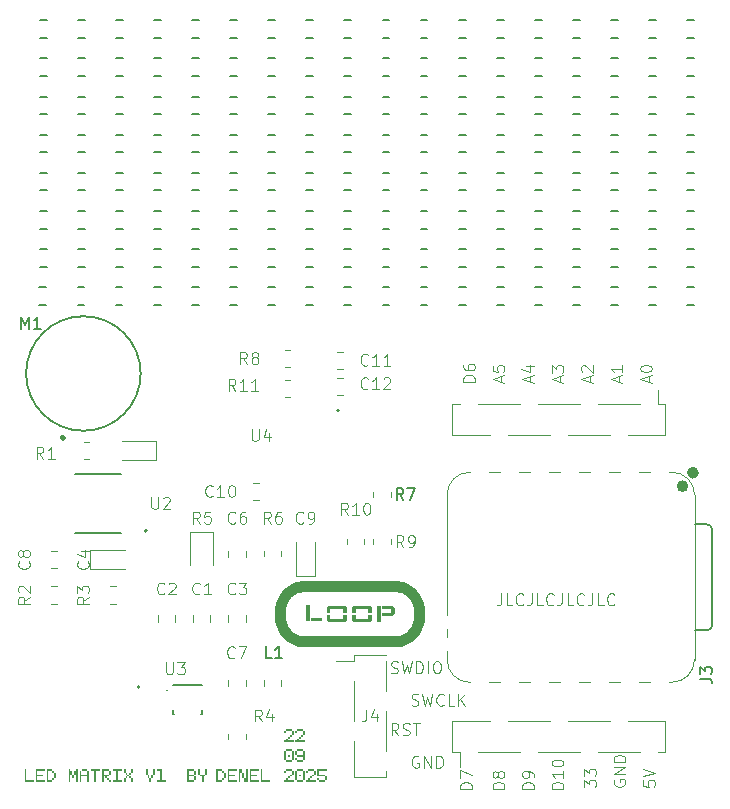
<source format=gto>
G04 #@! TF.GenerationSoftware,KiCad,Pcbnew,9.0.3*
G04 #@! TF.CreationDate,2025-09-22T20:46:45+01:00*
G04 #@! TF.ProjectId,led_matrix,6c65645f-6d61-4747-9269-782e6b696361,rev?*
G04 #@! TF.SameCoordinates,Original*
G04 #@! TF.FileFunction,Legend,Top*
G04 #@! TF.FilePolarity,Positive*
%FSLAX46Y46*%
G04 Gerber Fmt 4.6, Leading zero omitted, Abs format (unit mm)*
G04 Created by KiCad (PCBNEW 9.0.3) date 2025-09-22 20:46:45*
%MOMM*%
%LPD*%
G01*
G04 APERTURE LIST*
%ADD10C,0.125000*%
%ADD11C,0.190500*%
%ADD12C,0.150000*%
%ADD13C,0.000000*%
%ADD14C,0.926041*%
%ADD15C,0.152400*%
%ADD16C,0.120000*%
%ADD17C,0.127000*%
%ADD18C,0.200000*%
%ADD19C,0.100000*%
%ADD20C,0.504000*%
%ADD21C,0.108166*%
%ADD22C,0.300000*%
G04 APERTURE END LIST*
D10*
X68356045Y-131371119D02*
X68356045Y-132085404D01*
X68356045Y-132085404D02*
X68308426Y-132228261D01*
X68308426Y-132228261D02*
X68213188Y-132323500D01*
X68213188Y-132323500D02*
X68070331Y-132371119D01*
X68070331Y-132371119D02*
X67975093Y-132371119D01*
X69308426Y-132371119D02*
X68832236Y-132371119D01*
X68832236Y-132371119D02*
X68832236Y-131371119D01*
X70213188Y-132275880D02*
X70165569Y-132323500D01*
X70165569Y-132323500D02*
X70022712Y-132371119D01*
X70022712Y-132371119D02*
X69927474Y-132371119D01*
X69927474Y-132371119D02*
X69784617Y-132323500D01*
X69784617Y-132323500D02*
X69689379Y-132228261D01*
X69689379Y-132228261D02*
X69641760Y-132133023D01*
X69641760Y-132133023D02*
X69594141Y-131942547D01*
X69594141Y-131942547D02*
X69594141Y-131799690D01*
X69594141Y-131799690D02*
X69641760Y-131609214D01*
X69641760Y-131609214D02*
X69689379Y-131513976D01*
X69689379Y-131513976D02*
X69784617Y-131418738D01*
X69784617Y-131418738D02*
X69927474Y-131371119D01*
X69927474Y-131371119D02*
X70022712Y-131371119D01*
X70022712Y-131371119D02*
X70165569Y-131418738D01*
X70165569Y-131418738D02*
X70213188Y-131466357D01*
X70927474Y-131371119D02*
X70927474Y-132085404D01*
X70927474Y-132085404D02*
X70879855Y-132228261D01*
X70879855Y-132228261D02*
X70784617Y-132323500D01*
X70784617Y-132323500D02*
X70641760Y-132371119D01*
X70641760Y-132371119D02*
X70546522Y-132371119D01*
X71879855Y-132371119D02*
X71403665Y-132371119D01*
X71403665Y-132371119D02*
X71403665Y-131371119D01*
X72784617Y-132275880D02*
X72736998Y-132323500D01*
X72736998Y-132323500D02*
X72594141Y-132371119D01*
X72594141Y-132371119D02*
X72498903Y-132371119D01*
X72498903Y-132371119D02*
X72356046Y-132323500D01*
X72356046Y-132323500D02*
X72260808Y-132228261D01*
X72260808Y-132228261D02*
X72213189Y-132133023D01*
X72213189Y-132133023D02*
X72165570Y-131942547D01*
X72165570Y-131942547D02*
X72165570Y-131799690D01*
X72165570Y-131799690D02*
X72213189Y-131609214D01*
X72213189Y-131609214D02*
X72260808Y-131513976D01*
X72260808Y-131513976D02*
X72356046Y-131418738D01*
X72356046Y-131418738D02*
X72498903Y-131371119D01*
X72498903Y-131371119D02*
X72594141Y-131371119D01*
X72594141Y-131371119D02*
X72736998Y-131418738D01*
X72736998Y-131418738D02*
X72784617Y-131466357D01*
X73498903Y-131371119D02*
X73498903Y-132085404D01*
X73498903Y-132085404D02*
X73451284Y-132228261D01*
X73451284Y-132228261D02*
X73356046Y-132323500D01*
X73356046Y-132323500D02*
X73213189Y-132371119D01*
X73213189Y-132371119D02*
X73117951Y-132371119D01*
X74451284Y-132371119D02*
X73975094Y-132371119D01*
X73975094Y-132371119D02*
X73975094Y-131371119D01*
X75356046Y-132275880D02*
X75308427Y-132323500D01*
X75308427Y-132323500D02*
X75165570Y-132371119D01*
X75165570Y-132371119D02*
X75070332Y-132371119D01*
X75070332Y-132371119D02*
X74927475Y-132323500D01*
X74927475Y-132323500D02*
X74832237Y-132228261D01*
X74832237Y-132228261D02*
X74784618Y-132133023D01*
X74784618Y-132133023D02*
X74736999Y-131942547D01*
X74736999Y-131942547D02*
X74736999Y-131799690D01*
X74736999Y-131799690D02*
X74784618Y-131609214D01*
X74784618Y-131609214D02*
X74832237Y-131513976D01*
X74832237Y-131513976D02*
X74927475Y-131418738D01*
X74927475Y-131418738D02*
X75070332Y-131371119D01*
X75070332Y-131371119D02*
X75165570Y-131371119D01*
X75165570Y-131371119D02*
X75308427Y-131418738D01*
X75308427Y-131418738D02*
X75356046Y-131466357D01*
X76070332Y-131371119D02*
X76070332Y-132085404D01*
X76070332Y-132085404D02*
X76022713Y-132228261D01*
X76022713Y-132228261D02*
X75927475Y-132323500D01*
X75927475Y-132323500D02*
X75784618Y-132371119D01*
X75784618Y-132371119D02*
X75689380Y-132371119D01*
X77022713Y-132371119D02*
X76546523Y-132371119D01*
X76546523Y-132371119D02*
X76546523Y-131371119D01*
X77927475Y-132275880D02*
X77879856Y-132323500D01*
X77879856Y-132323500D02*
X77736999Y-132371119D01*
X77736999Y-132371119D02*
X77641761Y-132371119D01*
X77641761Y-132371119D02*
X77498904Y-132323500D01*
X77498904Y-132323500D02*
X77403666Y-132228261D01*
X77403666Y-132228261D02*
X77356047Y-132133023D01*
X77356047Y-132133023D02*
X77308428Y-131942547D01*
X77308428Y-131942547D02*
X77308428Y-131799690D01*
X77308428Y-131799690D02*
X77356047Y-131609214D01*
X77356047Y-131609214D02*
X77403666Y-131513976D01*
X77403666Y-131513976D02*
X77498904Y-131418738D01*
X77498904Y-131418738D02*
X77641761Y-131371119D01*
X77641761Y-131371119D02*
X77736999Y-131371119D01*
X77736999Y-131371119D02*
X77879856Y-131418738D01*
X77879856Y-131418738D02*
X77927475Y-131466357D01*
D11*
G36*
X50155582Y-143191536D02*
G01*
X50000000Y-143191536D01*
X50000000Y-143036015D01*
X50155582Y-143036015D01*
X50155582Y-143191536D01*
G37*
G36*
X50621353Y-143035221D02*
G01*
X50156315Y-143035221D01*
X50156315Y-142879699D01*
X50621353Y-142879699D01*
X50621353Y-143035221D01*
G37*
G36*
X50777669Y-143348646D02*
G01*
X50622086Y-143348646D01*
X50622086Y-143036015D01*
X50777669Y-143036015D01*
X50777669Y-143348646D01*
G37*
G36*
X50621353Y-143504167D02*
G01*
X50468213Y-143504167D01*
X50468213Y-143348646D01*
X50621353Y-143348646D01*
X50621353Y-143504167D01*
G37*
G36*
X50468213Y-143658956D02*
G01*
X50312630Y-143658956D01*
X50312630Y-143504961D01*
X50468213Y-143504961D01*
X50468213Y-143658956D01*
G37*
G36*
X50311898Y-143814478D02*
G01*
X50777669Y-143814478D01*
X50777669Y-143970000D01*
X50000000Y-143970000D01*
X50000000Y-143814478D01*
X50156315Y-143814478D01*
X50156315Y-143658956D01*
X50311898Y-143658956D01*
X50311898Y-143814478D01*
G37*
G36*
X51088590Y-143191536D02*
G01*
X50933007Y-143191536D01*
X50933007Y-143036015D01*
X51088590Y-143036015D01*
X51088590Y-143191536D01*
G37*
G36*
X51554361Y-143035221D02*
G01*
X51089323Y-143035221D01*
X51089323Y-142879699D01*
X51554361Y-142879699D01*
X51554361Y-143035221D01*
G37*
G36*
X51710676Y-143348646D02*
G01*
X51555094Y-143348646D01*
X51555094Y-143036015D01*
X51710676Y-143036015D01*
X51710676Y-143348646D01*
G37*
G36*
X51554361Y-143504167D02*
G01*
X51401221Y-143504167D01*
X51401221Y-143348646D01*
X51554361Y-143348646D01*
X51554361Y-143504167D01*
G37*
G36*
X51401221Y-143658956D02*
G01*
X51245638Y-143658956D01*
X51245638Y-143504961D01*
X51401221Y-143504961D01*
X51401221Y-143658956D01*
G37*
G36*
X51244905Y-143814478D02*
G01*
X51710676Y-143814478D01*
X51710676Y-143970000D01*
X50933007Y-143970000D01*
X50933007Y-143814478D01*
X51089323Y-143814478D01*
X51089323Y-143658956D01*
X51244905Y-143658956D01*
X51244905Y-143814478D01*
G37*
G36*
X50468213Y-145184167D02*
G01*
X50312630Y-145184167D01*
X50312630Y-145028646D01*
X50468213Y-145028646D01*
X50468213Y-145184167D01*
G37*
G36*
X50155582Y-145493684D02*
G01*
X50000000Y-145493684D01*
X50000000Y-144716015D01*
X50155582Y-144716015D01*
X50155582Y-145493684D01*
G37*
G36*
X50777669Y-145493684D02*
G01*
X50622086Y-145493684D01*
X50622086Y-144716015D01*
X50777669Y-144716015D01*
X50777669Y-145493684D01*
G37*
G36*
X50621353Y-144715221D02*
G01*
X50156315Y-144715221D01*
X50156315Y-144559699D01*
X50621353Y-144559699D01*
X50621353Y-144715221D01*
G37*
G36*
X50621353Y-145650000D02*
G01*
X50156315Y-145650000D01*
X50156315Y-145494478D01*
X50621353Y-145494478D01*
X50621353Y-145650000D01*
G37*
G36*
X51554361Y-145650000D02*
G01*
X51089323Y-145650000D01*
X51089323Y-145494478D01*
X51554361Y-145494478D01*
X51554361Y-145650000D01*
G37*
G36*
X51554361Y-144715221D02*
G01*
X51089323Y-144715221D01*
X51089323Y-144559699D01*
X51554361Y-144559699D01*
X51554361Y-144715221D01*
G37*
G36*
X51088590Y-145028646D02*
G01*
X50933007Y-145028646D01*
X50933007Y-144716015D01*
X51088590Y-144716015D01*
X51088590Y-145028646D01*
G37*
G36*
X51088590Y-145493684D02*
G01*
X50933007Y-145493684D01*
X50933007Y-145338162D01*
X51088590Y-145338162D01*
X51088590Y-145493684D01*
G37*
G36*
X51555094Y-145184167D02*
G01*
X51089323Y-145184167D01*
X51089323Y-145028646D01*
X51555094Y-145028646D01*
X51555094Y-144716015D01*
X51710676Y-144716015D01*
X51710676Y-145493684D01*
X51555094Y-145493684D01*
X51555094Y-145184167D01*
G37*
G36*
X50155582Y-146551536D02*
G01*
X50000000Y-146551536D01*
X50000000Y-146396015D01*
X50155582Y-146396015D01*
X50155582Y-146551536D01*
G37*
G36*
X50621353Y-146395221D02*
G01*
X50156315Y-146395221D01*
X50156315Y-146239699D01*
X50621353Y-146239699D01*
X50621353Y-146395221D01*
G37*
G36*
X50777669Y-146708646D02*
G01*
X50622086Y-146708646D01*
X50622086Y-146396015D01*
X50777669Y-146396015D01*
X50777669Y-146708646D01*
G37*
G36*
X50621353Y-146864167D02*
G01*
X50468213Y-146864167D01*
X50468213Y-146708646D01*
X50621353Y-146708646D01*
X50621353Y-146864167D01*
G37*
G36*
X50468213Y-147018956D02*
G01*
X50312630Y-147018956D01*
X50312630Y-146864961D01*
X50468213Y-146864961D01*
X50468213Y-147018956D01*
G37*
G36*
X50311898Y-147174478D02*
G01*
X50777669Y-147174478D01*
X50777669Y-147330000D01*
X50000000Y-147330000D01*
X50000000Y-147174478D01*
X50156315Y-147174478D01*
X50156315Y-147018956D01*
X50311898Y-147018956D01*
X50311898Y-147174478D01*
G37*
G36*
X51401221Y-146864167D02*
G01*
X51245638Y-146864167D01*
X51245638Y-146708646D01*
X51401221Y-146708646D01*
X51401221Y-146864167D01*
G37*
G36*
X51088590Y-147173684D02*
G01*
X50933007Y-147173684D01*
X50933007Y-146396015D01*
X51088590Y-146396015D01*
X51088590Y-147173684D01*
G37*
G36*
X51710676Y-147173684D02*
G01*
X51555094Y-147173684D01*
X51555094Y-146396015D01*
X51710676Y-146396015D01*
X51710676Y-147173684D01*
G37*
G36*
X51554361Y-146395221D02*
G01*
X51089323Y-146395221D01*
X51089323Y-146239699D01*
X51554361Y-146239699D01*
X51554361Y-146395221D01*
G37*
G36*
X51554361Y-147330000D02*
G01*
X51089323Y-147330000D01*
X51089323Y-147174478D01*
X51554361Y-147174478D01*
X51554361Y-147330000D01*
G37*
G36*
X52021598Y-146551536D02*
G01*
X51866015Y-146551536D01*
X51866015Y-146396015D01*
X52021598Y-146396015D01*
X52021598Y-146551536D01*
G37*
G36*
X52487369Y-146395221D02*
G01*
X52022330Y-146395221D01*
X52022330Y-146239699D01*
X52487369Y-146239699D01*
X52487369Y-146395221D01*
G37*
G36*
X52643684Y-146708646D02*
G01*
X52488101Y-146708646D01*
X52488101Y-146396015D01*
X52643684Y-146396015D01*
X52643684Y-146708646D01*
G37*
G36*
X52487369Y-146864167D02*
G01*
X52334228Y-146864167D01*
X52334228Y-146708646D01*
X52487369Y-146708646D01*
X52487369Y-146864167D01*
G37*
G36*
X52334228Y-147018956D02*
G01*
X52178646Y-147018956D01*
X52178646Y-146864961D01*
X52334228Y-146864961D01*
X52334228Y-147018956D01*
G37*
G36*
X52177913Y-147174478D02*
G01*
X52643684Y-147174478D01*
X52643684Y-147330000D01*
X51866015Y-147330000D01*
X51866015Y-147174478D01*
X52022330Y-147174478D01*
X52022330Y-147018956D01*
X52177913Y-147018956D01*
X52177913Y-147174478D01*
G37*
G36*
X53576692Y-147173684D02*
G01*
X53421109Y-147173684D01*
X53421109Y-146861053D01*
X53576692Y-146861053D01*
X53576692Y-147173684D01*
G37*
G36*
X53420376Y-147330000D02*
G01*
X52955338Y-147330000D01*
X52955338Y-147174478D01*
X53420376Y-147174478D01*
X53420376Y-147330000D01*
G37*
G36*
X52954605Y-147173684D02*
G01*
X52799023Y-147173684D01*
X52799023Y-147018162D01*
X52954605Y-147018162D01*
X52954605Y-147173684D01*
G37*
G36*
X52954605Y-146708646D02*
G01*
X53420376Y-146708646D01*
X53420376Y-146861053D01*
X52799023Y-146861053D01*
X52799023Y-146239699D01*
X53576692Y-146239699D01*
X53576692Y-146395221D01*
X52954605Y-146395221D01*
X52954605Y-146708646D01*
G37*
D10*
X80371119Y-147203478D02*
X80371119Y-147679668D01*
X80371119Y-147679668D02*
X80847309Y-147727287D01*
X80847309Y-147727287D02*
X80799690Y-147679668D01*
X80799690Y-147679668D02*
X80752071Y-147584430D01*
X80752071Y-147584430D02*
X80752071Y-147346335D01*
X80752071Y-147346335D02*
X80799690Y-147251097D01*
X80799690Y-147251097D02*
X80847309Y-147203478D01*
X80847309Y-147203478D02*
X80942547Y-147155859D01*
X80942547Y-147155859D02*
X81180642Y-147155859D01*
X81180642Y-147155859D02*
X81275880Y-147203478D01*
X81275880Y-147203478D02*
X81323500Y-147251097D01*
X81323500Y-147251097D02*
X81371119Y-147346335D01*
X81371119Y-147346335D02*
X81371119Y-147584430D01*
X81371119Y-147584430D02*
X81323500Y-147679668D01*
X81323500Y-147679668D02*
X81275880Y-147727287D01*
X80371119Y-146870144D02*
X81371119Y-146536811D01*
X81371119Y-146536811D02*
X80371119Y-146203478D01*
X77918738Y-147155859D02*
X77871119Y-147251097D01*
X77871119Y-147251097D02*
X77871119Y-147393954D01*
X77871119Y-147393954D02*
X77918738Y-147536811D01*
X77918738Y-147536811D02*
X78013976Y-147632049D01*
X78013976Y-147632049D02*
X78109214Y-147679668D01*
X78109214Y-147679668D02*
X78299690Y-147727287D01*
X78299690Y-147727287D02*
X78442547Y-147727287D01*
X78442547Y-147727287D02*
X78633023Y-147679668D01*
X78633023Y-147679668D02*
X78728261Y-147632049D01*
X78728261Y-147632049D02*
X78823500Y-147536811D01*
X78823500Y-147536811D02*
X78871119Y-147393954D01*
X78871119Y-147393954D02*
X78871119Y-147298716D01*
X78871119Y-147298716D02*
X78823500Y-147155859D01*
X78823500Y-147155859D02*
X78775880Y-147108240D01*
X78775880Y-147108240D02*
X78442547Y-147108240D01*
X78442547Y-147108240D02*
X78442547Y-147298716D01*
X78871119Y-146679668D02*
X77871119Y-146679668D01*
X77871119Y-146679668D02*
X78871119Y-146108240D01*
X78871119Y-146108240D02*
X77871119Y-146108240D01*
X78871119Y-145632049D02*
X77871119Y-145632049D01*
X77871119Y-145632049D02*
X77871119Y-145393954D01*
X77871119Y-145393954D02*
X77918738Y-145251097D01*
X77918738Y-145251097D02*
X78013976Y-145155859D01*
X78013976Y-145155859D02*
X78109214Y-145108240D01*
X78109214Y-145108240D02*
X78299690Y-145060621D01*
X78299690Y-145060621D02*
X78442547Y-145060621D01*
X78442547Y-145060621D02*
X78633023Y-145108240D01*
X78633023Y-145108240D02*
X78728261Y-145155859D01*
X78728261Y-145155859D02*
X78823500Y-145251097D01*
X78823500Y-145251097D02*
X78871119Y-145393954D01*
X78871119Y-145393954D02*
X78871119Y-145632049D01*
X75371119Y-147774906D02*
X75371119Y-147155859D01*
X75371119Y-147155859D02*
X75752071Y-147489192D01*
X75752071Y-147489192D02*
X75752071Y-147346335D01*
X75752071Y-147346335D02*
X75799690Y-147251097D01*
X75799690Y-147251097D02*
X75847309Y-147203478D01*
X75847309Y-147203478D02*
X75942547Y-147155859D01*
X75942547Y-147155859D02*
X76180642Y-147155859D01*
X76180642Y-147155859D02*
X76275880Y-147203478D01*
X76275880Y-147203478D02*
X76323500Y-147251097D01*
X76323500Y-147251097D02*
X76371119Y-147346335D01*
X76371119Y-147346335D02*
X76371119Y-147632049D01*
X76371119Y-147632049D02*
X76323500Y-147727287D01*
X76323500Y-147727287D02*
X76275880Y-147774906D01*
X75371119Y-146822525D02*
X75371119Y-146203478D01*
X75371119Y-146203478D02*
X75752071Y-146536811D01*
X75752071Y-146536811D02*
X75752071Y-146393954D01*
X75752071Y-146393954D02*
X75799690Y-146298716D01*
X75799690Y-146298716D02*
X75847309Y-146251097D01*
X75847309Y-146251097D02*
X75942547Y-146203478D01*
X75942547Y-146203478D02*
X76180642Y-146203478D01*
X76180642Y-146203478D02*
X76275880Y-146251097D01*
X76275880Y-146251097D02*
X76323500Y-146298716D01*
X76323500Y-146298716D02*
X76371119Y-146393954D01*
X76371119Y-146393954D02*
X76371119Y-146679668D01*
X76371119Y-146679668D02*
X76323500Y-146774906D01*
X76323500Y-146774906D02*
X76275880Y-146822525D01*
X73621119Y-147929668D02*
X72621119Y-147929668D01*
X72621119Y-147929668D02*
X72621119Y-147691573D01*
X72621119Y-147691573D02*
X72668738Y-147548716D01*
X72668738Y-147548716D02*
X72763976Y-147453478D01*
X72763976Y-147453478D02*
X72859214Y-147405859D01*
X72859214Y-147405859D02*
X73049690Y-147358240D01*
X73049690Y-147358240D02*
X73192547Y-147358240D01*
X73192547Y-147358240D02*
X73383023Y-147405859D01*
X73383023Y-147405859D02*
X73478261Y-147453478D01*
X73478261Y-147453478D02*
X73573500Y-147548716D01*
X73573500Y-147548716D02*
X73621119Y-147691573D01*
X73621119Y-147691573D02*
X73621119Y-147929668D01*
X73621119Y-146405859D02*
X73621119Y-146977287D01*
X73621119Y-146691573D02*
X72621119Y-146691573D01*
X72621119Y-146691573D02*
X72763976Y-146786811D01*
X72763976Y-146786811D02*
X72859214Y-146882049D01*
X72859214Y-146882049D02*
X72906833Y-146977287D01*
X72621119Y-145786811D02*
X72621119Y-145691573D01*
X72621119Y-145691573D02*
X72668738Y-145596335D01*
X72668738Y-145596335D02*
X72716357Y-145548716D01*
X72716357Y-145548716D02*
X72811595Y-145501097D01*
X72811595Y-145501097D02*
X73002071Y-145453478D01*
X73002071Y-145453478D02*
X73240166Y-145453478D01*
X73240166Y-145453478D02*
X73430642Y-145501097D01*
X73430642Y-145501097D02*
X73525880Y-145548716D01*
X73525880Y-145548716D02*
X73573500Y-145596335D01*
X73573500Y-145596335D02*
X73621119Y-145691573D01*
X73621119Y-145691573D02*
X73621119Y-145786811D01*
X73621119Y-145786811D02*
X73573500Y-145882049D01*
X73573500Y-145882049D02*
X73525880Y-145929668D01*
X73525880Y-145929668D02*
X73430642Y-145977287D01*
X73430642Y-145977287D02*
X73240166Y-146024906D01*
X73240166Y-146024906D02*
X73002071Y-146024906D01*
X73002071Y-146024906D02*
X72811595Y-145977287D01*
X72811595Y-145977287D02*
X72716357Y-145929668D01*
X72716357Y-145929668D02*
X72668738Y-145882049D01*
X72668738Y-145882049D02*
X72621119Y-145786811D01*
X71121119Y-147929668D02*
X70121119Y-147929668D01*
X70121119Y-147929668D02*
X70121119Y-147691573D01*
X70121119Y-147691573D02*
X70168738Y-147548716D01*
X70168738Y-147548716D02*
X70263976Y-147453478D01*
X70263976Y-147453478D02*
X70359214Y-147405859D01*
X70359214Y-147405859D02*
X70549690Y-147358240D01*
X70549690Y-147358240D02*
X70692547Y-147358240D01*
X70692547Y-147358240D02*
X70883023Y-147405859D01*
X70883023Y-147405859D02*
X70978261Y-147453478D01*
X70978261Y-147453478D02*
X71073500Y-147548716D01*
X71073500Y-147548716D02*
X71121119Y-147691573D01*
X71121119Y-147691573D02*
X71121119Y-147929668D01*
X71121119Y-146882049D02*
X71121119Y-146691573D01*
X71121119Y-146691573D02*
X71073500Y-146596335D01*
X71073500Y-146596335D02*
X71025880Y-146548716D01*
X71025880Y-146548716D02*
X70883023Y-146453478D01*
X70883023Y-146453478D02*
X70692547Y-146405859D01*
X70692547Y-146405859D02*
X70311595Y-146405859D01*
X70311595Y-146405859D02*
X70216357Y-146453478D01*
X70216357Y-146453478D02*
X70168738Y-146501097D01*
X70168738Y-146501097D02*
X70121119Y-146596335D01*
X70121119Y-146596335D02*
X70121119Y-146786811D01*
X70121119Y-146786811D02*
X70168738Y-146882049D01*
X70168738Y-146882049D02*
X70216357Y-146929668D01*
X70216357Y-146929668D02*
X70311595Y-146977287D01*
X70311595Y-146977287D02*
X70549690Y-146977287D01*
X70549690Y-146977287D02*
X70644928Y-146929668D01*
X70644928Y-146929668D02*
X70692547Y-146882049D01*
X70692547Y-146882049D02*
X70740166Y-146786811D01*
X70740166Y-146786811D02*
X70740166Y-146596335D01*
X70740166Y-146596335D02*
X70692547Y-146501097D01*
X70692547Y-146501097D02*
X70644928Y-146453478D01*
X70644928Y-146453478D02*
X70549690Y-146405859D01*
X68621119Y-147929668D02*
X67621119Y-147929668D01*
X67621119Y-147929668D02*
X67621119Y-147691573D01*
X67621119Y-147691573D02*
X67668738Y-147548716D01*
X67668738Y-147548716D02*
X67763976Y-147453478D01*
X67763976Y-147453478D02*
X67859214Y-147405859D01*
X67859214Y-147405859D02*
X68049690Y-147358240D01*
X68049690Y-147358240D02*
X68192547Y-147358240D01*
X68192547Y-147358240D02*
X68383023Y-147405859D01*
X68383023Y-147405859D02*
X68478261Y-147453478D01*
X68478261Y-147453478D02*
X68573500Y-147548716D01*
X68573500Y-147548716D02*
X68621119Y-147691573D01*
X68621119Y-147691573D02*
X68621119Y-147929668D01*
X68049690Y-146786811D02*
X68002071Y-146882049D01*
X68002071Y-146882049D02*
X67954452Y-146929668D01*
X67954452Y-146929668D02*
X67859214Y-146977287D01*
X67859214Y-146977287D02*
X67811595Y-146977287D01*
X67811595Y-146977287D02*
X67716357Y-146929668D01*
X67716357Y-146929668D02*
X67668738Y-146882049D01*
X67668738Y-146882049D02*
X67621119Y-146786811D01*
X67621119Y-146786811D02*
X67621119Y-146596335D01*
X67621119Y-146596335D02*
X67668738Y-146501097D01*
X67668738Y-146501097D02*
X67716357Y-146453478D01*
X67716357Y-146453478D02*
X67811595Y-146405859D01*
X67811595Y-146405859D02*
X67859214Y-146405859D01*
X67859214Y-146405859D02*
X67954452Y-146453478D01*
X67954452Y-146453478D02*
X68002071Y-146501097D01*
X68002071Y-146501097D02*
X68049690Y-146596335D01*
X68049690Y-146596335D02*
X68049690Y-146786811D01*
X68049690Y-146786811D02*
X68097309Y-146882049D01*
X68097309Y-146882049D02*
X68144928Y-146929668D01*
X68144928Y-146929668D02*
X68240166Y-146977287D01*
X68240166Y-146977287D02*
X68430642Y-146977287D01*
X68430642Y-146977287D02*
X68525880Y-146929668D01*
X68525880Y-146929668D02*
X68573500Y-146882049D01*
X68573500Y-146882049D02*
X68621119Y-146786811D01*
X68621119Y-146786811D02*
X68621119Y-146596335D01*
X68621119Y-146596335D02*
X68573500Y-146501097D01*
X68573500Y-146501097D02*
X68525880Y-146453478D01*
X68525880Y-146453478D02*
X68430642Y-146405859D01*
X68430642Y-146405859D02*
X68240166Y-146405859D01*
X68240166Y-146405859D02*
X68144928Y-146453478D01*
X68144928Y-146453478D02*
X68097309Y-146501097D01*
X68097309Y-146501097D02*
X68049690Y-146596335D01*
X65871119Y-147929668D02*
X64871119Y-147929668D01*
X64871119Y-147929668D02*
X64871119Y-147691573D01*
X64871119Y-147691573D02*
X64918738Y-147548716D01*
X64918738Y-147548716D02*
X65013976Y-147453478D01*
X65013976Y-147453478D02*
X65109214Y-147405859D01*
X65109214Y-147405859D02*
X65299690Y-147358240D01*
X65299690Y-147358240D02*
X65442547Y-147358240D01*
X65442547Y-147358240D02*
X65633023Y-147405859D01*
X65633023Y-147405859D02*
X65728261Y-147453478D01*
X65728261Y-147453478D02*
X65823500Y-147548716D01*
X65823500Y-147548716D02*
X65871119Y-147691573D01*
X65871119Y-147691573D02*
X65871119Y-147929668D01*
X64871119Y-147024906D02*
X64871119Y-146358240D01*
X64871119Y-146358240D02*
X65871119Y-146786811D01*
X80835404Y-113477287D02*
X80835404Y-113001097D01*
X81121119Y-113572525D02*
X80121119Y-113239192D01*
X80121119Y-113239192D02*
X81121119Y-112905859D01*
X80121119Y-112382049D02*
X80121119Y-112286811D01*
X80121119Y-112286811D02*
X80168738Y-112191573D01*
X80168738Y-112191573D02*
X80216357Y-112143954D01*
X80216357Y-112143954D02*
X80311595Y-112096335D01*
X80311595Y-112096335D02*
X80502071Y-112048716D01*
X80502071Y-112048716D02*
X80740166Y-112048716D01*
X80740166Y-112048716D02*
X80930642Y-112096335D01*
X80930642Y-112096335D02*
X81025880Y-112143954D01*
X81025880Y-112143954D02*
X81073500Y-112191573D01*
X81073500Y-112191573D02*
X81121119Y-112286811D01*
X81121119Y-112286811D02*
X81121119Y-112382049D01*
X81121119Y-112382049D02*
X81073500Y-112477287D01*
X81073500Y-112477287D02*
X81025880Y-112524906D01*
X81025880Y-112524906D02*
X80930642Y-112572525D01*
X80930642Y-112572525D02*
X80740166Y-112620144D01*
X80740166Y-112620144D02*
X80502071Y-112620144D01*
X80502071Y-112620144D02*
X80311595Y-112572525D01*
X80311595Y-112572525D02*
X80216357Y-112524906D01*
X80216357Y-112524906D02*
X80168738Y-112477287D01*
X80168738Y-112477287D02*
X80121119Y-112382049D01*
X78335404Y-113477287D02*
X78335404Y-113001097D01*
X78621119Y-113572525D02*
X77621119Y-113239192D01*
X77621119Y-113239192D02*
X78621119Y-112905859D01*
X78621119Y-112048716D02*
X78621119Y-112620144D01*
X78621119Y-112334430D02*
X77621119Y-112334430D01*
X77621119Y-112334430D02*
X77763976Y-112429668D01*
X77763976Y-112429668D02*
X77859214Y-112524906D01*
X77859214Y-112524906D02*
X77906833Y-112620144D01*
X73335404Y-113477287D02*
X73335404Y-113001097D01*
X73621119Y-113572525D02*
X72621119Y-113239192D01*
X72621119Y-113239192D02*
X73621119Y-112905859D01*
X72621119Y-112667763D02*
X72621119Y-112048716D01*
X72621119Y-112048716D02*
X73002071Y-112382049D01*
X73002071Y-112382049D02*
X73002071Y-112239192D01*
X73002071Y-112239192D02*
X73049690Y-112143954D01*
X73049690Y-112143954D02*
X73097309Y-112096335D01*
X73097309Y-112096335D02*
X73192547Y-112048716D01*
X73192547Y-112048716D02*
X73430642Y-112048716D01*
X73430642Y-112048716D02*
X73525880Y-112096335D01*
X73525880Y-112096335D02*
X73573500Y-112143954D01*
X73573500Y-112143954D02*
X73621119Y-112239192D01*
X73621119Y-112239192D02*
X73621119Y-112524906D01*
X73621119Y-112524906D02*
X73573500Y-112620144D01*
X73573500Y-112620144D02*
X73525880Y-112667763D01*
X75835404Y-113477287D02*
X75835404Y-113001097D01*
X76121119Y-113572525D02*
X75121119Y-113239192D01*
X75121119Y-113239192D02*
X76121119Y-112905859D01*
X75216357Y-112620144D02*
X75168738Y-112572525D01*
X75168738Y-112572525D02*
X75121119Y-112477287D01*
X75121119Y-112477287D02*
X75121119Y-112239192D01*
X75121119Y-112239192D02*
X75168738Y-112143954D01*
X75168738Y-112143954D02*
X75216357Y-112096335D01*
X75216357Y-112096335D02*
X75311595Y-112048716D01*
X75311595Y-112048716D02*
X75406833Y-112048716D01*
X75406833Y-112048716D02*
X75549690Y-112096335D01*
X75549690Y-112096335D02*
X76121119Y-112667763D01*
X76121119Y-112667763D02*
X76121119Y-112048716D01*
X70835404Y-113477287D02*
X70835404Y-113001097D01*
X71121119Y-113572525D02*
X70121119Y-113239192D01*
X70121119Y-113239192D02*
X71121119Y-112905859D01*
X70454452Y-112143954D02*
X71121119Y-112143954D01*
X70073500Y-112382049D02*
X70787785Y-112620144D01*
X70787785Y-112620144D02*
X70787785Y-112001097D01*
X68335404Y-113477287D02*
X68335404Y-113001097D01*
X68621119Y-113572525D02*
X67621119Y-113239192D01*
X67621119Y-113239192D02*
X68621119Y-112905859D01*
X67621119Y-112096335D02*
X67621119Y-112572525D01*
X67621119Y-112572525D02*
X68097309Y-112620144D01*
X68097309Y-112620144D02*
X68049690Y-112572525D01*
X68049690Y-112572525D02*
X68002071Y-112477287D01*
X68002071Y-112477287D02*
X68002071Y-112239192D01*
X68002071Y-112239192D02*
X68049690Y-112143954D01*
X68049690Y-112143954D02*
X68097309Y-112096335D01*
X68097309Y-112096335D02*
X68192547Y-112048716D01*
X68192547Y-112048716D02*
X68430642Y-112048716D01*
X68430642Y-112048716D02*
X68525880Y-112096335D01*
X68525880Y-112096335D02*
X68573500Y-112143954D01*
X68573500Y-112143954D02*
X68621119Y-112239192D01*
X68621119Y-112239192D02*
X68621119Y-112477287D01*
X68621119Y-112477287D02*
X68573500Y-112572525D01*
X68573500Y-112572525D02*
X68525880Y-112620144D01*
X66121119Y-113429668D02*
X65121119Y-113429668D01*
X65121119Y-113429668D02*
X65121119Y-113191573D01*
X65121119Y-113191573D02*
X65168738Y-113048716D01*
X65168738Y-113048716D02*
X65263976Y-112953478D01*
X65263976Y-112953478D02*
X65359214Y-112905859D01*
X65359214Y-112905859D02*
X65549690Y-112858240D01*
X65549690Y-112858240D02*
X65692547Y-112858240D01*
X65692547Y-112858240D02*
X65883023Y-112905859D01*
X65883023Y-112905859D02*
X65978261Y-112953478D01*
X65978261Y-112953478D02*
X66073500Y-113048716D01*
X66073500Y-113048716D02*
X66121119Y-113191573D01*
X66121119Y-113191573D02*
X66121119Y-113429668D01*
X65121119Y-112001097D02*
X65121119Y-112191573D01*
X65121119Y-112191573D02*
X65168738Y-112286811D01*
X65168738Y-112286811D02*
X65216357Y-112334430D01*
X65216357Y-112334430D02*
X65359214Y-112429668D01*
X65359214Y-112429668D02*
X65549690Y-112477287D01*
X65549690Y-112477287D02*
X65930642Y-112477287D01*
X65930642Y-112477287D02*
X66025880Y-112429668D01*
X66025880Y-112429668D02*
X66073500Y-112382049D01*
X66073500Y-112382049D02*
X66121119Y-112286811D01*
X66121119Y-112286811D02*
X66121119Y-112096335D01*
X66121119Y-112096335D02*
X66073500Y-112001097D01*
X66073500Y-112001097D02*
X66025880Y-111953478D01*
X66025880Y-111953478D02*
X65930642Y-111905859D01*
X65930642Y-111905859D02*
X65692547Y-111905859D01*
X65692547Y-111905859D02*
X65597309Y-111953478D01*
X65597309Y-111953478D02*
X65549690Y-112001097D01*
X65549690Y-112001097D02*
X65502071Y-112096335D01*
X65502071Y-112096335D02*
X65502071Y-112286811D01*
X65502071Y-112286811D02*
X65549690Y-112382049D01*
X65549690Y-112382049D02*
X65597309Y-112429668D01*
X65597309Y-112429668D02*
X65692547Y-112477287D01*
X59641759Y-143371119D02*
X59308426Y-142894928D01*
X59070331Y-143371119D02*
X59070331Y-142371119D01*
X59070331Y-142371119D02*
X59451283Y-142371119D01*
X59451283Y-142371119D02*
X59546521Y-142418738D01*
X59546521Y-142418738D02*
X59594140Y-142466357D01*
X59594140Y-142466357D02*
X59641759Y-142561595D01*
X59641759Y-142561595D02*
X59641759Y-142704452D01*
X59641759Y-142704452D02*
X59594140Y-142799690D01*
X59594140Y-142799690D02*
X59546521Y-142847309D01*
X59546521Y-142847309D02*
X59451283Y-142894928D01*
X59451283Y-142894928D02*
X59070331Y-142894928D01*
X60022712Y-143323500D02*
X60165569Y-143371119D01*
X60165569Y-143371119D02*
X60403664Y-143371119D01*
X60403664Y-143371119D02*
X60498902Y-143323500D01*
X60498902Y-143323500D02*
X60546521Y-143275880D01*
X60546521Y-143275880D02*
X60594140Y-143180642D01*
X60594140Y-143180642D02*
X60594140Y-143085404D01*
X60594140Y-143085404D02*
X60546521Y-142990166D01*
X60546521Y-142990166D02*
X60498902Y-142942547D01*
X60498902Y-142942547D02*
X60403664Y-142894928D01*
X60403664Y-142894928D02*
X60213188Y-142847309D01*
X60213188Y-142847309D02*
X60117950Y-142799690D01*
X60117950Y-142799690D02*
X60070331Y-142752071D01*
X60070331Y-142752071D02*
X60022712Y-142656833D01*
X60022712Y-142656833D02*
X60022712Y-142561595D01*
X60022712Y-142561595D02*
X60070331Y-142466357D01*
X60070331Y-142466357D02*
X60117950Y-142418738D01*
X60117950Y-142418738D02*
X60213188Y-142371119D01*
X60213188Y-142371119D02*
X60451283Y-142371119D01*
X60451283Y-142371119D02*
X60594140Y-142418738D01*
X60879855Y-142371119D02*
X61451283Y-142371119D01*
X61165569Y-143371119D02*
X61165569Y-142371119D01*
X59022712Y-138073500D02*
X59165569Y-138121119D01*
X59165569Y-138121119D02*
X59403664Y-138121119D01*
X59403664Y-138121119D02*
X59498902Y-138073500D01*
X59498902Y-138073500D02*
X59546521Y-138025880D01*
X59546521Y-138025880D02*
X59594140Y-137930642D01*
X59594140Y-137930642D02*
X59594140Y-137835404D01*
X59594140Y-137835404D02*
X59546521Y-137740166D01*
X59546521Y-137740166D02*
X59498902Y-137692547D01*
X59498902Y-137692547D02*
X59403664Y-137644928D01*
X59403664Y-137644928D02*
X59213188Y-137597309D01*
X59213188Y-137597309D02*
X59117950Y-137549690D01*
X59117950Y-137549690D02*
X59070331Y-137502071D01*
X59070331Y-137502071D02*
X59022712Y-137406833D01*
X59022712Y-137406833D02*
X59022712Y-137311595D01*
X59022712Y-137311595D02*
X59070331Y-137216357D01*
X59070331Y-137216357D02*
X59117950Y-137168738D01*
X59117950Y-137168738D02*
X59213188Y-137121119D01*
X59213188Y-137121119D02*
X59451283Y-137121119D01*
X59451283Y-137121119D02*
X59594140Y-137168738D01*
X59927474Y-137121119D02*
X60165569Y-138121119D01*
X60165569Y-138121119D02*
X60356045Y-137406833D01*
X60356045Y-137406833D02*
X60546521Y-138121119D01*
X60546521Y-138121119D02*
X60784617Y-137121119D01*
X61165569Y-138121119D02*
X61165569Y-137121119D01*
X61165569Y-137121119D02*
X61403664Y-137121119D01*
X61403664Y-137121119D02*
X61546521Y-137168738D01*
X61546521Y-137168738D02*
X61641759Y-137263976D01*
X61641759Y-137263976D02*
X61689378Y-137359214D01*
X61689378Y-137359214D02*
X61736997Y-137549690D01*
X61736997Y-137549690D02*
X61736997Y-137692547D01*
X61736997Y-137692547D02*
X61689378Y-137883023D01*
X61689378Y-137883023D02*
X61641759Y-137978261D01*
X61641759Y-137978261D02*
X61546521Y-138073500D01*
X61546521Y-138073500D02*
X61403664Y-138121119D01*
X61403664Y-138121119D02*
X61165569Y-138121119D01*
X62165569Y-138121119D02*
X62165569Y-137121119D01*
X62832235Y-137121119D02*
X63022711Y-137121119D01*
X63022711Y-137121119D02*
X63117949Y-137168738D01*
X63117949Y-137168738D02*
X63213187Y-137263976D01*
X63213187Y-137263976D02*
X63260806Y-137454452D01*
X63260806Y-137454452D02*
X63260806Y-137787785D01*
X63260806Y-137787785D02*
X63213187Y-137978261D01*
X63213187Y-137978261D02*
X63117949Y-138073500D01*
X63117949Y-138073500D02*
X63022711Y-138121119D01*
X63022711Y-138121119D02*
X62832235Y-138121119D01*
X62832235Y-138121119D02*
X62736997Y-138073500D01*
X62736997Y-138073500D02*
X62641759Y-137978261D01*
X62641759Y-137978261D02*
X62594140Y-137787785D01*
X62594140Y-137787785D02*
X62594140Y-137454452D01*
X62594140Y-137454452D02*
X62641759Y-137263976D01*
X62641759Y-137263976D02*
X62736997Y-137168738D01*
X62736997Y-137168738D02*
X62832235Y-137121119D01*
X61344140Y-145168738D02*
X61248902Y-145121119D01*
X61248902Y-145121119D02*
X61106045Y-145121119D01*
X61106045Y-145121119D02*
X60963188Y-145168738D01*
X60963188Y-145168738D02*
X60867950Y-145263976D01*
X60867950Y-145263976D02*
X60820331Y-145359214D01*
X60820331Y-145359214D02*
X60772712Y-145549690D01*
X60772712Y-145549690D02*
X60772712Y-145692547D01*
X60772712Y-145692547D02*
X60820331Y-145883023D01*
X60820331Y-145883023D02*
X60867950Y-145978261D01*
X60867950Y-145978261D02*
X60963188Y-146073500D01*
X60963188Y-146073500D02*
X61106045Y-146121119D01*
X61106045Y-146121119D02*
X61201283Y-146121119D01*
X61201283Y-146121119D02*
X61344140Y-146073500D01*
X61344140Y-146073500D02*
X61391759Y-146025880D01*
X61391759Y-146025880D02*
X61391759Y-145692547D01*
X61391759Y-145692547D02*
X61201283Y-145692547D01*
X61820331Y-146121119D02*
X61820331Y-145121119D01*
X61820331Y-145121119D02*
X62391759Y-146121119D01*
X62391759Y-146121119D02*
X62391759Y-145121119D01*
X62867950Y-146121119D02*
X62867950Y-145121119D01*
X62867950Y-145121119D02*
X63106045Y-145121119D01*
X63106045Y-145121119D02*
X63248902Y-145168738D01*
X63248902Y-145168738D02*
X63344140Y-145263976D01*
X63344140Y-145263976D02*
X63391759Y-145359214D01*
X63391759Y-145359214D02*
X63439378Y-145549690D01*
X63439378Y-145549690D02*
X63439378Y-145692547D01*
X63439378Y-145692547D02*
X63391759Y-145883023D01*
X63391759Y-145883023D02*
X63344140Y-145978261D01*
X63344140Y-145978261D02*
X63248902Y-146073500D01*
X63248902Y-146073500D02*
X63106045Y-146121119D01*
X63106045Y-146121119D02*
X62867950Y-146121119D01*
X60772712Y-140823500D02*
X60915569Y-140871119D01*
X60915569Y-140871119D02*
X61153664Y-140871119D01*
X61153664Y-140871119D02*
X61248902Y-140823500D01*
X61248902Y-140823500D02*
X61296521Y-140775880D01*
X61296521Y-140775880D02*
X61344140Y-140680642D01*
X61344140Y-140680642D02*
X61344140Y-140585404D01*
X61344140Y-140585404D02*
X61296521Y-140490166D01*
X61296521Y-140490166D02*
X61248902Y-140442547D01*
X61248902Y-140442547D02*
X61153664Y-140394928D01*
X61153664Y-140394928D02*
X60963188Y-140347309D01*
X60963188Y-140347309D02*
X60867950Y-140299690D01*
X60867950Y-140299690D02*
X60820331Y-140252071D01*
X60820331Y-140252071D02*
X60772712Y-140156833D01*
X60772712Y-140156833D02*
X60772712Y-140061595D01*
X60772712Y-140061595D02*
X60820331Y-139966357D01*
X60820331Y-139966357D02*
X60867950Y-139918738D01*
X60867950Y-139918738D02*
X60963188Y-139871119D01*
X60963188Y-139871119D02*
X61201283Y-139871119D01*
X61201283Y-139871119D02*
X61344140Y-139918738D01*
X61677474Y-139871119D02*
X61915569Y-140871119D01*
X61915569Y-140871119D02*
X62106045Y-140156833D01*
X62106045Y-140156833D02*
X62296521Y-140871119D01*
X62296521Y-140871119D02*
X62534617Y-139871119D01*
X63486997Y-140775880D02*
X63439378Y-140823500D01*
X63439378Y-140823500D02*
X63296521Y-140871119D01*
X63296521Y-140871119D02*
X63201283Y-140871119D01*
X63201283Y-140871119D02*
X63058426Y-140823500D01*
X63058426Y-140823500D02*
X62963188Y-140728261D01*
X62963188Y-140728261D02*
X62915569Y-140633023D01*
X62915569Y-140633023D02*
X62867950Y-140442547D01*
X62867950Y-140442547D02*
X62867950Y-140299690D01*
X62867950Y-140299690D02*
X62915569Y-140109214D01*
X62915569Y-140109214D02*
X62963188Y-140013976D01*
X62963188Y-140013976D02*
X63058426Y-139918738D01*
X63058426Y-139918738D02*
X63201283Y-139871119D01*
X63201283Y-139871119D02*
X63296521Y-139871119D01*
X63296521Y-139871119D02*
X63439378Y-139918738D01*
X63439378Y-139918738D02*
X63486997Y-139966357D01*
X64391759Y-140871119D02*
X63915569Y-140871119D01*
X63915569Y-140871119D02*
X63915569Y-139871119D01*
X64725093Y-140871119D02*
X64725093Y-139871119D01*
X65296521Y-140871119D02*
X64867950Y-140299690D01*
X65296521Y-139871119D02*
X64725093Y-140442547D01*
D11*
G36*
X28000000Y-147330000D02*
G01*
X28000000Y-146239699D01*
X28155582Y-146239699D01*
X28155582Y-147174478D01*
X28777669Y-147174478D01*
X28777669Y-147330000D01*
X28000000Y-147330000D01*
G37*
G36*
X29088590Y-147174478D02*
G01*
X29710676Y-147174478D01*
X29710676Y-147330000D01*
X28933007Y-147330000D01*
X28933007Y-146239699D01*
X29710676Y-146239699D01*
X29710676Y-146395221D01*
X29088590Y-146395221D01*
X29088590Y-146708646D01*
X29554361Y-146708646D01*
X29554361Y-146864167D01*
X29088590Y-146864167D01*
X29088590Y-147174478D01*
G37*
G36*
X30332702Y-146239699D02*
G01*
X30332702Y-146395221D01*
X30021598Y-146395221D01*
X30021598Y-147174478D01*
X30332702Y-147174478D01*
X30332702Y-147330000D01*
X29866015Y-147330000D01*
X29866015Y-146239699D01*
X30332702Y-146239699D01*
G37*
G36*
X30643684Y-147017369D02*
G01*
X30488101Y-147017369D01*
X30488101Y-146552330D01*
X30643684Y-146552330D01*
X30643684Y-147017369D01*
G37*
G36*
X30487369Y-146552330D02*
G01*
X30332702Y-146552330D01*
X30332702Y-146396809D01*
X30487369Y-146396809D01*
X30487369Y-146552330D01*
G37*
G36*
X30487369Y-147173684D02*
G01*
X30332702Y-147173684D01*
X30332702Y-147018162D01*
X30487369Y-147018162D01*
X30487369Y-147173684D01*
G37*
G36*
X31887613Y-146708646D02*
G01*
X31887613Y-147330000D01*
X31732030Y-147330000D01*
X31732030Y-146239699D01*
X31887613Y-146239699D01*
X31887613Y-146396015D01*
X32044661Y-146396015D01*
X32044661Y-146708646D01*
X31887613Y-146708646D01*
G37*
G36*
X32200244Y-147021277D02*
G01*
X32044661Y-147021277D01*
X32044661Y-146708646D01*
X32200244Y-146708646D01*
X32200244Y-147021277D01*
G37*
G36*
X32354117Y-146396015D02*
G01*
X32354117Y-146239699D01*
X32509699Y-146239699D01*
X32509699Y-147330000D01*
X32354117Y-147330000D01*
X32354117Y-146708646D01*
X32200244Y-146708646D01*
X32200244Y-146396015D01*
X32354117Y-146396015D01*
G37*
G36*
X32820621Y-146864167D02*
G01*
X32820621Y-147330000D01*
X32665038Y-147330000D01*
X32665038Y-146396015D01*
X32820621Y-146396015D01*
X32820621Y-146708646D01*
X33287124Y-146708646D01*
X33287124Y-146396015D01*
X33442707Y-146396015D01*
X33442707Y-147330000D01*
X33287124Y-147330000D01*
X33287124Y-146864167D01*
X32820621Y-146864167D01*
G37*
G36*
X33286392Y-146395221D02*
G01*
X32821353Y-146395221D01*
X32821353Y-146239699D01*
X33286392Y-146239699D01*
X33286392Y-146395221D01*
G37*
G36*
X33910676Y-146395221D02*
G01*
X33598046Y-146395221D01*
X33598046Y-146239699D01*
X34375715Y-146239699D01*
X34375715Y-146395221D01*
X34066259Y-146395221D01*
X34066259Y-147330000D01*
X33910676Y-147330000D01*
X33910676Y-146395221D01*
G37*
G36*
X35308722Y-146708646D02*
G01*
X35153140Y-146708646D01*
X35153140Y-146396015D01*
X35308722Y-146396015D01*
X35308722Y-146708646D01*
G37*
G36*
X35308722Y-147330000D02*
G01*
X35153140Y-147330000D01*
X35153140Y-147174478D01*
X35308722Y-147174478D01*
X35308722Y-147330000D01*
G37*
G36*
X35152407Y-147173684D02*
G01*
X34999267Y-147173684D01*
X34999267Y-147018162D01*
X35152407Y-147018162D01*
X35152407Y-147173684D01*
G37*
G36*
X35152407Y-146239699D02*
G01*
X35152407Y-146395221D01*
X34686636Y-146395221D01*
X34686636Y-146708646D01*
X35152407Y-146708646D01*
X35152407Y-146864167D01*
X34999267Y-146864167D01*
X34999267Y-147018162D01*
X34843684Y-147018162D01*
X34843684Y-146864167D01*
X34686636Y-146864167D01*
X34686636Y-147330000D01*
X34531053Y-147330000D01*
X34531053Y-146239699D01*
X35152407Y-146239699D01*
G37*
G36*
X35932274Y-147174478D02*
G01*
X36241730Y-147174478D01*
X36241730Y-147330000D01*
X35464061Y-147330000D01*
X35464061Y-147174478D01*
X35776692Y-147174478D01*
X35776692Y-146395221D01*
X35464061Y-146395221D01*
X35464061Y-146239699D01*
X36241730Y-146239699D01*
X36241730Y-146395221D01*
X35932274Y-146395221D01*
X35932274Y-147174478D01*
G37*
G36*
X36552651Y-146552330D02*
G01*
X36397069Y-146552330D01*
X36397069Y-146239699D01*
X36552651Y-146239699D01*
X36552651Y-146552330D01*
G37*
G36*
X37174738Y-146552330D02*
G01*
X37019155Y-146552330D01*
X37019155Y-146239699D01*
X37174738Y-146239699D01*
X37174738Y-146552330D01*
G37*
G36*
X36552651Y-147330000D02*
G01*
X36397069Y-147330000D01*
X36397069Y-147017369D01*
X36552651Y-147017369D01*
X36552651Y-147330000D01*
G37*
G36*
X37174738Y-147330000D02*
G01*
X37019155Y-147330000D01*
X37019155Y-147017369D01*
X37174738Y-147017369D01*
X37174738Y-147330000D01*
G37*
G36*
X36865282Y-146864167D02*
G01*
X36709699Y-146864167D01*
X36709699Y-146708646D01*
X36865282Y-146708646D01*
X36865282Y-146864167D01*
G37*
G36*
X36708967Y-146707852D02*
G01*
X36553384Y-146707852D01*
X36553384Y-146552330D01*
X36708967Y-146552330D01*
X36708967Y-146707852D01*
G37*
G36*
X37018422Y-146707852D02*
G01*
X36865282Y-146707852D01*
X36865282Y-146552330D01*
X37018422Y-146552330D01*
X37018422Y-146707852D01*
G37*
G36*
X36708967Y-147017369D02*
G01*
X36553384Y-147017369D01*
X36553384Y-146864961D01*
X36708967Y-146864961D01*
X36708967Y-147017369D01*
G37*
G36*
X37018422Y-147017369D02*
G01*
X36865282Y-147017369D01*
X36865282Y-146864961D01*
X37018422Y-146864961D01*
X37018422Y-147017369D01*
G37*
G36*
X38731297Y-147330000D02*
G01*
X38575715Y-147330000D01*
X38575715Y-147017369D01*
X38731297Y-147017369D01*
X38731297Y-147330000D01*
G37*
G36*
X38574982Y-147017369D02*
G01*
X38419399Y-147017369D01*
X38419399Y-146708646D01*
X38574982Y-146708646D01*
X38574982Y-147017369D01*
G37*
G36*
X38884438Y-147017369D02*
G01*
X38731297Y-147017369D01*
X38731297Y-146708646D01*
X38884438Y-146708646D01*
X38884438Y-147017369D01*
G37*
G36*
X38418667Y-146704738D02*
G01*
X38263084Y-146704738D01*
X38263084Y-146239699D01*
X38418667Y-146239699D01*
X38418667Y-146704738D01*
G37*
G36*
X39040753Y-146704738D02*
G01*
X38885170Y-146704738D01*
X38885170Y-146239699D01*
X39040753Y-146239699D01*
X39040753Y-146704738D01*
G37*
G36*
X39664305Y-147174478D02*
G01*
X39973761Y-147174478D01*
X39973761Y-147330000D01*
X39196092Y-147330000D01*
X39196092Y-147174478D01*
X39508722Y-147174478D01*
X39508722Y-146395221D01*
X39196092Y-146395221D01*
X39196092Y-146239699D01*
X39664305Y-146239699D01*
X39664305Y-147174478D01*
G37*
D10*
G36*
X41905582Y-147174478D02*
G01*
X42372208Y-147174478D01*
X42372208Y-147330000D01*
X41750000Y-147330000D01*
X41750000Y-146239699D01*
X42372208Y-146239699D01*
X42372208Y-146395221D01*
X41905582Y-146395221D01*
X41905582Y-146708646D01*
X42372208Y-146708646D01*
X42372208Y-146861053D01*
X41905582Y-146861053D01*
X41905582Y-147174478D01*
G37*
G36*
X42527669Y-147173684D02*
G01*
X42372208Y-147173684D01*
X42372208Y-146861053D01*
X42527669Y-146861053D01*
X42527669Y-147173684D01*
G37*
G36*
X42527669Y-146708646D02*
G01*
X42372208Y-146708646D01*
X42372208Y-146396015D01*
X42527669Y-146396015D01*
X42527669Y-146708646D01*
G37*
G36*
X42838590Y-146704738D02*
G01*
X42683007Y-146704738D01*
X42683007Y-146239699D01*
X42838590Y-146239699D01*
X42838590Y-146704738D01*
G37*
G36*
X43151221Y-146864167D02*
G01*
X43151221Y-147330000D01*
X42995638Y-147330000D01*
X42995638Y-146864167D01*
X42839323Y-146864167D01*
X42839323Y-146708646D01*
X43304361Y-146708646D01*
X43304361Y-146864167D01*
X43151221Y-146864167D01*
G37*
G36*
X43460676Y-146704738D02*
G01*
X43305094Y-146704738D01*
X43305094Y-146239699D01*
X43460676Y-146239699D01*
X43460676Y-146704738D01*
G37*
D11*
G36*
X44716687Y-146239699D02*
G01*
X44716687Y-146395221D01*
X44405582Y-146395221D01*
X44405582Y-147174478D01*
X44716687Y-147174478D01*
X44716687Y-147330000D01*
X44250000Y-147330000D01*
X44250000Y-146239699D01*
X44716687Y-146239699D01*
G37*
G36*
X45027669Y-147017369D02*
G01*
X44872086Y-147017369D01*
X44872086Y-146552330D01*
X45027669Y-146552330D01*
X45027669Y-147017369D01*
G37*
G36*
X44871353Y-146552330D02*
G01*
X44716687Y-146552330D01*
X44716687Y-146396809D01*
X44871353Y-146396809D01*
X44871353Y-146552330D01*
G37*
G36*
X44871353Y-147173684D02*
G01*
X44716687Y-147173684D01*
X44716687Y-147018162D01*
X44871353Y-147018162D01*
X44871353Y-147173684D01*
G37*
G36*
X45338590Y-147174478D02*
G01*
X45960676Y-147174478D01*
X45960676Y-147330000D01*
X45183007Y-147330000D01*
X45183007Y-146239699D01*
X45960676Y-146239699D01*
X45960676Y-146395221D01*
X45338590Y-146395221D01*
X45338590Y-146708646D01*
X45804361Y-146708646D01*
X45804361Y-146864167D01*
X45338590Y-146864167D01*
X45338590Y-147174478D01*
G37*
G36*
X46271598Y-146552330D02*
G01*
X46271598Y-147330000D01*
X46116015Y-147330000D01*
X46116015Y-146239699D01*
X46428646Y-146239699D01*
X46428646Y-146552330D01*
X46271598Y-146552330D01*
G37*
G36*
X46584228Y-147017369D02*
G01*
X46428646Y-147017369D01*
X46428646Y-146552330D01*
X46584228Y-146552330D01*
X46584228Y-147017369D01*
G37*
G36*
X46738101Y-147017369D02*
G01*
X46738101Y-146239699D01*
X46893684Y-146239699D01*
X46893684Y-147330000D01*
X46584228Y-147330000D01*
X46584228Y-147017369D01*
X46738101Y-147017369D01*
G37*
G36*
X47204605Y-147174478D02*
G01*
X47826692Y-147174478D01*
X47826692Y-147330000D01*
X47049023Y-147330000D01*
X47049023Y-146239699D01*
X47826692Y-146239699D01*
X47826692Y-146395221D01*
X47204605Y-146395221D01*
X47204605Y-146708646D01*
X47670376Y-146708646D01*
X47670376Y-146864167D01*
X47204605Y-146864167D01*
X47204605Y-147174478D01*
G37*
G36*
X47982030Y-147330000D02*
G01*
X47982030Y-146239699D01*
X48137613Y-146239699D01*
X48137613Y-147174478D01*
X48759699Y-147174478D01*
X48759699Y-147330000D01*
X47982030Y-147330000D01*
G37*
D12*
X60083333Y-123454819D02*
X59750000Y-122978628D01*
X59511905Y-123454819D02*
X59511905Y-122454819D01*
X59511905Y-122454819D02*
X59892857Y-122454819D01*
X59892857Y-122454819D02*
X59988095Y-122502438D01*
X59988095Y-122502438D02*
X60035714Y-122550057D01*
X60035714Y-122550057D02*
X60083333Y-122645295D01*
X60083333Y-122645295D02*
X60083333Y-122788152D01*
X60083333Y-122788152D02*
X60035714Y-122883390D01*
X60035714Y-122883390D02*
X59988095Y-122931009D01*
X59988095Y-122931009D02*
X59892857Y-122978628D01*
X59892857Y-122978628D02*
X59511905Y-122978628D01*
X60416667Y-122454819D02*
X61083333Y-122454819D01*
X61083333Y-122454819D02*
X60654762Y-123454819D01*
D10*
X28360880Y-128666666D02*
X28408500Y-128714285D01*
X28408500Y-128714285D02*
X28456119Y-128857142D01*
X28456119Y-128857142D02*
X28456119Y-128952380D01*
X28456119Y-128952380D02*
X28408500Y-129095237D01*
X28408500Y-129095237D02*
X28313261Y-129190475D01*
X28313261Y-129190475D02*
X28218023Y-129238094D01*
X28218023Y-129238094D02*
X28027547Y-129285713D01*
X28027547Y-129285713D02*
X27884690Y-129285713D01*
X27884690Y-129285713D02*
X27694214Y-129238094D01*
X27694214Y-129238094D02*
X27598976Y-129190475D01*
X27598976Y-129190475D02*
X27503738Y-129095237D01*
X27503738Y-129095237D02*
X27456119Y-128952380D01*
X27456119Y-128952380D02*
X27456119Y-128857142D01*
X27456119Y-128857142D02*
X27503738Y-128714285D01*
X27503738Y-128714285D02*
X27551357Y-128666666D01*
X27884690Y-128095237D02*
X27837071Y-128190475D01*
X27837071Y-128190475D02*
X27789452Y-128238094D01*
X27789452Y-128238094D02*
X27694214Y-128285713D01*
X27694214Y-128285713D02*
X27646595Y-128285713D01*
X27646595Y-128285713D02*
X27551357Y-128238094D01*
X27551357Y-128238094D02*
X27503738Y-128190475D01*
X27503738Y-128190475D02*
X27456119Y-128095237D01*
X27456119Y-128095237D02*
X27456119Y-127904761D01*
X27456119Y-127904761D02*
X27503738Y-127809523D01*
X27503738Y-127809523D02*
X27551357Y-127761904D01*
X27551357Y-127761904D02*
X27646595Y-127714285D01*
X27646595Y-127714285D02*
X27694214Y-127714285D01*
X27694214Y-127714285D02*
X27789452Y-127761904D01*
X27789452Y-127761904D02*
X27837071Y-127809523D01*
X27837071Y-127809523D02*
X27884690Y-127904761D01*
X27884690Y-127904761D02*
X27884690Y-128095237D01*
X27884690Y-128095237D02*
X27932309Y-128190475D01*
X27932309Y-128190475D02*
X27979928Y-128238094D01*
X27979928Y-128238094D02*
X28075166Y-128285713D01*
X28075166Y-128285713D02*
X28265642Y-128285713D01*
X28265642Y-128285713D02*
X28360880Y-128238094D01*
X28360880Y-128238094D02*
X28408500Y-128190475D01*
X28408500Y-128190475D02*
X28456119Y-128095237D01*
X28456119Y-128095237D02*
X28456119Y-127904761D01*
X28456119Y-127904761D02*
X28408500Y-127809523D01*
X28408500Y-127809523D02*
X28360880Y-127761904D01*
X28360880Y-127761904D02*
X28265642Y-127714285D01*
X28265642Y-127714285D02*
X28075166Y-127714285D01*
X28075166Y-127714285D02*
X27979928Y-127761904D01*
X27979928Y-127761904D02*
X27932309Y-127809523D01*
X27932309Y-127809523D02*
X27884690Y-127904761D01*
X60083333Y-127456119D02*
X59750000Y-126979928D01*
X59511905Y-127456119D02*
X59511905Y-126456119D01*
X59511905Y-126456119D02*
X59892857Y-126456119D01*
X59892857Y-126456119D02*
X59988095Y-126503738D01*
X59988095Y-126503738D02*
X60035714Y-126551357D01*
X60035714Y-126551357D02*
X60083333Y-126646595D01*
X60083333Y-126646595D02*
X60083333Y-126789452D01*
X60083333Y-126789452D02*
X60035714Y-126884690D01*
X60035714Y-126884690D02*
X59988095Y-126932309D01*
X59988095Y-126932309D02*
X59892857Y-126979928D01*
X59892857Y-126979928D02*
X59511905Y-126979928D01*
X60559524Y-127456119D02*
X60750000Y-127456119D01*
X60750000Y-127456119D02*
X60845238Y-127408500D01*
X60845238Y-127408500D02*
X60892857Y-127360880D01*
X60892857Y-127360880D02*
X60988095Y-127218023D01*
X60988095Y-127218023D02*
X61035714Y-127027547D01*
X61035714Y-127027547D02*
X61035714Y-126646595D01*
X61035714Y-126646595D02*
X60988095Y-126551357D01*
X60988095Y-126551357D02*
X60940476Y-126503738D01*
X60940476Y-126503738D02*
X60845238Y-126456119D01*
X60845238Y-126456119D02*
X60654762Y-126456119D01*
X60654762Y-126456119D02*
X60559524Y-126503738D01*
X60559524Y-126503738D02*
X60511905Y-126551357D01*
X60511905Y-126551357D02*
X60464286Y-126646595D01*
X60464286Y-126646595D02*
X60464286Y-126884690D01*
X60464286Y-126884690D02*
X60511905Y-126979928D01*
X60511905Y-126979928D02*
X60559524Y-127027547D01*
X60559524Y-127027547D02*
X60654762Y-127075166D01*
X60654762Y-127075166D02*
X60845238Y-127075166D01*
X60845238Y-127075166D02*
X60940476Y-127027547D01*
X60940476Y-127027547D02*
X60988095Y-126979928D01*
X60988095Y-126979928D02*
X61035714Y-126884690D01*
X57069642Y-113985880D02*
X57022023Y-114033500D01*
X57022023Y-114033500D02*
X56879166Y-114081119D01*
X56879166Y-114081119D02*
X56783928Y-114081119D01*
X56783928Y-114081119D02*
X56641071Y-114033500D01*
X56641071Y-114033500D02*
X56545833Y-113938261D01*
X56545833Y-113938261D02*
X56498214Y-113843023D01*
X56498214Y-113843023D02*
X56450595Y-113652547D01*
X56450595Y-113652547D02*
X56450595Y-113509690D01*
X56450595Y-113509690D02*
X56498214Y-113319214D01*
X56498214Y-113319214D02*
X56545833Y-113223976D01*
X56545833Y-113223976D02*
X56641071Y-113128738D01*
X56641071Y-113128738D02*
X56783928Y-113081119D01*
X56783928Y-113081119D02*
X56879166Y-113081119D01*
X56879166Y-113081119D02*
X57022023Y-113128738D01*
X57022023Y-113128738D02*
X57069642Y-113176357D01*
X58022023Y-114081119D02*
X57450595Y-114081119D01*
X57736309Y-114081119D02*
X57736309Y-113081119D01*
X57736309Y-113081119D02*
X57641071Y-113223976D01*
X57641071Y-113223976D02*
X57545833Y-113319214D01*
X57545833Y-113319214D02*
X57450595Y-113366833D01*
X58402976Y-113176357D02*
X58450595Y-113128738D01*
X58450595Y-113128738D02*
X58545833Y-113081119D01*
X58545833Y-113081119D02*
X58783928Y-113081119D01*
X58783928Y-113081119D02*
X58879166Y-113128738D01*
X58879166Y-113128738D02*
X58926785Y-113176357D01*
X58926785Y-113176357D02*
X58974404Y-113271595D01*
X58974404Y-113271595D02*
X58974404Y-113366833D01*
X58974404Y-113366833D02*
X58926785Y-113509690D01*
X58926785Y-113509690D02*
X58355357Y-114081119D01*
X58355357Y-114081119D02*
X58974404Y-114081119D01*
X57069642Y-111985880D02*
X57022023Y-112033500D01*
X57022023Y-112033500D02*
X56879166Y-112081119D01*
X56879166Y-112081119D02*
X56783928Y-112081119D01*
X56783928Y-112081119D02*
X56641071Y-112033500D01*
X56641071Y-112033500D02*
X56545833Y-111938261D01*
X56545833Y-111938261D02*
X56498214Y-111843023D01*
X56498214Y-111843023D02*
X56450595Y-111652547D01*
X56450595Y-111652547D02*
X56450595Y-111509690D01*
X56450595Y-111509690D02*
X56498214Y-111319214D01*
X56498214Y-111319214D02*
X56545833Y-111223976D01*
X56545833Y-111223976D02*
X56641071Y-111128738D01*
X56641071Y-111128738D02*
X56783928Y-111081119D01*
X56783928Y-111081119D02*
X56879166Y-111081119D01*
X56879166Y-111081119D02*
X57022023Y-111128738D01*
X57022023Y-111128738D02*
X57069642Y-111176357D01*
X58022023Y-112081119D02*
X57450595Y-112081119D01*
X57736309Y-112081119D02*
X57736309Y-111081119D01*
X57736309Y-111081119D02*
X57641071Y-111223976D01*
X57641071Y-111223976D02*
X57545833Y-111319214D01*
X57545833Y-111319214D02*
X57450595Y-111366833D01*
X58974404Y-112081119D02*
X58402976Y-112081119D01*
X58688690Y-112081119D02*
X58688690Y-111081119D01*
X58688690Y-111081119D02*
X58593452Y-111223976D01*
X58593452Y-111223976D02*
X58498214Y-111319214D01*
X58498214Y-111319214D02*
X58402976Y-111366833D01*
X42833333Y-125456119D02*
X42500000Y-124979928D01*
X42261905Y-125456119D02*
X42261905Y-124456119D01*
X42261905Y-124456119D02*
X42642857Y-124456119D01*
X42642857Y-124456119D02*
X42738095Y-124503738D01*
X42738095Y-124503738D02*
X42785714Y-124551357D01*
X42785714Y-124551357D02*
X42833333Y-124646595D01*
X42833333Y-124646595D02*
X42833333Y-124789452D01*
X42833333Y-124789452D02*
X42785714Y-124884690D01*
X42785714Y-124884690D02*
X42738095Y-124932309D01*
X42738095Y-124932309D02*
X42642857Y-124979928D01*
X42642857Y-124979928D02*
X42261905Y-124979928D01*
X43738095Y-124456119D02*
X43261905Y-124456119D01*
X43261905Y-124456119D02*
X43214286Y-124932309D01*
X43214286Y-124932309D02*
X43261905Y-124884690D01*
X43261905Y-124884690D02*
X43357143Y-124837071D01*
X43357143Y-124837071D02*
X43595238Y-124837071D01*
X43595238Y-124837071D02*
X43690476Y-124884690D01*
X43690476Y-124884690D02*
X43738095Y-124932309D01*
X43738095Y-124932309D02*
X43785714Y-125027547D01*
X43785714Y-125027547D02*
X43785714Y-125265642D01*
X43785714Y-125265642D02*
X43738095Y-125360880D01*
X43738095Y-125360880D02*
X43690476Y-125408500D01*
X43690476Y-125408500D02*
X43595238Y-125456119D01*
X43595238Y-125456119D02*
X43357143Y-125456119D01*
X43357143Y-125456119D02*
X43261905Y-125408500D01*
X43261905Y-125408500D02*
X43214286Y-125360880D01*
X45833333Y-125360880D02*
X45785714Y-125408500D01*
X45785714Y-125408500D02*
X45642857Y-125456119D01*
X45642857Y-125456119D02*
X45547619Y-125456119D01*
X45547619Y-125456119D02*
X45404762Y-125408500D01*
X45404762Y-125408500D02*
X45309524Y-125313261D01*
X45309524Y-125313261D02*
X45261905Y-125218023D01*
X45261905Y-125218023D02*
X45214286Y-125027547D01*
X45214286Y-125027547D02*
X45214286Y-124884690D01*
X45214286Y-124884690D02*
X45261905Y-124694214D01*
X45261905Y-124694214D02*
X45309524Y-124598976D01*
X45309524Y-124598976D02*
X45404762Y-124503738D01*
X45404762Y-124503738D02*
X45547619Y-124456119D01*
X45547619Y-124456119D02*
X45642857Y-124456119D01*
X45642857Y-124456119D02*
X45785714Y-124503738D01*
X45785714Y-124503738D02*
X45833333Y-124551357D01*
X46690476Y-124456119D02*
X46500000Y-124456119D01*
X46500000Y-124456119D02*
X46404762Y-124503738D01*
X46404762Y-124503738D02*
X46357143Y-124551357D01*
X46357143Y-124551357D02*
X46261905Y-124694214D01*
X46261905Y-124694214D02*
X46214286Y-124884690D01*
X46214286Y-124884690D02*
X46214286Y-125265642D01*
X46214286Y-125265642D02*
X46261905Y-125360880D01*
X46261905Y-125360880D02*
X46309524Y-125408500D01*
X46309524Y-125408500D02*
X46404762Y-125456119D01*
X46404762Y-125456119D02*
X46595238Y-125456119D01*
X46595238Y-125456119D02*
X46690476Y-125408500D01*
X46690476Y-125408500D02*
X46738095Y-125360880D01*
X46738095Y-125360880D02*
X46785714Y-125265642D01*
X46785714Y-125265642D02*
X46785714Y-125027547D01*
X46785714Y-125027547D02*
X46738095Y-124932309D01*
X46738095Y-124932309D02*
X46690476Y-124884690D01*
X46690476Y-124884690D02*
X46595238Y-124837071D01*
X46595238Y-124837071D02*
X46404762Y-124837071D01*
X46404762Y-124837071D02*
X46309524Y-124884690D01*
X46309524Y-124884690D02*
X46261905Y-124932309D01*
X46261905Y-124932309D02*
X46214286Y-125027547D01*
X56916666Y-141206119D02*
X56916666Y-141920404D01*
X56916666Y-141920404D02*
X56869047Y-142063261D01*
X56869047Y-142063261D02*
X56773809Y-142158500D01*
X56773809Y-142158500D02*
X56630952Y-142206119D01*
X56630952Y-142206119D02*
X56535714Y-142206119D01*
X57821428Y-141539452D02*
X57821428Y-142206119D01*
X57583333Y-141158500D02*
X57345238Y-141872785D01*
X57345238Y-141872785D02*
X57964285Y-141872785D01*
X48083333Y-142206119D02*
X47750000Y-141729928D01*
X47511905Y-142206119D02*
X47511905Y-141206119D01*
X47511905Y-141206119D02*
X47892857Y-141206119D01*
X47892857Y-141206119D02*
X47988095Y-141253738D01*
X47988095Y-141253738D02*
X48035714Y-141301357D01*
X48035714Y-141301357D02*
X48083333Y-141396595D01*
X48083333Y-141396595D02*
X48083333Y-141539452D01*
X48083333Y-141539452D02*
X48035714Y-141634690D01*
X48035714Y-141634690D02*
X47988095Y-141682309D01*
X47988095Y-141682309D02*
X47892857Y-141729928D01*
X47892857Y-141729928D02*
X47511905Y-141729928D01*
X48940476Y-141539452D02*
X48940476Y-142206119D01*
X48702381Y-141158500D02*
X48464286Y-141872785D01*
X48464286Y-141872785D02*
X49083333Y-141872785D01*
X29583333Y-119956119D02*
X29250000Y-119479928D01*
X29011905Y-119956119D02*
X29011905Y-118956119D01*
X29011905Y-118956119D02*
X29392857Y-118956119D01*
X29392857Y-118956119D02*
X29488095Y-119003738D01*
X29488095Y-119003738D02*
X29535714Y-119051357D01*
X29535714Y-119051357D02*
X29583333Y-119146595D01*
X29583333Y-119146595D02*
X29583333Y-119289452D01*
X29583333Y-119289452D02*
X29535714Y-119384690D01*
X29535714Y-119384690D02*
X29488095Y-119432309D01*
X29488095Y-119432309D02*
X29392857Y-119479928D01*
X29392857Y-119479928D02*
X29011905Y-119479928D01*
X30535714Y-119956119D02*
X29964286Y-119956119D01*
X30250000Y-119956119D02*
X30250000Y-118956119D01*
X30250000Y-118956119D02*
X30154762Y-119098976D01*
X30154762Y-119098976D02*
X30059524Y-119194214D01*
X30059524Y-119194214D02*
X29964286Y-119241833D01*
X28456119Y-131666666D02*
X27979928Y-131999999D01*
X28456119Y-132238094D02*
X27456119Y-132238094D01*
X27456119Y-132238094D02*
X27456119Y-131857142D01*
X27456119Y-131857142D02*
X27503738Y-131761904D01*
X27503738Y-131761904D02*
X27551357Y-131714285D01*
X27551357Y-131714285D02*
X27646595Y-131666666D01*
X27646595Y-131666666D02*
X27789452Y-131666666D01*
X27789452Y-131666666D02*
X27884690Y-131714285D01*
X27884690Y-131714285D02*
X27932309Y-131761904D01*
X27932309Y-131761904D02*
X27979928Y-131857142D01*
X27979928Y-131857142D02*
X27979928Y-132238094D01*
X27551357Y-131285713D02*
X27503738Y-131238094D01*
X27503738Y-131238094D02*
X27456119Y-131142856D01*
X27456119Y-131142856D02*
X27456119Y-130904761D01*
X27456119Y-130904761D02*
X27503738Y-130809523D01*
X27503738Y-130809523D02*
X27551357Y-130761904D01*
X27551357Y-130761904D02*
X27646595Y-130714285D01*
X27646595Y-130714285D02*
X27741833Y-130714285D01*
X27741833Y-130714285D02*
X27884690Y-130761904D01*
X27884690Y-130761904D02*
X28456119Y-131333332D01*
X28456119Y-131333332D02*
X28456119Y-130714285D01*
X45833333Y-131360880D02*
X45785714Y-131408500D01*
X45785714Y-131408500D02*
X45642857Y-131456119D01*
X45642857Y-131456119D02*
X45547619Y-131456119D01*
X45547619Y-131456119D02*
X45404762Y-131408500D01*
X45404762Y-131408500D02*
X45309524Y-131313261D01*
X45309524Y-131313261D02*
X45261905Y-131218023D01*
X45261905Y-131218023D02*
X45214286Y-131027547D01*
X45214286Y-131027547D02*
X45214286Y-130884690D01*
X45214286Y-130884690D02*
X45261905Y-130694214D01*
X45261905Y-130694214D02*
X45309524Y-130598976D01*
X45309524Y-130598976D02*
X45404762Y-130503738D01*
X45404762Y-130503738D02*
X45547619Y-130456119D01*
X45547619Y-130456119D02*
X45642857Y-130456119D01*
X45642857Y-130456119D02*
X45785714Y-130503738D01*
X45785714Y-130503738D02*
X45833333Y-130551357D01*
X46166667Y-130456119D02*
X46785714Y-130456119D01*
X46785714Y-130456119D02*
X46452381Y-130837071D01*
X46452381Y-130837071D02*
X46595238Y-130837071D01*
X46595238Y-130837071D02*
X46690476Y-130884690D01*
X46690476Y-130884690D02*
X46738095Y-130932309D01*
X46738095Y-130932309D02*
X46785714Y-131027547D01*
X46785714Y-131027547D02*
X46785714Y-131265642D01*
X46785714Y-131265642D02*
X46738095Y-131360880D01*
X46738095Y-131360880D02*
X46690476Y-131408500D01*
X46690476Y-131408500D02*
X46595238Y-131456119D01*
X46595238Y-131456119D02*
X46309524Y-131456119D01*
X46309524Y-131456119D02*
X46214286Y-131408500D01*
X46214286Y-131408500D02*
X46166667Y-131360880D01*
X45783333Y-136760880D02*
X45735714Y-136808500D01*
X45735714Y-136808500D02*
X45592857Y-136856119D01*
X45592857Y-136856119D02*
X45497619Y-136856119D01*
X45497619Y-136856119D02*
X45354762Y-136808500D01*
X45354762Y-136808500D02*
X45259524Y-136713261D01*
X45259524Y-136713261D02*
X45211905Y-136618023D01*
X45211905Y-136618023D02*
X45164286Y-136427547D01*
X45164286Y-136427547D02*
X45164286Y-136284690D01*
X45164286Y-136284690D02*
X45211905Y-136094214D01*
X45211905Y-136094214D02*
X45259524Y-135998976D01*
X45259524Y-135998976D02*
X45354762Y-135903738D01*
X45354762Y-135903738D02*
X45497619Y-135856119D01*
X45497619Y-135856119D02*
X45592857Y-135856119D01*
X45592857Y-135856119D02*
X45735714Y-135903738D01*
X45735714Y-135903738D02*
X45783333Y-135951357D01*
X46116667Y-135856119D02*
X46783333Y-135856119D01*
X46783333Y-135856119D02*
X46354762Y-136856119D01*
X42833333Y-131360880D02*
X42785714Y-131408500D01*
X42785714Y-131408500D02*
X42642857Y-131456119D01*
X42642857Y-131456119D02*
X42547619Y-131456119D01*
X42547619Y-131456119D02*
X42404762Y-131408500D01*
X42404762Y-131408500D02*
X42309524Y-131313261D01*
X42309524Y-131313261D02*
X42261905Y-131218023D01*
X42261905Y-131218023D02*
X42214286Y-131027547D01*
X42214286Y-131027547D02*
X42214286Y-130884690D01*
X42214286Y-130884690D02*
X42261905Y-130694214D01*
X42261905Y-130694214D02*
X42309524Y-130598976D01*
X42309524Y-130598976D02*
X42404762Y-130503738D01*
X42404762Y-130503738D02*
X42547619Y-130456119D01*
X42547619Y-130456119D02*
X42642857Y-130456119D01*
X42642857Y-130456119D02*
X42785714Y-130503738D01*
X42785714Y-130503738D02*
X42833333Y-130551357D01*
X43785714Y-131456119D02*
X43214286Y-131456119D01*
X43500000Y-131456119D02*
X43500000Y-130456119D01*
X43500000Y-130456119D02*
X43404762Y-130598976D01*
X43404762Y-130598976D02*
X43309524Y-130694214D01*
X43309524Y-130694214D02*
X43214286Y-130741833D01*
X38738095Y-123206119D02*
X38738095Y-124015642D01*
X38738095Y-124015642D02*
X38785714Y-124110880D01*
X38785714Y-124110880D02*
X38833333Y-124158500D01*
X38833333Y-124158500D02*
X38928571Y-124206119D01*
X38928571Y-124206119D02*
X39119047Y-124206119D01*
X39119047Y-124206119D02*
X39214285Y-124158500D01*
X39214285Y-124158500D02*
X39261904Y-124110880D01*
X39261904Y-124110880D02*
X39309523Y-124015642D01*
X39309523Y-124015642D02*
X39309523Y-123206119D01*
X39738095Y-123301357D02*
X39785714Y-123253738D01*
X39785714Y-123253738D02*
X39880952Y-123206119D01*
X39880952Y-123206119D02*
X40119047Y-123206119D01*
X40119047Y-123206119D02*
X40214285Y-123253738D01*
X40214285Y-123253738D02*
X40261904Y-123301357D01*
X40261904Y-123301357D02*
X40309523Y-123396595D01*
X40309523Y-123396595D02*
X40309523Y-123491833D01*
X40309523Y-123491833D02*
X40261904Y-123634690D01*
X40261904Y-123634690D02*
X39690476Y-124206119D01*
X39690476Y-124206119D02*
X40309523Y-124206119D01*
X45857142Y-114206119D02*
X45523809Y-113729928D01*
X45285714Y-114206119D02*
X45285714Y-113206119D01*
X45285714Y-113206119D02*
X45666666Y-113206119D01*
X45666666Y-113206119D02*
X45761904Y-113253738D01*
X45761904Y-113253738D02*
X45809523Y-113301357D01*
X45809523Y-113301357D02*
X45857142Y-113396595D01*
X45857142Y-113396595D02*
X45857142Y-113539452D01*
X45857142Y-113539452D02*
X45809523Y-113634690D01*
X45809523Y-113634690D02*
X45761904Y-113682309D01*
X45761904Y-113682309D02*
X45666666Y-113729928D01*
X45666666Y-113729928D02*
X45285714Y-113729928D01*
X46809523Y-114206119D02*
X46238095Y-114206119D01*
X46523809Y-114206119D02*
X46523809Y-113206119D01*
X46523809Y-113206119D02*
X46428571Y-113348976D01*
X46428571Y-113348976D02*
X46333333Y-113444214D01*
X46333333Y-113444214D02*
X46238095Y-113491833D01*
X47761904Y-114206119D02*
X47190476Y-114206119D01*
X47476190Y-114206119D02*
X47476190Y-113206119D01*
X47476190Y-113206119D02*
X47380952Y-113348976D01*
X47380952Y-113348976D02*
X47285714Y-113444214D01*
X47285714Y-113444214D02*
X47190476Y-113491833D01*
X43919642Y-123110880D02*
X43872023Y-123158500D01*
X43872023Y-123158500D02*
X43729166Y-123206119D01*
X43729166Y-123206119D02*
X43633928Y-123206119D01*
X43633928Y-123206119D02*
X43491071Y-123158500D01*
X43491071Y-123158500D02*
X43395833Y-123063261D01*
X43395833Y-123063261D02*
X43348214Y-122968023D01*
X43348214Y-122968023D02*
X43300595Y-122777547D01*
X43300595Y-122777547D02*
X43300595Y-122634690D01*
X43300595Y-122634690D02*
X43348214Y-122444214D01*
X43348214Y-122444214D02*
X43395833Y-122348976D01*
X43395833Y-122348976D02*
X43491071Y-122253738D01*
X43491071Y-122253738D02*
X43633928Y-122206119D01*
X43633928Y-122206119D02*
X43729166Y-122206119D01*
X43729166Y-122206119D02*
X43872023Y-122253738D01*
X43872023Y-122253738D02*
X43919642Y-122301357D01*
X44872023Y-123206119D02*
X44300595Y-123206119D01*
X44586309Y-123206119D02*
X44586309Y-122206119D01*
X44586309Y-122206119D02*
X44491071Y-122348976D01*
X44491071Y-122348976D02*
X44395833Y-122444214D01*
X44395833Y-122444214D02*
X44300595Y-122491833D01*
X45491071Y-122206119D02*
X45586309Y-122206119D01*
X45586309Y-122206119D02*
X45681547Y-122253738D01*
X45681547Y-122253738D02*
X45729166Y-122301357D01*
X45729166Y-122301357D02*
X45776785Y-122396595D01*
X45776785Y-122396595D02*
X45824404Y-122587071D01*
X45824404Y-122587071D02*
X45824404Y-122825166D01*
X45824404Y-122825166D02*
X45776785Y-123015642D01*
X45776785Y-123015642D02*
X45729166Y-123110880D01*
X45729166Y-123110880D02*
X45681547Y-123158500D01*
X45681547Y-123158500D02*
X45586309Y-123206119D01*
X45586309Y-123206119D02*
X45491071Y-123206119D01*
X45491071Y-123206119D02*
X45395833Y-123158500D01*
X45395833Y-123158500D02*
X45348214Y-123110880D01*
X45348214Y-123110880D02*
X45300595Y-123015642D01*
X45300595Y-123015642D02*
X45252976Y-122825166D01*
X45252976Y-122825166D02*
X45252976Y-122587071D01*
X45252976Y-122587071D02*
X45300595Y-122396595D01*
X45300595Y-122396595D02*
X45348214Y-122301357D01*
X45348214Y-122301357D02*
X45395833Y-122253738D01*
X45395833Y-122253738D02*
X45491071Y-122206119D01*
X47238095Y-117456119D02*
X47238095Y-118265642D01*
X47238095Y-118265642D02*
X47285714Y-118360880D01*
X47285714Y-118360880D02*
X47333333Y-118408500D01*
X47333333Y-118408500D02*
X47428571Y-118456119D01*
X47428571Y-118456119D02*
X47619047Y-118456119D01*
X47619047Y-118456119D02*
X47714285Y-118408500D01*
X47714285Y-118408500D02*
X47761904Y-118360880D01*
X47761904Y-118360880D02*
X47809523Y-118265642D01*
X47809523Y-118265642D02*
X47809523Y-117456119D01*
X48714285Y-117789452D02*
X48714285Y-118456119D01*
X48476190Y-117408500D02*
X48238095Y-118122785D01*
X48238095Y-118122785D02*
X48857142Y-118122785D01*
X46833333Y-111956119D02*
X46500000Y-111479928D01*
X46261905Y-111956119D02*
X46261905Y-110956119D01*
X46261905Y-110956119D02*
X46642857Y-110956119D01*
X46642857Y-110956119D02*
X46738095Y-111003738D01*
X46738095Y-111003738D02*
X46785714Y-111051357D01*
X46785714Y-111051357D02*
X46833333Y-111146595D01*
X46833333Y-111146595D02*
X46833333Y-111289452D01*
X46833333Y-111289452D02*
X46785714Y-111384690D01*
X46785714Y-111384690D02*
X46738095Y-111432309D01*
X46738095Y-111432309D02*
X46642857Y-111479928D01*
X46642857Y-111479928D02*
X46261905Y-111479928D01*
X47404762Y-111384690D02*
X47309524Y-111337071D01*
X47309524Y-111337071D02*
X47261905Y-111289452D01*
X47261905Y-111289452D02*
X47214286Y-111194214D01*
X47214286Y-111194214D02*
X47214286Y-111146595D01*
X47214286Y-111146595D02*
X47261905Y-111051357D01*
X47261905Y-111051357D02*
X47309524Y-111003738D01*
X47309524Y-111003738D02*
X47404762Y-110956119D01*
X47404762Y-110956119D02*
X47595238Y-110956119D01*
X47595238Y-110956119D02*
X47690476Y-111003738D01*
X47690476Y-111003738D02*
X47738095Y-111051357D01*
X47738095Y-111051357D02*
X47785714Y-111146595D01*
X47785714Y-111146595D02*
X47785714Y-111194214D01*
X47785714Y-111194214D02*
X47738095Y-111289452D01*
X47738095Y-111289452D02*
X47690476Y-111337071D01*
X47690476Y-111337071D02*
X47595238Y-111384690D01*
X47595238Y-111384690D02*
X47404762Y-111384690D01*
X47404762Y-111384690D02*
X47309524Y-111432309D01*
X47309524Y-111432309D02*
X47261905Y-111479928D01*
X47261905Y-111479928D02*
X47214286Y-111575166D01*
X47214286Y-111575166D02*
X47214286Y-111765642D01*
X47214286Y-111765642D02*
X47261905Y-111860880D01*
X47261905Y-111860880D02*
X47309524Y-111908500D01*
X47309524Y-111908500D02*
X47404762Y-111956119D01*
X47404762Y-111956119D02*
X47595238Y-111956119D01*
X47595238Y-111956119D02*
X47690476Y-111908500D01*
X47690476Y-111908500D02*
X47738095Y-111860880D01*
X47738095Y-111860880D02*
X47785714Y-111765642D01*
X47785714Y-111765642D02*
X47785714Y-111575166D01*
X47785714Y-111575166D02*
X47738095Y-111479928D01*
X47738095Y-111479928D02*
X47690476Y-111432309D01*
X47690476Y-111432309D02*
X47595238Y-111384690D01*
X55357142Y-124706119D02*
X55023809Y-124229928D01*
X54785714Y-124706119D02*
X54785714Y-123706119D01*
X54785714Y-123706119D02*
X55166666Y-123706119D01*
X55166666Y-123706119D02*
X55261904Y-123753738D01*
X55261904Y-123753738D02*
X55309523Y-123801357D01*
X55309523Y-123801357D02*
X55357142Y-123896595D01*
X55357142Y-123896595D02*
X55357142Y-124039452D01*
X55357142Y-124039452D02*
X55309523Y-124134690D01*
X55309523Y-124134690D02*
X55261904Y-124182309D01*
X55261904Y-124182309D02*
X55166666Y-124229928D01*
X55166666Y-124229928D02*
X54785714Y-124229928D01*
X56309523Y-124706119D02*
X55738095Y-124706119D01*
X56023809Y-124706119D02*
X56023809Y-123706119D01*
X56023809Y-123706119D02*
X55928571Y-123848976D01*
X55928571Y-123848976D02*
X55833333Y-123944214D01*
X55833333Y-123944214D02*
X55738095Y-123991833D01*
X56928571Y-123706119D02*
X57023809Y-123706119D01*
X57023809Y-123706119D02*
X57119047Y-123753738D01*
X57119047Y-123753738D02*
X57166666Y-123801357D01*
X57166666Y-123801357D02*
X57214285Y-123896595D01*
X57214285Y-123896595D02*
X57261904Y-124087071D01*
X57261904Y-124087071D02*
X57261904Y-124325166D01*
X57261904Y-124325166D02*
X57214285Y-124515642D01*
X57214285Y-124515642D02*
X57166666Y-124610880D01*
X57166666Y-124610880D02*
X57119047Y-124658500D01*
X57119047Y-124658500D02*
X57023809Y-124706119D01*
X57023809Y-124706119D02*
X56928571Y-124706119D01*
X56928571Y-124706119D02*
X56833333Y-124658500D01*
X56833333Y-124658500D02*
X56785714Y-124610880D01*
X56785714Y-124610880D02*
X56738095Y-124515642D01*
X56738095Y-124515642D02*
X56690476Y-124325166D01*
X56690476Y-124325166D02*
X56690476Y-124087071D01*
X56690476Y-124087071D02*
X56738095Y-123896595D01*
X56738095Y-123896595D02*
X56785714Y-123801357D01*
X56785714Y-123801357D02*
X56833333Y-123753738D01*
X56833333Y-123753738D02*
X56928571Y-123706119D01*
D12*
X85204819Y-138583333D02*
X85919104Y-138583333D01*
X85919104Y-138583333D02*
X86061961Y-138630952D01*
X86061961Y-138630952D02*
X86157200Y-138726190D01*
X86157200Y-138726190D02*
X86204819Y-138869047D01*
X86204819Y-138869047D02*
X86204819Y-138964285D01*
X85204819Y-138202380D02*
X85204819Y-137583333D01*
X85204819Y-137583333D02*
X85585771Y-137916666D01*
X85585771Y-137916666D02*
X85585771Y-137773809D01*
X85585771Y-137773809D02*
X85633390Y-137678571D01*
X85633390Y-137678571D02*
X85681009Y-137630952D01*
X85681009Y-137630952D02*
X85776247Y-137583333D01*
X85776247Y-137583333D02*
X86014342Y-137583333D01*
X86014342Y-137583333D02*
X86109580Y-137630952D01*
X86109580Y-137630952D02*
X86157200Y-137678571D01*
X86157200Y-137678571D02*
X86204819Y-137773809D01*
X86204819Y-137773809D02*
X86204819Y-138059523D01*
X86204819Y-138059523D02*
X86157200Y-138154761D01*
X86157200Y-138154761D02*
X86109580Y-138202380D01*
D10*
X48833333Y-125456119D02*
X48500000Y-124979928D01*
X48261905Y-125456119D02*
X48261905Y-124456119D01*
X48261905Y-124456119D02*
X48642857Y-124456119D01*
X48642857Y-124456119D02*
X48738095Y-124503738D01*
X48738095Y-124503738D02*
X48785714Y-124551357D01*
X48785714Y-124551357D02*
X48833333Y-124646595D01*
X48833333Y-124646595D02*
X48833333Y-124789452D01*
X48833333Y-124789452D02*
X48785714Y-124884690D01*
X48785714Y-124884690D02*
X48738095Y-124932309D01*
X48738095Y-124932309D02*
X48642857Y-124979928D01*
X48642857Y-124979928D02*
X48261905Y-124979928D01*
X49690476Y-124456119D02*
X49500000Y-124456119D01*
X49500000Y-124456119D02*
X49404762Y-124503738D01*
X49404762Y-124503738D02*
X49357143Y-124551357D01*
X49357143Y-124551357D02*
X49261905Y-124694214D01*
X49261905Y-124694214D02*
X49214286Y-124884690D01*
X49214286Y-124884690D02*
X49214286Y-125265642D01*
X49214286Y-125265642D02*
X49261905Y-125360880D01*
X49261905Y-125360880D02*
X49309524Y-125408500D01*
X49309524Y-125408500D02*
X49404762Y-125456119D01*
X49404762Y-125456119D02*
X49595238Y-125456119D01*
X49595238Y-125456119D02*
X49690476Y-125408500D01*
X49690476Y-125408500D02*
X49738095Y-125360880D01*
X49738095Y-125360880D02*
X49785714Y-125265642D01*
X49785714Y-125265642D02*
X49785714Y-125027547D01*
X49785714Y-125027547D02*
X49738095Y-124932309D01*
X49738095Y-124932309D02*
X49690476Y-124884690D01*
X49690476Y-124884690D02*
X49595238Y-124837071D01*
X49595238Y-124837071D02*
X49404762Y-124837071D01*
X49404762Y-124837071D02*
X49309524Y-124884690D01*
X49309524Y-124884690D02*
X49261905Y-124932309D01*
X49261905Y-124932309D02*
X49214286Y-125027547D01*
X33456119Y-131666666D02*
X32979928Y-131999999D01*
X33456119Y-132238094D02*
X32456119Y-132238094D01*
X32456119Y-132238094D02*
X32456119Y-131857142D01*
X32456119Y-131857142D02*
X32503738Y-131761904D01*
X32503738Y-131761904D02*
X32551357Y-131714285D01*
X32551357Y-131714285D02*
X32646595Y-131666666D01*
X32646595Y-131666666D02*
X32789452Y-131666666D01*
X32789452Y-131666666D02*
X32884690Y-131714285D01*
X32884690Y-131714285D02*
X32932309Y-131761904D01*
X32932309Y-131761904D02*
X32979928Y-131857142D01*
X32979928Y-131857142D02*
X32979928Y-132238094D01*
X32456119Y-131333332D02*
X32456119Y-130714285D01*
X32456119Y-130714285D02*
X32837071Y-131047618D01*
X32837071Y-131047618D02*
X32837071Y-130904761D01*
X32837071Y-130904761D02*
X32884690Y-130809523D01*
X32884690Y-130809523D02*
X32932309Y-130761904D01*
X32932309Y-130761904D02*
X33027547Y-130714285D01*
X33027547Y-130714285D02*
X33265642Y-130714285D01*
X33265642Y-130714285D02*
X33360880Y-130761904D01*
X33360880Y-130761904D02*
X33408500Y-130809523D01*
X33408500Y-130809523D02*
X33456119Y-130904761D01*
X33456119Y-130904761D02*
X33456119Y-131190475D01*
X33456119Y-131190475D02*
X33408500Y-131285713D01*
X33408500Y-131285713D02*
X33360880Y-131333332D01*
X51583333Y-125360880D02*
X51535714Y-125408500D01*
X51535714Y-125408500D02*
X51392857Y-125456119D01*
X51392857Y-125456119D02*
X51297619Y-125456119D01*
X51297619Y-125456119D02*
X51154762Y-125408500D01*
X51154762Y-125408500D02*
X51059524Y-125313261D01*
X51059524Y-125313261D02*
X51011905Y-125218023D01*
X51011905Y-125218023D02*
X50964286Y-125027547D01*
X50964286Y-125027547D02*
X50964286Y-124884690D01*
X50964286Y-124884690D02*
X51011905Y-124694214D01*
X51011905Y-124694214D02*
X51059524Y-124598976D01*
X51059524Y-124598976D02*
X51154762Y-124503738D01*
X51154762Y-124503738D02*
X51297619Y-124456119D01*
X51297619Y-124456119D02*
X51392857Y-124456119D01*
X51392857Y-124456119D02*
X51535714Y-124503738D01*
X51535714Y-124503738D02*
X51583333Y-124551357D01*
X52059524Y-125456119D02*
X52250000Y-125456119D01*
X52250000Y-125456119D02*
X52345238Y-125408500D01*
X52345238Y-125408500D02*
X52392857Y-125360880D01*
X52392857Y-125360880D02*
X52488095Y-125218023D01*
X52488095Y-125218023D02*
X52535714Y-125027547D01*
X52535714Y-125027547D02*
X52535714Y-124646595D01*
X52535714Y-124646595D02*
X52488095Y-124551357D01*
X52488095Y-124551357D02*
X52440476Y-124503738D01*
X52440476Y-124503738D02*
X52345238Y-124456119D01*
X52345238Y-124456119D02*
X52154762Y-124456119D01*
X52154762Y-124456119D02*
X52059524Y-124503738D01*
X52059524Y-124503738D02*
X52011905Y-124551357D01*
X52011905Y-124551357D02*
X51964286Y-124646595D01*
X51964286Y-124646595D02*
X51964286Y-124884690D01*
X51964286Y-124884690D02*
X52011905Y-124979928D01*
X52011905Y-124979928D02*
X52059524Y-125027547D01*
X52059524Y-125027547D02*
X52154762Y-125075166D01*
X52154762Y-125075166D02*
X52345238Y-125075166D01*
X52345238Y-125075166D02*
X52440476Y-125027547D01*
X52440476Y-125027547D02*
X52488095Y-124979928D01*
X52488095Y-124979928D02*
X52535714Y-124884690D01*
D12*
X48933333Y-136854819D02*
X48457143Y-136854819D01*
X48457143Y-136854819D02*
X48457143Y-135854819D01*
X49790476Y-136854819D02*
X49219048Y-136854819D01*
X49504762Y-136854819D02*
X49504762Y-135854819D01*
X49504762Y-135854819D02*
X49409524Y-135997676D01*
X49409524Y-135997676D02*
X49314286Y-136092914D01*
X49314286Y-136092914D02*
X49219048Y-136140533D01*
D10*
X33360880Y-128666666D02*
X33408500Y-128714285D01*
X33408500Y-128714285D02*
X33456119Y-128857142D01*
X33456119Y-128857142D02*
X33456119Y-128952380D01*
X33456119Y-128952380D02*
X33408500Y-129095237D01*
X33408500Y-129095237D02*
X33313261Y-129190475D01*
X33313261Y-129190475D02*
X33218023Y-129238094D01*
X33218023Y-129238094D02*
X33027547Y-129285713D01*
X33027547Y-129285713D02*
X32884690Y-129285713D01*
X32884690Y-129285713D02*
X32694214Y-129238094D01*
X32694214Y-129238094D02*
X32598976Y-129190475D01*
X32598976Y-129190475D02*
X32503738Y-129095237D01*
X32503738Y-129095237D02*
X32456119Y-128952380D01*
X32456119Y-128952380D02*
X32456119Y-128857142D01*
X32456119Y-128857142D02*
X32503738Y-128714285D01*
X32503738Y-128714285D02*
X32551357Y-128666666D01*
X32789452Y-127809523D02*
X33456119Y-127809523D01*
X32408500Y-128047618D02*
X33122785Y-128285713D01*
X33122785Y-128285713D02*
X33122785Y-127666666D01*
X39988095Y-137206119D02*
X39988095Y-138015642D01*
X39988095Y-138015642D02*
X40035714Y-138110880D01*
X40035714Y-138110880D02*
X40083333Y-138158500D01*
X40083333Y-138158500D02*
X40178571Y-138206119D01*
X40178571Y-138206119D02*
X40369047Y-138206119D01*
X40369047Y-138206119D02*
X40464285Y-138158500D01*
X40464285Y-138158500D02*
X40511904Y-138110880D01*
X40511904Y-138110880D02*
X40559523Y-138015642D01*
X40559523Y-138015642D02*
X40559523Y-137206119D01*
X40940476Y-137206119D02*
X41559523Y-137206119D01*
X41559523Y-137206119D02*
X41226190Y-137587071D01*
X41226190Y-137587071D02*
X41369047Y-137587071D01*
X41369047Y-137587071D02*
X41464285Y-137634690D01*
X41464285Y-137634690D02*
X41511904Y-137682309D01*
X41511904Y-137682309D02*
X41559523Y-137777547D01*
X41559523Y-137777547D02*
X41559523Y-138015642D01*
X41559523Y-138015642D02*
X41511904Y-138110880D01*
X41511904Y-138110880D02*
X41464285Y-138158500D01*
X41464285Y-138158500D02*
X41369047Y-138206119D01*
X41369047Y-138206119D02*
X41083333Y-138206119D01*
X41083333Y-138206119D02*
X40988095Y-138158500D01*
X40988095Y-138158500D02*
X40940476Y-138110880D01*
D12*
X27690189Y-108954982D02*
X27690189Y-107954628D01*
X27690189Y-107954628D02*
X28023640Y-108669167D01*
X28023640Y-108669167D02*
X28357092Y-107954628D01*
X28357092Y-107954628D02*
X28357092Y-108954982D01*
X29357446Y-108954982D02*
X28785815Y-108954982D01*
X29071631Y-108954982D02*
X29071631Y-107954628D01*
X29071631Y-107954628D02*
X28976359Y-108097536D01*
X28976359Y-108097536D02*
X28881087Y-108192808D01*
X28881087Y-108192808D02*
X28785815Y-108240444D01*
D10*
X39833333Y-131360880D02*
X39785714Y-131408500D01*
X39785714Y-131408500D02*
X39642857Y-131456119D01*
X39642857Y-131456119D02*
X39547619Y-131456119D01*
X39547619Y-131456119D02*
X39404762Y-131408500D01*
X39404762Y-131408500D02*
X39309524Y-131313261D01*
X39309524Y-131313261D02*
X39261905Y-131218023D01*
X39261905Y-131218023D02*
X39214286Y-131027547D01*
X39214286Y-131027547D02*
X39214286Y-130884690D01*
X39214286Y-130884690D02*
X39261905Y-130694214D01*
X39261905Y-130694214D02*
X39309524Y-130598976D01*
X39309524Y-130598976D02*
X39404762Y-130503738D01*
X39404762Y-130503738D02*
X39547619Y-130456119D01*
X39547619Y-130456119D02*
X39642857Y-130456119D01*
X39642857Y-130456119D02*
X39785714Y-130503738D01*
X39785714Y-130503738D02*
X39833333Y-130551357D01*
X40214286Y-130551357D02*
X40261905Y-130503738D01*
X40261905Y-130503738D02*
X40357143Y-130456119D01*
X40357143Y-130456119D02*
X40595238Y-130456119D01*
X40595238Y-130456119D02*
X40690476Y-130503738D01*
X40690476Y-130503738D02*
X40738095Y-130551357D01*
X40738095Y-130551357D02*
X40785714Y-130646595D01*
X40785714Y-130646595D02*
X40785714Y-130741833D01*
X40785714Y-130741833D02*
X40738095Y-130884690D01*
X40738095Y-130884690D02*
X40166667Y-131456119D01*
X40166667Y-131456119D02*
X40785714Y-131456119D01*
D13*
G36*
X52125125Y-133703771D02*
G01*
X51797041Y-133703771D01*
X51797041Y-132362334D01*
X52125125Y-132362334D01*
X52125125Y-133703771D01*
G37*
G36*
X53178166Y-133703771D02*
G01*
X52246833Y-133703771D01*
X52246833Y-133452417D01*
X53178166Y-133452417D01*
X53178166Y-133703771D01*
G37*
G36*
X58139103Y-132671896D02*
G01*
X58139103Y-133029084D01*
X58139103Y-133261917D01*
X58139103Y-133785792D01*
X57816311Y-133785792D01*
X57816311Y-132441709D01*
X58139103Y-132441709D01*
X58139103Y-132671896D01*
G37*
G36*
X54981436Y-132436695D02*
G01*
X55005652Y-132437523D01*
X55028813Y-132438894D01*
X55050920Y-132440800D01*
X55071973Y-132443232D01*
X55091972Y-132446184D01*
X55110916Y-132449648D01*
X55128807Y-132453615D01*
X55145643Y-132458079D01*
X55161425Y-132463031D01*
X55176153Y-132468463D01*
X55189826Y-132474369D01*
X55202446Y-132480739D01*
X55214011Y-132487567D01*
X55224522Y-132494844D01*
X55233979Y-132502563D01*
X55242629Y-132510996D01*
X55250722Y-132520412D01*
X55258256Y-132530806D01*
X55265233Y-132542168D01*
X55271651Y-132554492D01*
X55277511Y-132567769D01*
X55282813Y-132581991D01*
X55287557Y-132597152D01*
X55291743Y-132613243D01*
X55295370Y-132630256D01*
X55298440Y-132648184D01*
X55300952Y-132667018D01*
X55302905Y-132686752D01*
X55304300Y-132707378D01*
X55305137Y-132728887D01*
X55305416Y-132751271D01*
X55305416Y-133044959D01*
X54977333Y-133044959D01*
X54977333Y-132679834D01*
X53895187Y-132679834D01*
X53895187Y-133044959D01*
X53567104Y-133044959D01*
X53567104Y-132751271D01*
X53567383Y-132728916D01*
X53568220Y-132707486D01*
X53569616Y-132686979D01*
X53571569Y-132667390D01*
X53574081Y-132648716D01*
X53577150Y-132630953D01*
X53580778Y-132614097D01*
X53584964Y-132598144D01*
X53589708Y-132583090D01*
X53595010Y-132568931D01*
X53600870Y-132555664D01*
X53607288Y-132543284D01*
X53614264Y-132531788D01*
X53621798Y-132521172D01*
X53629891Y-132511432D01*
X53638542Y-132502563D01*
X53647998Y-132494408D01*
X53658509Y-132486807D01*
X53670074Y-132479757D01*
X53682694Y-132473252D01*
X53696367Y-132467291D01*
X53711095Y-132461868D01*
X53726877Y-132456980D01*
X53743713Y-132452623D01*
X53761603Y-132448793D01*
X53780548Y-132445487D01*
X53800547Y-132442699D01*
X53821600Y-132440428D01*
X53843707Y-132438667D01*
X53866869Y-132437415D01*
X53891084Y-132436666D01*
X53916354Y-132436418D01*
X54956167Y-132436418D01*
X54981436Y-132436695D01*
G37*
G36*
X57106040Y-132444633D02*
G01*
X57130256Y-132445461D01*
X57153417Y-132446832D01*
X57175524Y-132448737D01*
X57196577Y-132451170D01*
X57216576Y-132454122D01*
X57235520Y-132457585D01*
X57253411Y-132461553D01*
X57270247Y-132466016D01*
X57286029Y-132470968D01*
X57300757Y-132476401D01*
X57314430Y-132482306D01*
X57327050Y-132488677D01*
X57338615Y-132495504D01*
X57349126Y-132502782D01*
X57358583Y-132510501D01*
X57367233Y-132518933D01*
X57375326Y-132528350D01*
X57382860Y-132538743D01*
X57389836Y-132550106D01*
X57396255Y-132562429D01*
X57402115Y-132575706D01*
X57407417Y-132589929D01*
X57412160Y-132605089D01*
X57416346Y-132621180D01*
X57419974Y-132638193D01*
X57423043Y-132656121D01*
X57425555Y-132674956D01*
X57427508Y-132694690D01*
X57428903Y-132715315D01*
X57429741Y-132736824D01*
X57430020Y-132759209D01*
X57430020Y-133052896D01*
X57101937Y-133052896D01*
X57101937Y-132687771D01*
X56019791Y-132687771D01*
X56019791Y-133052896D01*
X55691708Y-133052896D01*
X55691708Y-132759209D01*
X55691987Y-132736853D01*
X55692824Y-132715423D01*
X55694219Y-132694916D01*
X55696173Y-132675328D01*
X55698684Y-132656654D01*
X55701754Y-132638891D01*
X55705382Y-132622035D01*
X55709567Y-132606081D01*
X55714311Y-132591027D01*
X55719613Y-132576869D01*
X55725473Y-132563602D01*
X55731892Y-132551222D01*
X55738868Y-132539726D01*
X55746402Y-132529110D01*
X55754495Y-132519369D01*
X55763145Y-132510501D01*
X55772602Y-132502346D01*
X55783113Y-132494745D01*
X55794678Y-132487694D01*
X55807297Y-132481190D01*
X55820971Y-132475228D01*
X55835699Y-132469806D01*
X55851481Y-132464918D01*
X55868317Y-132460561D01*
X55886207Y-132456731D01*
X55905152Y-132453424D01*
X55925151Y-132450637D01*
X55946204Y-132448365D01*
X55968311Y-132446605D01*
X55991472Y-132445352D01*
X56015688Y-132444604D01*
X56040958Y-132444355D01*
X57080770Y-132444355D01*
X57106040Y-132444633D01*
G37*
G36*
X53895187Y-133518563D02*
G01*
X54977332Y-133518563D01*
X54977332Y-133166667D01*
X55305416Y-133166667D01*
X55305416Y-133460355D01*
X55305166Y-133483176D01*
X55304408Y-133505014D01*
X55303131Y-133525874D01*
X55301323Y-133545766D01*
X55298972Y-133564696D01*
X55296068Y-133582673D01*
X55292597Y-133599704D01*
X55288548Y-133615797D01*
X55283911Y-133630961D01*
X55278673Y-133645201D01*
X55272823Y-133658527D01*
X55266348Y-133670946D01*
X55262873Y-133676818D01*
X55259238Y-133682466D01*
X55255441Y-133687892D01*
X55251481Y-133693095D01*
X55247356Y-133698077D01*
X55243065Y-133702840D01*
X55238606Y-133707383D01*
X55233978Y-133711709D01*
X55224085Y-133719864D01*
X55213251Y-133727465D01*
X55201463Y-133734515D01*
X55188710Y-133741020D01*
X55174980Y-133746981D01*
X55160262Y-133752404D01*
X55144544Y-133757292D01*
X55127815Y-133761649D01*
X55110062Y-133765479D01*
X55091274Y-133768785D01*
X55071440Y-133771573D01*
X55050548Y-133773845D01*
X55028586Y-133775605D01*
X55005543Y-133776857D01*
X54981407Y-133777606D01*
X54956166Y-133777855D01*
X53916354Y-133777855D01*
X53891084Y-133777606D01*
X53866868Y-133776857D01*
X53843707Y-133775605D01*
X53821600Y-133773845D01*
X53800547Y-133771573D01*
X53780548Y-133768785D01*
X53761603Y-133765479D01*
X53743713Y-133761649D01*
X53726877Y-133757292D01*
X53711095Y-133752404D01*
X53696367Y-133746981D01*
X53682693Y-133741020D01*
X53670074Y-133734515D01*
X53658509Y-133727465D01*
X53647998Y-133719864D01*
X53638541Y-133711709D01*
X53629890Y-133702811D01*
X53621798Y-133692986D01*
X53614263Y-133682240D01*
X53607287Y-133670574D01*
X53600869Y-133657994D01*
X53595009Y-133644504D01*
X53589707Y-133630106D01*
X53584963Y-133614805D01*
X53580777Y-133598605D01*
X53577150Y-133581510D01*
X53574080Y-133563523D01*
X53571569Y-133544649D01*
X53569615Y-133524891D01*
X53568220Y-133504254D01*
X53567383Y-133482740D01*
X53567104Y-133460355D01*
X53567104Y-133166667D01*
X53895187Y-133166667D01*
X53895187Y-133518563D01*
G37*
G36*
X56019791Y-133526500D02*
G01*
X57101937Y-133526500D01*
X57101937Y-133174605D01*
X57430020Y-133174605D01*
X57430020Y-133468292D01*
X57429770Y-133491114D01*
X57429012Y-133512951D01*
X57427735Y-133533811D01*
X57425927Y-133553703D01*
X57423576Y-133572633D01*
X57420671Y-133590610D01*
X57417201Y-133607641D01*
X57413153Y-133623735D01*
X57408515Y-133638898D01*
X57403277Y-133653139D01*
X57397427Y-133666465D01*
X57390953Y-133678884D01*
X57387478Y-133684756D01*
X57383843Y-133690404D01*
X57380046Y-133695829D01*
X57376085Y-133701032D01*
X57371960Y-133706015D01*
X57367669Y-133710777D01*
X57363211Y-133715321D01*
X57358583Y-133719646D01*
X57348690Y-133727801D01*
X57337855Y-133735402D01*
X57326067Y-133742453D01*
X57313314Y-133748957D01*
X57299584Y-133754919D01*
X57284866Y-133760341D01*
X57269148Y-133765229D01*
X57252419Y-133769586D01*
X57234666Y-133773416D01*
X57215878Y-133776723D01*
X57196044Y-133779510D01*
X57175152Y-133781782D01*
X57153190Y-133783542D01*
X57130147Y-133784795D01*
X57106011Y-133785543D01*
X57080770Y-133785792D01*
X56040958Y-133785792D01*
X56015688Y-133785543D01*
X55991472Y-133784795D01*
X55968311Y-133783542D01*
X55946204Y-133781782D01*
X55925151Y-133779510D01*
X55905152Y-133776723D01*
X55886208Y-133773416D01*
X55868317Y-133769586D01*
X55851481Y-133765229D01*
X55835699Y-133760341D01*
X55820971Y-133754919D01*
X55807298Y-133748957D01*
X55794678Y-133742453D01*
X55783113Y-133735402D01*
X55772602Y-133727801D01*
X55763145Y-133719646D01*
X55754495Y-133710748D01*
X55746402Y-133700924D01*
X55738868Y-133690177D01*
X55731891Y-133678512D01*
X55725473Y-133665932D01*
X55719613Y-133652441D01*
X55714311Y-133638043D01*
X55709567Y-133622743D01*
X55705381Y-133606543D01*
X55701754Y-133589447D01*
X55698684Y-133571461D01*
X55696173Y-133552587D01*
X55694219Y-133532829D01*
X55692824Y-133512191D01*
X55691987Y-133490678D01*
X55691708Y-133468292D01*
X55691708Y-133174605D01*
X56019791Y-133174605D01*
X56019791Y-133526500D01*
G37*
D14*
X59423553Y-130746915D02*
X59528359Y-130754885D01*
X59631642Y-130768009D01*
X59733271Y-130786158D01*
X59833116Y-130809202D01*
X59931049Y-130837012D01*
X60026939Y-130869458D01*
X60120658Y-130906409D01*
X60212074Y-130947738D01*
X60301059Y-130993313D01*
X60387482Y-131043006D01*
X60471215Y-131096686D01*
X60552127Y-131154224D01*
X60630090Y-131215490D01*
X60704972Y-131280355D01*
X60776645Y-131348688D01*
X60844978Y-131420361D01*
X60909843Y-131495243D01*
X60971109Y-131573205D01*
X61028647Y-131654118D01*
X61082327Y-131737850D01*
X61132020Y-131824274D01*
X61177595Y-131913259D01*
X61218923Y-132004675D01*
X61255875Y-132098393D01*
X61288321Y-132194284D01*
X61316131Y-132292217D01*
X61339175Y-132392062D01*
X61357324Y-132493691D01*
X61370448Y-132596973D01*
X61378418Y-132701780D01*
X61381103Y-132807980D01*
X61381103Y-133366250D01*
X61378418Y-133472451D01*
X61370448Y-133577257D01*
X61357324Y-133680539D01*
X61339175Y-133782168D01*
X61316131Y-133882013D01*
X61288321Y-133979946D01*
X61255875Y-134075837D01*
X61218923Y-134169555D01*
X61177595Y-134260971D01*
X61132020Y-134349956D01*
X61082327Y-134436380D01*
X61028647Y-134520112D01*
X60971109Y-134601025D01*
X60909843Y-134678987D01*
X60844978Y-134753869D01*
X60776645Y-134825542D01*
X60704972Y-134893875D01*
X60630090Y-134958740D01*
X60552127Y-135020006D01*
X60471215Y-135077544D01*
X60387482Y-135131224D01*
X60301059Y-135180917D01*
X60212074Y-135226492D01*
X60120658Y-135267821D01*
X60026939Y-135304772D01*
X59931049Y-135337218D01*
X59833116Y-135365028D01*
X59733271Y-135388072D01*
X59631642Y-135406221D01*
X59528359Y-135419345D01*
X59423553Y-135427315D01*
X59317353Y-135430000D01*
X51700000Y-135430000D01*
X51593800Y-135427315D01*
X51488993Y-135419345D01*
X51385711Y-135406221D01*
X51284082Y-135388072D01*
X51184237Y-135365028D01*
X51086304Y-135337218D01*
X50990413Y-135304772D01*
X50896695Y-135267821D01*
X50805279Y-135226492D01*
X50716294Y-135180917D01*
X50629870Y-135131224D01*
X50546138Y-135077544D01*
X50465225Y-135020006D01*
X50387263Y-134958740D01*
X50312381Y-134893875D01*
X50240708Y-134825542D01*
X50172375Y-134753869D01*
X50107510Y-134678987D01*
X50046244Y-134601025D01*
X49988706Y-134520112D01*
X49935026Y-134436380D01*
X49885333Y-134349956D01*
X49839758Y-134260971D01*
X49798429Y-134169555D01*
X49761478Y-134075837D01*
X49729032Y-133979946D01*
X49701222Y-133882013D01*
X49678178Y-133782168D01*
X49660029Y-133680539D01*
X49646905Y-133577257D01*
X49638935Y-133472451D01*
X49636250Y-133366250D01*
X49636250Y-132807980D01*
X49638935Y-132701780D01*
X49646905Y-132596973D01*
X49660029Y-132493691D01*
X49678178Y-132392062D01*
X49701222Y-132292217D01*
X49729032Y-132194284D01*
X49761478Y-132098393D01*
X49798429Y-132004675D01*
X49839758Y-131913259D01*
X49885333Y-131824274D01*
X49935026Y-131737850D01*
X49988706Y-131654118D01*
X50046244Y-131573205D01*
X50107510Y-131495243D01*
X50172375Y-131420361D01*
X50240708Y-131348688D01*
X50312381Y-131280355D01*
X50387263Y-131215490D01*
X50465225Y-131154224D01*
X50546138Y-131096686D01*
X50629870Y-131043006D01*
X50716294Y-130993313D01*
X50805279Y-130947738D01*
X50896695Y-130906409D01*
X50990413Y-130869458D01*
X51086304Y-130837012D01*
X51184237Y-130809202D01*
X51284082Y-130786158D01*
X51385711Y-130768009D01*
X51488993Y-130754885D01*
X51593800Y-130746915D01*
X51700000Y-130744230D01*
X59317353Y-130744230D01*
X59423553Y-130746915D01*
D13*
G36*
X59045921Y-132441956D02*
G01*
X59065646Y-132442696D01*
X59084633Y-132443924D01*
X59102889Y-132445636D01*
X59120416Y-132447829D01*
X59137218Y-132450499D01*
X59153299Y-132453642D01*
X59168663Y-132457253D01*
X59183314Y-132461330D01*
X59197256Y-132465868D01*
X59210492Y-132470863D01*
X59223027Y-132476312D01*
X59234864Y-132482210D01*
X59246007Y-132488554D01*
X59256461Y-132495339D01*
X59266228Y-132502563D01*
X59266228Y-132505209D01*
X59275344Y-132512960D01*
X59283844Y-132521332D01*
X59291732Y-132530324D01*
X59299011Y-132539935D01*
X59305686Y-132550167D01*
X59311760Y-132561019D01*
X59317237Y-132572492D01*
X59322121Y-132584584D01*
X59326416Y-132597296D01*
X59330126Y-132610629D01*
X59333254Y-132624581D01*
X59335805Y-132639154D01*
X59337782Y-132654347D01*
X59339190Y-132670160D01*
X59340032Y-132686593D01*
X59340311Y-132703646D01*
X59340311Y-132999980D01*
X59340032Y-133016597D01*
X59339190Y-133032706D01*
X59337782Y-133048297D01*
X59335805Y-133063356D01*
X59333254Y-133077872D01*
X59330126Y-133091835D01*
X59326416Y-133105231D01*
X59322121Y-133118050D01*
X59317237Y-133130280D01*
X59311760Y-133141909D01*
X59305686Y-133152926D01*
X59299011Y-133163319D01*
X59295447Y-133168277D01*
X59291732Y-133173076D01*
X59287864Y-133177712D01*
X59283844Y-133182186D01*
X59279671Y-133186494D01*
X59275344Y-133190637D01*
X59270863Y-133194611D01*
X59266228Y-133198417D01*
X59256461Y-133205641D01*
X59246007Y-133212427D01*
X59234864Y-133218771D01*
X59223027Y-133224669D01*
X59210492Y-133230117D01*
X59197256Y-133235113D01*
X59183314Y-133239650D01*
X59168663Y-133243727D01*
X59153299Y-133247339D01*
X59137218Y-133250481D01*
X59120416Y-133253151D01*
X59102889Y-133255344D01*
X59084633Y-133257056D01*
X59065646Y-133258284D01*
X59045921Y-133259024D01*
X59025457Y-133259271D01*
X58260811Y-133259271D01*
X58260811Y-133029084D01*
X58885228Y-133029084D01*
X58895460Y-133029020D01*
X58905315Y-133028820D01*
X58914790Y-133028473D01*
X58923882Y-133027968D01*
X58932586Y-133027291D01*
X58940899Y-133026433D01*
X58948817Y-133025381D01*
X58956335Y-133024123D01*
X58963450Y-133022648D01*
X58970158Y-133020945D01*
X58976456Y-133019001D01*
X58982339Y-133016805D01*
X58987803Y-133014346D01*
X58992844Y-133011612D01*
X58997459Y-133008591D01*
X58999606Y-133006969D01*
X59001644Y-133005271D01*
X59005489Y-133001704D01*
X59009086Y-132997944D01*
X59012435Y-132993981D01*
X59015535Y-132989810D01*
X59018388Y-132985421D01*
X59020992Y-132980808D01*
X59023348Y-132975962D01*
X59025457Y-132970875D01*
X59027317Y-132965541D01*
X59028929Y-132959951D01*
X59030294Y-132954097D01*
X59031410Y-132947972D01*
X59032278Y-132941568D01*
X59032898Y-132934878D01*
X59033270Y-132927892D01*
X59033394Y-132920605D01*
X59033394Y-132780376D01*
X59033270Y-132773059D01*
X59032898Y-132765994D01*
X59032278Y-132759185D01*
X59031410Y-132752636D01*
X59030294Y-132746350D01*
X59028929Y-132740332D01*
X59027317Y-132734585D01*
X59025457Y-132729113D01*
X59023348Y-132723920D01*
X59020992Y-132719010D01*
X59018388Y-132714387D01*
X59016992Y-132712184D01*
X59015535Y-132710054D01*
X59014016Y-132707998D01*
X59012435Y-132706016D01*
X59010791Y-132704109D01*
X59009086Y-132702277D01*
X59007319Y-132700520D01*
X59005489Y-132698840D01*
X59003598Y-132697236D01*
X59001644Y-132695709D01*
X58997459Y-132692825D01*
X58992844Y-132690128D01*
X58987803Y-132687616D01*
X58982339Y-132685291D01*
X58976456Y-132683152D01*
X58970158Y-132681198D01*
X58963450Y-132679431D01*
X58956335Y-132677850D01*
X58948817Y-132676454D01*
X58940899Y-132675245D01*
X58932586Y-132674222D01*
X58923882Y-132673385D01*
X58914790Y-132672734D01*
X58905315Y-132672268D01*
X58895460Y-132671989D01*
X58885228Y-132671896D01*
X58260811Y-132671896D01*
X58260811Y-132441709D01*
X59025457Y-132441709D01*
X59045921Y-132441956D01*
G37*
D15*
X71210650Y-94024300D02*
X71789350Y-94024300D01*
X71789350Y-92525700D02*
X71210650Y-92525700D01*
X71210650Y-100474300D02*
X71789350Y-100474300D01*
X71789350Y-98975700D02*
X71210650Y-98975700D01*
D16*
X57515000Y-122772936D02*
X57515000Y-123227064D01*
X58985000Y-122772936D02*
X58985000Y-123227064D01*
X30238748Y-127765000D02*
X30761252Y-127765000D01*
X30238748Y-129235000D02*
X30761252Y-129235000D01*
D15*
X67985650Y-84349300D02*
X68564350Y-84349300D01*
X68564350Y-82850700D02*
X67985650Y-82850700D01*
X58310650Y-106924300D02*
X58889350Y-106924300D01*
X58889350Y-105425700D02*
X58310650Y-105425700D01*
X61535650Y-106924300D02*
X62114350Y-106924300D01*
X62114350Y-105425700D02*
X61535650Y-105425700D01*
X45410084Y-97250760D02*
X45988784Y-97250760D01*
X45988784Y-95752160D02*
X45410084Y-95752160D01*
X38960084Y-84352093D02*
X39538784Y-84352093D01*
X39538784Y-82853493D02*
X38960084Y-82853493D01*
X64760650Y-103699300D02*
X65339350Y-103699300D01*
X65339350Y-102200700D02*
X64760650Y-102200700D01*
X55085084Y-90800760D02*
X55663784Y-90800760D01*
X55663784Y-89302160D02*
X55085084Y-89302160D01*
X38960084Y-94025760D02*
X39538784Y-94025760D01*
X39538784Y-92527160D02*
X38960084Y-92527160D01*
D16*
X57515000Y-127227064D02*
X57515000Y-126772936D01*
X58985000Y-127227064D02*
X58985000Y-126772936D01*
D15*
X80885650Y-90799300D02*
X81464350Y-90799300D01*
X81464350Y-89300700D02*
X80885650Y-89300700D01*
X64760650Y-84349467D02*
X65339350Y-84349467D01*
X65339350Y-82850867D02*
X64760650Y-82850867D01*
X29285084Y-97250760D02*
X29863784Y-97250760D01*
X29863784Y-95752160D02*
X29285084Y-95752160D01*
X55085084Y-87575760D02*
X55663784Y-87575760D01*
X55663784Y-86077160D02*
X55085084Y-86077160D01*
X48637984Y-97250760D02*
X49216684Y-97250760D01*
X49216684Y-95752160D02*
X48637984Y-95752160D01*
X71210650Y-97249300D02*
X71789350Y-97249300D01*
X71789350Y-95750700D02*
X71210650Y-95750700D01*
D16*
X54451248Y-113140000D02*
X54973752Y-113140000D01*
X54451248Y-114610000D02*
X54973752Y-114610000D01*
X54451248Y-110890000D02*
X54973752Y-110890000D01*
X54451248Y-112360000D02*
X54973752Y-112360000D01*
D15*
X32507184Y-103700760D02*
X33085884Y-103700760D01*
X33085884Y-102202160D02*
X32507184Y-102202160D01*
X74435650Y-103699300D02*
X75014350Y-103699300D01*
X75014350Y-102200700D02*
X74435650Y-102200700D01*
X84110650Y-103699300D02*
X84689350Y-103699300D01*
X84689350Y-102200700D02*
X84110650Y-102200700D01*
X74422750Y-106924300D02*
X75001450Y-106924300D01*
X75001450Y-105425700D02*
X74422750Y-105425700D01*
X61535650Y-103699300D02*
X62114350Y-103699300D01*
X62114350Y-102200700D02*
X61535650Y-102200700D01*
X35735084Y-94025760D02*
X36313784Y-94025760D01*
X36313784Y-92527160D02*
X35735084Y-92527160D01*
X84110650Y-87574300D02*
X84689350Y-87574300D01*
X84689350Y-86075700D02*
X84110650Y-86075700D01*
X42185084Y-97250760D02*
X42763784Y-97250760D01*
X42763784Y-95752160D02*
X42185084Y-95752160D01*
D16*
X42040000Y-126140000D02*
X42040000Y-129000000D01*
X43960000Y-126140000D02*
X42040000Y-126140000D01*
X43960000Y-129000000D02*
X43960000Y-126140000D01*
X45265000Y-127738748D02*
X45265000Y-128261252D01*
X46735000Y-127738748D02*
X46735000Y-128261252D01*
D15*
X71210650Y-87574300D02*
X71789350Y-87574300D01*
X71789350Y-86075700D02*
X71210650Y-86075700D01*
X55085084Y-100475760D02*
X55663784Y-100475760D01*
X55663784Y-98977160D02*
X55085084Y-98977160D01*
X32510084Y-87575760D02*
X33088784Y-87575760D01*
X33088784Y-86077160D02*
X32510084Y-86077160D01*
X77660650Y-97249300D02*
X78239350Y-97249300D01*
X78239350Y-95750700D02*
X77660650Y-95750700D01*
X71210650Y-84349300D02*
X71789350Y-84349300D01*
X71789350Y-82850700D02*
X71210650Y-82850700D01*
X61535650Y-90799300D02*
X62114350Y-90799300D01*
X62114350Y-89300700D02*
X61535650Y-89300700D01*
D16*
X55870000Y-136560000D02*
X55870000Y-137130000D01*
X55870000Y-136560000D02*
X58630000Y-136560000D01*
X55870000Y-137130000D02*
X54400000Y-137130000D01*
X55870000Y-138750000D02*
X55870000Y-142210000D01*
X55870000Y-143830000D02*
X55870000Y-146940000D01*
X55870000Y-146940000D02*
X58630000Y-146940000D01*
X58630000Y-137130000D02*
X58630000Y-139670000D01*
X58630000Y-141290000D02*
X58630000Y-144750000D01*
X58630000Y-146370000D02*
X58630000Y-146940000D01*
D15*
X64760650Y-100474300D02*
X65339350Y-100474300D01*
X65339350Y-98975700D02*
X64760650Y-98975700D01*
X74435650Y-84349300D02*
X75014350Y-84349300D01*
X75014350Y-82850700D02*
X74435650Y-82850700D01*
X35707184Y-106925760D02*
X36285884Y-106925760D01*
X36285884Y-105427160D02*
X35707184Y-105427160D01*
X61535650Y-87574300D02*
X62114350Y-87574300D01*
X62114350Y-86075700D02*
X61535650Y-86075700D01*
X61535650Y-84348967D02*
X62114350Y-84348967D01*
X62114350Y-82850367D02*
X61535650Y-82850367D01*
D16*
X45265000Y-143272936D02*
X45265000Y-143727064D01*
X46735000Y-143272936D02*
X46735000Y-143727064D01*
D15*
X38960084Y-97250760D02*
X39538784Y-97250760D01*
X39538784Y-95752160D02*
X38960084Y-95752160D01*
X32510084Y-97250760D02*
X33088784Y-97250760D01*
X33088784Y-95752160D02*
X32510084Y-95752160D01*
X55085084Y-94025760D02*
X55663784Y-94025760D01*
X55663784Y-92527160D02*
X55085084Y-92527160D01*
X42185084Y-84351093D02*
X42763784Y-84351093D01*
X42763784Y-82852493D02*
X42185084Y-82852493D01*
X67982750Y-106924300D02*
X68561450Y-106924300D01*
X68561450Y-105425700D02*
X67982750Y-105425700D01*
X67985650Y-100474300D02*
X68564350Y-100474300D01*
X68564350Y-98975700D02*
X67985650Y-98975700D01*
X58310650Y-87574300D02*
X58889350Y-87574300D01*
X58889350Y-86075700D02*
X58310650Y-86075700D01*
X77660650Y-84349300D02*
X78239350Y-84349300D01*
X78239350Y-82850700D02*
X77660650Y-82850700D01*
X61535650Y-97249300D02*
X62114350Y-97249300D01*
X62114350Y-95750700D02*
X61535650Y-95750700D01*
D16*
X33022936Y-118515000D02*
X33477064Y-118515000D01*
X33022936Y-119985000D02*
X33477064Y-119985000D01*
D15*
X67985650Y-97249300D02*
X68564350Y-97249300D01*
X68564350Y-95750700D02*
X67985650Y-95750700D01*
X51860084Y-87575760D02*
X52438784Y-87575760D01*
X52438784Y-86077160D02*
X51860084Y-86077160D01*
X38957184Y-103700760D02*
X39535884Y-103700760D01*
X39535884Y-102202160D02*
X38957184Y-102202160D01*
D16*
X30272936Y-130765000D02*
X30727064Y-130765000D01*
X30272936Y-132235000D02*
X30727064Y-132235000D01*
X64160000Y-115320000D02*
X64160000Y-117980000D01*
X64830000Y-115320000D02*
X64160000Y-115320000D01*
X67370000Y-117980000D02*
X64160000Y-117980000D01*
X69910000Y-115320000D02*
X66350000Y-115320000D01*
X72450000Y-117980000D02*
X68890000Y-117980000D01*
X74990000Y-115320000D02*
X71430000Y-115320000D01*
X77530000Y-117980000D02*
X73970000Y-117980000D01*
X80070000Y-115320000D02*
X76510000Y-115320000D01*
X81590000Y-114110000D02*
X81590000Y-115320000D01*
X82260000Y-115320000D02*
X81590000Y-115320000D01*
X82260000Y-115320000D02*
X82260000Y-117980000D01*
X82260000Y-117980000D02*
X79050000Y-117980000D01*
D15*
X48637984Y-90800760D02*
X49216684Y-90800760D01*
X49216684Y-89302160D02*
X48637984Y-89302160D01*
D16*
X45265000Y-133761252D02*
X45265000Y-133238748D01*
X46735000Y-133761252D02*
X46735000Y-133238748D01*
X45265000Y-139236252D02*
X45265000Y-138713748D01*
X46735000Y-139236252D02*
X46735000Y-138713748D01*
X42265000Y-133761252D02*
X42265000Y-133238748D01*
X43735000Y-133761252D02*
X43735000Y-133238748D01*
D17*
X36170000Y-121240000D02*
X32270000Y-121240000D01*
X36170000Y-126290000D02*
X32270000Y-126290000D01*
D18*
X38360000Y-126070000D02*
G75*
G02*
X38160000Y-126070000I-100000J0D01*
G01*
X38160000Y-126070000D02*
G75*
G02*
X38360000Y-126070000I100000J0D01*
G01*
D15*
X38932184Y-106925760D02*
X39510884Y-106925760D01*
X39510884Y-105427160D02*
X38932184Y-105427160D01*
X29285084Y-84351760D02*
X29863784Y-84351760D01*
X29863784Y-82853160D02*
X29285084Y-82853160D01*
X32510084Y-100475760D02*
X33088784Y-100475760D01*
X33088784Y-98977160D02*
X32510084Y-98977160D01*
X58310650Y-100474300D02*
X58889350Y-100474300D01*
X58889350Y-98975700D02*
X58310650Y-98975700D01*
D16*
X50477064Y-113265000D02*
X50022936Y-113265000D01*
X50477064Y-114735000D02*
X50022936Y-114735000D01*
D15*
X32510084Y-84350593D02*
X33088784Y-84350593D01*
X33088784Y-82851993D02*
X32510084Y-82851993D01*
X29285084Y-94025760D02*
X29863784Y-94025760D01*
X29863784Y-92527160D02*
X29285084Y-92527160D01*
X48637984Y-103700760D02*
X49216684Y-103700760D01*
X49216684Y-102202160D02*
X48637984Y-102202160D01*
X42160084Y-106925760D02*
X42738784Y-106925760D01*
X42738784Y-105427160D02*
X42160084Y-105427160D01*
X58310650Y-97249300D02*
X58889350Y-97249300D01*
X58889350Y-95750700D02*
X58310650Y-95750700D01*
X29285084Y-90800760D02*
X29863784Y-90800760D01*
X29863784Y-89302160D02*
X29285084Y-89302160D01*
X35735084Y-84352260D02*
X36313784Y-84352260D01*
X36313784Y-82853660D02*
X35735084Y-82853660D01*
X45387984Y-106925760D02*
X45966684Y-106925760D01*
X45966684Y-105427160D02*
X45387984Y-105427160D01*
X84110650Y-97249300D02*
X84689350Y-97249300D01*
X84689350Y-95750700D02*
X84110650Y-95750700D01*
X42182184Y-103700760D02*
X42760884Y-103700760D01*
X42760884Y-102202160D02*
X42182184Y-102202160D01*
X51835084Y-106925760D02*
X52413784Y-106925760D01*
X52413784Y-105427160D02*
X51835084Y-105427160D01*
D16*
X47823752Y-122015000D02*
X47301248Y-122015000D01*
X47823752Y-123485000D02*
X47301248Y-123485000D01*
D15*
X51860084Y-103700760D02*
X52438784Y-103700760D01*
X52438784Y-102202160D02*
X51860084Y-102202160D01*
D18*
X54650000Y-115875000D02*
G75*
G02*
X54450000Y-115875000I-100000J0D01*
G01*
X54450000Y-115875000D02*
G75*
G02*
X54650000Y-115875000I100000J0D01*
G01*
D15*
X35735084Y-100475760D02*
X36313784Y-100475760D01*
X36313784Y-98977160D02*
X35735084Y-98977160D01*
X58310650Y-84348800D02*
X58889350Y-84348800D01*
X58889350Y-82850200D02*
X58310650Y-82850200D01*
D16*
X50022936Y-110765000D02*
X50477064Y-110765000D01*
X50022936Y-112235000D02*
X50477064Y-112235000D01*
D15*
X77660650Y-94024300D02*
X78239350Y-94024300D01*
X78239350Y-92525700D02*
X77660650Y-92525700D01*
X64760650Y-94024300D02*
X65339350Y-94024300D01*
X65339350Y-92525700D02*
X64760650Y-92525700D01*
D16*
X55265000Y-127227064D02*
X55265000Y-126772936D01*
X56735000Y-127227064D02*
X56735000Y-126772936D01*
D15*
X29285084Y-87575760D02*
X29863784Y-87575760D01*
X29863784Y-86077160D02*
X29285084Y-86077160D01*
X64760650Y-90799300D02*
X65339350Y-90799300D01*
X65339350Y-89300700D02*
X64760650Y-89300700D01*
X80885650Y-97249300D02*
X81464350Y-97249300D01*
X81464350Y-95750700D02*
X80885650Y-95750700D01*
X67985650Y-103699300D02*
X68564350Y-103699300D01*
X68564350Y-102200700D02*
X67985650Y-102200700D01*
X80885650Y-103699300D02*
X81464350Y-103699300D01*
X81464350Y-102200700D02*
X80885650Y-102200700D01*
X84082750Y-106926700D02*
X84661450Y-106926700D01*
X84661450Y-105428100D02*
X84082750Y-105428100D01*
X45410084Y-100475760D02*
X45988784Y-100475760D01*
X45988784Y-98977160D02*
X45410084Y-98977160D01*
X77660650Y-90799300D02*
X78239350Y-90799300D01*
X78239350Y-89300700D02*
X77660650Y-89300700D01*
D16*
X36272500Y-120055000D02*
X39167500Y-120055000D01*
X39167500Y-118445000D02*
X36272500Y-118445000D01*
X39167500Y-120055000D02*
X39167500Y-118445000D01*
D15*
X45410084Y-90800760D02*
X45988784Y-90800760D01*
X45988784Y-89302160D02*
X45410084Y-89302160D01*
X84110650Y-90799300D02*
X84689350Y-90799300D01*
X84689350Y-89300700D02*
X84110650Y-89300700D01*
D16*
X48265000Y-127772936D02*
X48265000Y-128227064D01*
X49735000Y-127772936D02*
X49735000Y-128227064D01*
D15*
X55085084Y-84351427D02*
X55663784Y-84351427D01*
X55663784Y-82852827D02*
X55085084Y-82852827D01*
X35735084Y-87575760D02*
X36313784Y-87575760D01*
X36313784Y-86077160D02*
X35735084Y-86077160D01*
X35735084Y-90800760D02*
X36313784Y-90800760D01*
X36313784Y-89302160D02*
X35735084Y-89302160D01*
X80885650Y-94024300D02*
X81464350Y-94024300D01*
X81464350Y-92525700D02*
X80885650Y-92525700D01*
X71202750Y-106924300D02*
X71781450Y-106924300D01*
X71781450Y-105425700D02*
X71202750Y-105425700D01*
X58310650Y-90799300D02*
X58889350Y-90799300D01*
X58889350Y-89300700D02*
X58310650Y-89300700D01*
X38960084Y-100475760D02*
X39538784Y-100475760D01*
X39538784Y-98977160D02*
X38960084Y-98977160D01*
X74435650Y-94024300D02*
X75014350Y-94024300D01*
X75014350Y-92525700D02*
X74435650Y-92525700D01*
X80885650Y-100474300D02*
X81464350Y-100474300D01*
X81464350Y-98975700D02*
X80885650Y-98975700D01*
D16*
X35250436Y-130765000D02*
X35704564Y-130765000D01*
X35250436Y-132235000D02*
X35704564Y-132235000D01*
D15*
X35735084Y-97250760D02*
X36313784Y-97250760D01*
X36313784Y-95752160D02*
X35735084Y-95752160D01*
X45410084Y-103700760D02*
X45988784Y-103700760D01*
X45988784Y-102202160D02*
X45410084Y-102202160D01*
X51860084Y-84350760D02*
X52438784Y-84350760D01*
X52438784Y-82852160D02*
X51860084Y-82852160D01*
X77642750Y-106924300D02*
X78221450Y-106924300D01*
X78221450Y-105425700D02*
X77642750Y-105425700D01*
X32510084Y-94025760D02*
X33088784Y-94025760D01*
X33088784Y-92527160D02*
X32510084Y-92527160D01*
X32510084Y-90800760D02*
X33088784Y-90800760D01*
X33088784Y-89302160D02*
X32510084Y-89302160D01*
X80862750Y-106926700D02*
X81441450Y-106926700D01*
X81441450Y-105428100D02*
X80862750Y-105428100D01*
X48635084Y-94025760D02*
X49213784Y-94025760D01*
X49213784Y-92527160D02*
X48635084Y-92527160D01*
X51860084Y-97250760D02*
X52438784Y-97250760D01*
X52438784Y-95752160D02*
X51860084Y-95752160D01*
X61535650Y-94024300D02*
X62114350Y-94024300D01*
X62114350Y-92525700D02*
X61535650Y-92525700D01*
X42185084Y-100475760D02*
X42763784Y-100475760D01*
X42763784Y-98977160D02*
X42185084Y-98977160D01*
X45412984Y-94025760D02*
X45991684Y-94025760D01*
X45991684Y-92527160D02*
X45412984Y-92527160D01*
X38960084Y-87575760D02*
X39538784Y-87575760D01*
X39538784Y-86077160D02*
X38960084Y-86077160D01*
D16*
X50945000Y-127022500D02*
X50945000Y-129917500D01*
X50945000Y-129917500D02*
X52555000Y-129917500D01*
X52555000Y-129917500D02*
X52555000Y-127022500D01*
D19*
X63770200Y-123015000D02*
X63770200Y-136985000D01*
X65675200Y-121110000D02*
X82820200Y-121110000D01*
X65675200Y-138890000D02*
X82820200Y-138890000D01*
D17*
X84725200Y-125505000D02*
X85735472Y-125508728D01*
D19*
X84725200Y-136985000D02*
X84725200Y-123015000D01*
X84725200Y-136985000D02*
X84725200Y-123015000D01*
D17*
X85735200Y-134504000D02*
X84725200Y-134504000D01*
X86235200Y-126008728D02*
X86235200Y-134004000D01*
D19*
X63770200Y-123015000D02*
G75*
G02*
X65675200Y-121110000I1905001J-1D01*
G01*
X65675200Y-138890000D02*
G75*
G02*
X63770194Y-136985000I-10J1904996D01*
G01*
X82824200Y-121110000D02*
G75*
G02*
X84729200Y-123015000I-1J-1905001D01*
G01*
X84725200Y-136985000D02*
G75*
G02*
X82820200Y-138890004I-1905100J96D01*
G01*
D17*
X85735472Y-125508728D02*
G75*
G02*
X86235199Y-126008728I-291J-500018D01*
G01*
X86235200Y-134004000D02*
G75*
G02*
X85735200Y-134504004I-500100J96D01*
G01*
D20*
X83956200Y-122293000D02*
G75*
G02*
X83452200Y-122293000I-252000J0D01*
G01*
X83452200Y-122293000D02*
G75*
G02*
X83956200Y-122293000I252000J0D01*
G01*
X84836200Y-121150000D02*
G75*
G02*
X84332200Y-121150000I-252000J0D01*
G01*
X84332200Y-121150000D02*
G75*
G02*
X84836200Y-121150000I252000J0D01*
G01*
D16*
X48290000Y-138713748D02*
X48290000Y-139236252D01*
X49710000Y-138713748D02*
X49710000Y-139236252D01*
D15*
X55085084Y-103700760D02*
X55663784Y-103700760D01*
X55663784Y-102202160D02*
X55085084Y-102202160D01*
X64760650Y-87574300D02*
X65339350Y-87574300D01*
X65339350Y-86075700D02*
X64760650Y-86075700D01*
X32482184Y-106925760D02*
X33060884Y-106925760D01*
X33060884Y-105427160D02*
X32482184Y-105427160D01*
X77660650Y-103699300D02*
X78239350Y-103699300D01*
X78239350Y-102200700D02*
X77660650Y-102200700D01*
X45410084Y-87575760D02*
X45988784Y-87575760D01*
X45988784Y-86077160D02*
X45410084Y-86077160D01*
X48637984Y-100475760D02*
X49216684Y-100475760D01*
X49216684Y-98977160D02*
X48637984Y-98977160D01*
X64760650Y-97249300D02*
X65339350Y-97249300D01*
X65339350Y-95750700D02*
X64760650Y-95750700D01*
X67985650Y-87574300D02*
X68564350Y-87574300D01*
X68564350Y-86075700D02*
X67985650Y-86075700D01*
X74435650Y-97249300D02*
X75014350Y-97249300D01*
X75014350Y-95750700D02*
X74435650Y-95750700D01*
X77660650Y-87574300D02*
X78239350Y-87574300D01*
X78239350Y-86075700D02*
X77660650Y-86075700D01*
D16*
X64160000Y-142170000D02*
X67370000Y-142170000D01*
X64160000Y-144830000D02*
X64160000Y-142170000D01*
X64160000Y-144830000D02*
X64830000Y-144830000D01*
X64830000Y-146040000D02*
X64830000Y-144830000D01*
X66350000Y-144830000D02*
X69910000Y-144830000D01*
X68890000Y-142170000D02*
X72450000Y-142170000D01*
X71430000Y-144830000D02*
X74990000Y-144830000D01*
X73970000Y-142170000D02*
X77530000Y-142170000D01*
X76510000Y-144830000D02*
X80070000Y-144830000D01*
X79050000Y-142170000D02*
X82260000Y-142170000D01*
X81590000Y-144830000D02*
X82260000Y-144830000D01*
X82260000Y-144830000D02*
X82260000Y-142170000D01*
X33582500Y-127695000D02*
X33582500Y-129305000D01*
X33582500Y-129305000D02*
X36477500Y-129305000D01*
X36477500Y-127695000D02*
X33582500Y-127695000D01*
D15*
X58310650Y-94024300D02*
X58889350Y-94024300D01*
X58889350Y-92525700D02*
X58310650Y-92525700D01*
X80885650Y-84349300D02*
X81464350Y-84349300D01*
X81464350Y-82850700D02*
X80885650Y-82850700D01*
X42185084Y-90800760D02*
X42763784Y-90800760D01*
X42763784Y-89302160D02*
X42185084Y-89302160D01*
X42185084Y-87575760D02*
X42763784Y-87575760D01*
X42763784Y-86077160D02*
X42185084Y-86077160D01*
X42185084Y-94025760D02*
X42763784Y-94025760D01*
X42763784Y-92527160D02*
X42185084Y-92527160D01*
X29285084Y-100475760D02*
X29863784Y-100475760D01*
X29863784Y-98977160D02*
X29285084Y-98977160D01*
X51860084Y-100475760D02*
X52438784Y-100475760D01*
X52438784Y-98977160D02*
X51860084Y-98977160D01*
X74435650Y-90799300D02*
X75014350Y-90799300D01*
X75014350Y-89300700D02*
X74435650Y-89300700D01*
X67985650Y-94024300D02*
X68564350Y-94024300D01*
X68564350Y-92525700D02*
X67985650Y-92525700D01*
X84110650Y-100474300D02*
X84689350Y-100474300D01*
X84689350Y-98975700D02*
X84110650Y-98975700D01*
X48635084Y-84351260D02*
X49213784Y-84351260D01*
X49213784Y-82852660D02*
X48635084Y-82852660D01*
X55060084Y-106925760D02*
X55638784Y-106925760D01*
X55638784Y-105427160D02*
X55060084Y-105427160D01*
X38960084Y-90800760D02*
X39538784Y-90800760D01*
X39538784Y-89302160D02*
X38960084Y-89302160D01*
X51860084Y-94025760D02*
X52438784Y-94025760D01*
X52438784Y-92527160D02*
X51860084Y-92527160D01*
X48637984Y-87575760D02*
X49216684Y-87575760D01*
X49216684Y-86077160D02*
X48637984Y-86077160D01*
X71210650Y-90799300D02*
X71789350Y-90799300D01*
X71789350Y-89300700D02*
X71210650Y-89300700D01*
X77660650Y-100474300D02*
X78239350Y-100474300D01*
X78239350Y-98975700D02*
X77660650Y-98975700D01*
X74435650Y-100474300D02*
X75014350Y-100474300D01*
X75014350Y-98975700D02*
X74435650Y-98975700D01*
X51860084Y-90800760D02*
X52438784Y-90800760D01*
X52438784Y-89302160D02*
X51860084Y-89302160D01*
D17*
X40543708Y-139100000D02*
X43043708Y-139100000D01*
X40543708Y-141600000D02*
X40543708Y-141230000D01*
X40663708Y-141600000D02*
X40543708Y-141600000D01*
X43043708Y-141230000D02*
X43043708Y-141600000D01*
X43043708Y-141600000D02*
X42923708Y-141600000D01*
D21*
X40087791Y-139580000D02*
G75*
G02*
X39979625Y-139580000I-54083J0D01*
G01*
X39979625Y-139580000D02*
G75*
G02*
X40087791Y-139580000I54083J0D01*
G01*
D17*
X37707208Y-139300000D02*
G75*
G02*
X37580208Y-139300000I-63500J0D01*
G01*
X37580208Y-139300000D02*
G75*
G02*
X37707208Y-139300000I63500J0D01*
G01*
D15*
X74435650Y-87574300D02*
X75014350Y-87574300D01*
X75014350Y-86075700D02*
X74435650Y-86075700D01*
X67985650Y-90799300D02*
X68564350Y-90799300D01*
X68564350Y-89300700D02*
X67985650Y-89300700D01*
X45410084Y-84351927D02*
X45988784Y-84351927D01*
X45988784Y-82853327D02*
X45410084Y-82853327D01*
X35732184Y-103700760D02*
X36310884Y-103700760D01*
X36310884Y-102202160D02*
X35732184Y-102202160D01*
X55085084Y-97250760D02*
X55663784Y-97250760D01*
X55663784Y-95752160D02*
X55085084Y-95752160D01*
X48610084Y-106925760D02*
X49188784Y-106925760D01*
X49188784Y-105427160D02*
X48610084Y-105427160D01*
X29257184Y-106925760D02*
X29835884Y-106925760D01*
X29835884Y-105427160D02*
X29257184Y-105427160D01*
X84110650Y-84349300D02*
X84689350Y-84349300D01*
X84689350Y-82850700D02*
X84110650Y-82850700D01*
X29282184Y-103700760D02*
X29860884Y-103700760D01*
X29860884Y-102202160D02*
X29282184Y-102202160D01*
X80885650Y-87574300D02*
X81464350Y-87574300D01*
X81464350Y-86075700D02*
X80885650Y-86075700D01*
X61535650Y-100474300D02*
X62114350Y-100474300D01*
X62114350Y-98975700D02*
X61535650Y-98975700D01*
D22*
X31339000Y-118193000D02*
G75*
G02*
X31139000Y-118193000I-100000J0D01*
G01*
X31139000Y-118193000D02*
G75*
G02*
X31339000Y-118193000I100000J0D01*
G01*
D17*
X37830000Y-112750000D02*
G75*
G02*
X28130000Y-112750000I-4850000J0D01*
G01*
X28130000Y-112750000D02*
G75*
G02*
X37830000Y-112750000I4850000J0D01*
G01*
D15*
X64762750Y-106924300D02*
X65341450Y-106924300D01*
X65341450Y-105425700D02*
X64762750Y-105425700D01*
X84110650Y-94024300D02*
X84689350Y-94024300D01*
X84689350Y-92525700D02*
X84110650Y-92525700D01*
X71210650Y-103699300D02*
X71789350Y-103699300D01*
X71789350Y-102200700D02*
X71210650Y-102200700D01*
D16*
X39265000Y-133761252D02*
X39265000Y-133238748D01*
X40735000Y-133761252D02*
X40735000Y-133238748D01*
D15*
X58310650Y-103699300D02*
X58889350Y-103699300D01*
X58889350Y-102200700D02*
X58310650Y-102200700D01*
%LPC*%
G36*
X85504850Y-144500964D02*
G01*
X85555040Y-144506787D01*
X85572189Y-144514359D01*
X85595671Y-144519030D01*
X85620810Y-144535827D01*
X85640696Y-144544608D01*
X85654277Y-144558189D01*
X85676777Y-144573223D01*
X85691810Y-144595722D01*
X85705391Y-144609303D01*
X85714170Y-144629186D01*
X85730970Y-144654329D01*
X85735641Y-144677812D01*
X85743212Y-144694959D01*
X85749033Y-144745139D01*
X85750000Y-144750000D01*
X85750000Y-146250000D01*
X85749032Y-146254863D01*
X85743212Y-146305040D01*
X85735641Y-146322185D01*
X85730970Y-146345671D01*
X85714169Y-146370815D01*
X85705391Y-146390696D01*
X85691812Y-146404274D01*
X85676777Y-146426777D01*
X85654274Y-146441812D01*
X85640696Y-146455391D01*
X85620815Y-146464169D01*
X85595671Y-146480970D01*
X85572185Y-146485641D01*
X85555040Y-146493212D01*
X85504861Y-146499032D01*
X85500000Y-146500000D01*
X84000000Y-146500000D01*
X83995138Y-146499032D01*
X83944959Y-146493212D01*
X83927812Y-146485641D01*
X83904329Y-146480970D01*
X83879186Y-146464170D01*
X83859303Y-146455391D01*
X83845722Y-146441810D01*
X83823223Y-146426777D01*
X83808189Y-146404277D01*
X83794608Y-146390696D01*
X83785827Y-146370810D01*
X83769030Y-146345671D01*
X83764359Y-146322189D01*
X83756787Y-146305040D01*
X83750964Y-146254849D01*
X83750000Y-146250000D01*
X83750000Y-144750000D01*
X83750964Y-144745150D01*
X83756787Y-144694959D01*
X83764359Y-144677808D01*
X83769030Y-144654329D01*
X83785826Y-144629191D01*
X83794608Y-144609303D01*
X83808191Y-144595719D01*
X83823223Y-144573223D01*
X83845719Y-144558191D01*
X83859303Y-144544608D01*
X83879191Y-144535826D01*
X83904329Y-144519030D01*
X83927808Y-144514359D01*
X83944959Y-144506787D01*
X83995151Y-144500964D01*
X84000000Y-144500000D01*
X85500000Y-144500000D01*
X85504850Y-144500964D01*
G37*
G36*
X66090000Y-146100000D02*
G01*
X65090000Y-146100000D01*
X65090000Y-144200000D01*
X66090000Y-144200000D01*
X66090000Y-146100000D01*
G37*
G36*
X71170000Y-146100000D02*
G01*
X70170000Y-146100000D01*
X70170000Y-144200000D01*
X71170000Y-144200000D01*
X71170000Y-146100000D01*
G37*
G36*
X76250000Y-146100000D02*
G01*
X75250000Y-146100000D01*
X75250000Y-144200000D01*
X76250000Y-144200000D01*
X76250000Y-146100000D01*
G37*
G36*
X81330000Y-146100000D02*
G01*
X80330000Y-146100000D01*
X80330000Y-144200000D01*
X81330000Y-144200000D01*
X81330000Y-146100000D01*
G37*
G36*
X60160000Y-146060000D02*
G01*
X57650000Y-146060000D01*
X57650000Y-145060000D01*
X60160000Y-145060000D01*
X60160000Y-146060000D01*
G37*
G36*
X32032742Y-143705764D02*
G01*
X32065833Y-143727875D01*
X32087944Y-143760966D01*
X32095708Y-143800000D01*
X32095708Y-145300000D01*
X32087944Y-145339034D01*
X32065833Y-145372125D01*
X32032742Y-145394236D01*
X31993708Y-145402000D01*
X28593708Y-145402000D01*
X28554674Y-145394236D01*
X28521583Y-145372125D01*
X28499472Y-145339034D01*
X28491708Y-145300000D01*
X28491708Y-143800000D01*
X28499472Y-143760966D01*
X28521583Y-143727875D01*
X28554674Y-143705764D01*
X28593708Y-143698000D01*
X31993708Y-143698000D01*
X32032742Y-143705764D01*
G37*
G36*
X46454850Y-143900964D02*
G01*
X46505040Y-143906787D01*
X46522189Y-143914359D01*
X46545671Y-143919030D01*
X46570810Y-143935827D01*
X46590696Y-143944608D01*
X46604277Y-143958189D01*
X46626777Y-143973223D01*
X46641810Y-143995722D01*
X46655391Y-144009303D01*
X46664170Y-144029186D01*
X46680970Y-144054329D01*
X46685641Y-144077812D01*
X46693212Y-144094959D01*
X46699033Y-144145139D01*
X46700000Y-144150000D01*
X46700000Y-144850000D01*
X46699032Y-144854863D01*
X46693212Y-144905040D01*
X46685641Y-144922185D01*
X46680970Y-144945671D01*
X46664169Y-144970815D01*
X46655391Y-144990696D01*
X46641812Y-145004274D01*
X46626777Y-145026777D01*
X46604274Y-145041812D01*
X46590696Y-145055391D01*
X46570815Y-145064169D01*
X46545671Y-145080970D01*
X46522185Y-145085641D01*
X46505040Y-145093212D01*
X46454861Y-145099032D01*
X46450000Y-145100000D01*
X45550000Y-145100000D01*
X45545138Y-145099032D01*
X45494959Y-145093212D01*
X45477812Y-145085641D01*
X45454329Y-145080970D01*
X45429186Y-145064170D01*
X45409303Y-145055391D01*
X45395722Y-145041810D01*
X45373223Y-145026777D01*
X45358189Y-145004277D01*
X45344608Y-144990696D01*
X45335827Y-144970810D01*
X45319030Y-144945671D01*
X45314359Y-144922189D01*
X45306787Y-144905040D01*
X45300964Y-144854849D01*
X45300000Y-144850000D01*
X45300000Y-144150000D01*
X45300964Y-144145150D01*
X45306787Y-144094959D01*
X45314359Y-144077808D01*
X45319030Y-144054329D01*
X45335826Y-144029191D01*
X45344608Y-144009303D01*
X45358191Y-143995719D01*
X45373223Y-143973223D01*
X45395719Y-143958191D01*
X45409303Y-143944608D01*
X45429191Y-143935826D01*
X45454329Y-143919030D01*
X45477808Y-143914359D01*
X45494959Y-143906787D01*
X45545151Y-143900964D01*
X45550000Y-143900000D01*
X46450000Y-143900000D01*
X46454850Y-143900964D01*
G37*
G36*
X56850000Y-143520000D02*
G01*
X54340000Y-143520000D01*
X54340000Y-142520000D01*
X56850000Y-142520000D01*
X56850000Y-143520000D01*
G37*
G36*
X46454850Y-141900964D02*
G01*
X46505040Y-141906787D01*
X46522189Y-141914359D01*
X46545671Y-141919030D01*
X46570810Y-141935827D01*
X46590696Y-141944608D01*
X46604277Y-141958189D01*
X46626777Y-141973223D01*
X46641810Y-141995722D01*
X46655391Y-142009303D01*
X46664170Y-142029186D01*
X46680970Y-142054329D01*
X46685641Y-142077812D01*
X46693212Y-142094959D01*
X46699033Y-142145139D01*
X46700000Y-142150000D01*
X46700000Y-142850000D01*
X46699032Y-142854863D01*
X46693212Y-142905040D01*
X46685641Y-142922185D01*
X46680970Y-142945671D01*
X46664169Y-142970815D01*
X46655391Y-142990696D01*
X46641812Y-143004274D01*
X46626777Y-143026777D01*
X46604274Y-143041812D01*
X46590696Y-143055391D01*
X46570815Y-143064169D01*
X46545671Y-143080970D01*
X46522185Y-143085641D01*
X46505040Y-143093212D01*
X46454861Y-143099032D01*
X46450000Y-143100000D01*
X45550000Y-143100000D01*
X45545138Y-143099032D01*
X45494959Y-143093212D01*
X45477812Y-143085641D01*
X45454329Y-143080970D01*
X45429186Y-143064170D01*
X45409303Y-143055391D01*
X45395722Y-143041810D01*
X45373223Y-143026777D01*
X45358189Y-143004277D01*
X45344608Y-142990696D01*
X45335827Y-142970810D01*
X45319030Y-142945671D01*
X45314359Y-142922189D01*
X45306787Y-142905040D01*
X45300964Y-142854849D01*
X45300000Y-142850000D01*
X45300000Y-142150000D01*
X45300964Y-142145150D01*
X45306787Y-142094959D01*
X45314359Y-142077808D01*
X45319030Y-142054329D01*
X45335826Y-142029191D01*
X45344608Y-142009303D01*
X45358191Y-141995719D01*
X45373223Y-141973223D01*
X45395719Y-141958191D01*
X45409303Y-141944608D01*
X45429191Y-141935826D01*
X45454329Y-141919030D01*
X45477808Y-141914359D01*
X45494959Y-141906787D01*
X45545151Y-141900964D01*
X45550000Y-141900000D01*
X46450000Y-141900000D01*
X46454850Y-141900964D01*
G37*
G36*
X37832742Y-141605764D02*
G01*
X37865833Y-141627875D01*
X37887944Y-141660966D01*
X37895708Y-141700000D01*
X37895708Y-142700000D01*
X37887944Y-142739034D01*
X37865833Y-142772125D01*
X37832742Y-142794236D01*
X37793708Y-142802000D01*
X34293708Y-142802000D01*
X34254674Y-142794236D01*
X34221583Y-142772125D01*
X34199472Y-142739034D01*
X34191708Y-142700000D01*
X34191708Y-141700000D01*
X34199472Y-141660966D01*
X34221583Y-141627875D01*
X34254674Y-141605764D01*
X34293708Y-141598000D01*
X37793708Y-141598000D01*
X37832742Y-141605764D01*
G37*
G36*
X68630000Y-142800000D02*
G01*
X67630000Y-142800000D01*
X67630000Y-140900000D01*
X68630000Y-140900000D01*
X68630000Y-142800000D01*
G37*
G36*
X73710000Y-142800000D02*
G01*
X72710000Y-142800000D01*
X72710000Y-140900000D01*
X73710000Y-140900000D01*
X73710000Y-142800000D01*
G37*
G36*
X78790000Y-142800000D02*
G01*
X77790000Y-142800000D01*
X77790000Y-140900000D01*
X78790000Y-140900000D01*
X78790000Y-142800000D01*
G37*
G36*
X85040285Y-140043060D02*
G01*
X85221397Y-140118079D01*
X85384393Y-140226990D01*
X85523010Y-140365607D01*
X85631921Y-140528603D01*
X85706940Y-140709715D01*
X85745185Y-140901983D01*
X85745185Y-141098017D01*
X85706940Y-141290285D01*
X85631921Y-141471397D01*
X85523010Y-141634393D01*
X85384393Y-141773010D01*
X85221397Y-141881921D01*
X85040285Y-141956940D01*
X84848017Y-141995185D01*
X84651983Y-141995185D01*
X84459715Y-141956940D01*
X84278603Y-141881921D01*
X84115607Y-141773010D01*
X83976990Y-141634393D01*
X83868079Y-141471397D01*
X83793060Y-141290285D01*
X83754815Y-141098017D01*
X83754815Y-140901983D01*
X83793060Y-140709715D01*
X83868079Y-140528603D01*
X83976990Y-140365607D01*
X84115607Y-140226990D01*
X84278603Y-140118079D01*
X84459715Y-140043060D01*
X84651983Y-140004815D01*
X84848017Y-140004815D01*
X85040285Y-140043060D01*
G37*
G36*
X41020779Y-140622929D02*
G01*
X41023708Y-140630000D01*
X41023708Y-141022208D01*
X41020779Y-141029279D01*
X41014812Y-141031750D01*
X41000349Y-141066670D01*
X41035983Y-141120000D01*
X41238708Y-141120000D01*
X41245779Y-141122929D01*
X41248708Y-141130000D01*
X41248708Y-141141933D01*
X41253053Y-141152423D01*
X41333233Y-141152423D01*
X41337578Y-141141933D01*
X41337578Y-141130000D01*
X41340507Y-141122929D01*
X41347578Y-141120000D01*
X41738708Y-141120000D01*
X41745779Y-141122929D01*
X41748708Y-141130000D01*
X41748708Y-141141937D01*
X41753706Y-141154005D01*
X41833886Y-141154007D01*
X41838889Y-141141928D01*
X41838889Y-141130000D01*
X41841818Y-141122929D01*
X41848889Y-141120000D01*
X42238708Y-141120000D01*
X42245779Y-141122929D01*
X42248708Y-141130000D01*
X42248708Y-141141937D01*
X42254329Y-141155509D01*
X42334509Y-141155511D01*
X42340135Y-141141928D01*
X42340135Y-141130000D01*
X42343064Y-141122929D01*
X42350135Y-141120000D01*
X42553483Y-141120000D01*
X42589117Y-141066670D01*
X42574366Y-141031057D01*
X42568400Y-141028586D01*
X42565471Y-141021515D01*
X42565471Y-140630000D01*
X42568400Y-140622929D01*
X42575471Y-140620000D01*
X43313708Y-140620000D01*
X43320779Y-140622929D01*
X43323708Y-140630000D01*
X43323708Y-141021515D01*
X43320779Y-141028586D01*
X43313708Y-141031515D01*
X43301774Y-141031515D01*
X42760696Y-141031515D01*
X42725062Y-141084845D01*
X42739812Y-141120457D01*
X42745779Y-141122929D01*
X42748708Y-141130000D01*
X42748708Y-141873910D01*
X42745779Y-141880981D01*
X42738708Y-141883910D01*
X42726774Y-141883910D01*
X42362069Y-141883910D01*
X42350135Y-141883910D01*
X42343064Y-141880981D01*
X42340135Y-141873910D01*
X42340135Y-141861975D01*
X42334739Y-141848948D01*
X42254557Y-141848950D01*
X42248708Y-141863071D01*
X42248708Y-141875010D01*
X42245779Y-141882081D01*
X42238708Y-141885010D01*
X42226774Y-141885010D01*
X41860823Y-141885010D01*
X41848889Y-141885010D01*
X41841818Y-141882081D01*
X41838889Y-141875010D01*
X41838889Y-141863075D01*
X41833650Y-141850427D01*
X41753467Y-141850429D01*
X41748708Y-141861918D01*
X41748708Y-141873860D01*
X41745779Y-141880931D01*
X41738708Y-141883860D01*
X41726774Y-141883860D01*
X41359512Y-141883860D01*
X41347578Y-141883860D01*
X41340507Y-141880931D01*
X41337578Y-141873860D01*
X41337578Y-141861929D01*
X41333365Y-141851759D01*
X41253184Y-141851763D01*
X41248708Y-141862570D01*
X41248708Y-141874510D01*
X41245779Y-141881581D01*
X41238708Y-141884510D01*
X41226774Y-141884510D01*
X40857840Y-141884510D01*
X40845906Y-141884510D01*
X40838835Y-141881581D01*
X40835906Y-141874510D01*
X40835906Y-141130000D01*
X40838835Y-141122929D01*
X40844801Y-141120457D01*
X40859265Y-141085538D01*
X40823631Y-141032208D01*
X40280632Y-141032208D01*
X40268698Y-141032208D01*
X40261627Y-141029279D01*
X40258698Y-141022208D01*
X40258698Y-140630000D01*
X40261627Y-140622929D01*
X40268698Y-140620000D01*
X41013708Y-140620000D01*
X41020779Y-140622929D01*
G37*
G36*
X60160000Y-140980000D02*
G01*
X57650000Y-140980000D01*
X57650000Y-139980000D01*
X60160000Y-139980000D01*
X60160000Y-140980000D01*
G37*
G36*
X37832742Y-139605764D02*
G01*
X37865833Y-139627875D01*
X37887944Y-139660966D01*
X37895708Y-139700000D01*
X37895708Y-140700000D01*
X37887944Y-140739034D01*
X37865833Y-140772125D01*
X37832742Y-140794236D01*
X37793708Y-140802000D01*
X34293708Y-140802000D01*
X34254674Y-140794236D01*
X34221583Y-140772125D01*
X34199472Y-140739034D01*
X34191708Y-140700000D01*
X34191708Y-139700000D01*
X34199472Y-139660966D01*
X34221583Y-139627875D01*
X34254674Y-139605764D01*
X34293708Y-139598000D01*
X37793708Y-139598000D01*
X37832742Y-139605764D01*
G37*
G36*
X46479850Y-139425964D02*
G01*
X46530040Y-139431787D01*
X46547189Y-139439359D01*
X46570671Y-139444030D01*
X46595810Y-139460827D01*
X46615696Y-139469608D01*
X46629277Y-139483189D01*
X46651777Y-139498223D01*
X46666810Y-139520722D01*
X46680391Y-139534303D01*
X46689170Y-139554186D01*
X46705970Y-139579329D01*
X46710641Y-139602812D01*
X46718212Y-139619959D01*
X46724033Y-139670139D01*
X46725000Y-139675000D01*
X46725000Y-140350000D01*
X46724032Y-140354863D01*
X46718212Y-140405040D01*
X46710641Y-140422185D01*
X46705970Y-140445671D01*
X46689169Y-140470815D01*
X46680391Y-140490696D01*
X46666812Y-140504274D01*
X46651777Y-140526777D01*
X46629274Y-140541812D01*
X46615696Y-140555391D01*
X46595815Y-140564169D01*
X46570671Y-140580970D01*
X46547185Y-140585641D01*
X46530040Y-140593212D01*
X46479861Y-140599032D01*
X46475000Y-140600000D01*
X45525000Y-140600000D01*
X45520138Y-140599032D01*
X45469959Y-140593212D01*
X45452812Y-140585641D01*
X45429329Y-140580970D01*
X45404186Y-140564170D01*
X45384303Y-140555391D01*
X45370722Y-140541810D01*
X45348223Y-140526777D01*
X45333189Y-140504277D01*
X45319608Y-140490696D01*
X45310827Y-140470810D01*
X45294030Y-140445671D01*
X45289359Y-140422189D01*
X45281787Y-140405040D01*
X45275964Y-140354849D01*
X45275000Y-140350000D01*
X45275000Y-139675000D01*
X45275964Y-139670150D01*
X45281787Y-139619959D01*
X45289359Y-139602808D01*
X45294030Y-139579329D01*
X45310826Y-139554191D01*
X45319608Y-139534303D01*
X45333191Y-139520719D01*
X45348223Y-139498223D01*
X45370719Y-139483191D01*
X45384303Y-139469608D01*
X45404191Y-139460826D01*
X45429329Y-139444030D01*
X45452808Y-139439359D01*
X45469959Y-139431787D01*
X45520151Y-139425964D01*
X45525000Y-139425000D01*
X46475000Y-139425000D01*
X46479850Y-139425964D01*
G37*
G36*
X49454850Y-139425964D02*
G01*
X49505040Y-139431787D01*
X49522189Y-139439359D01*
X49545671Y-139444030D01*
X49570810Y-139460827D01*
X49590696Y-139469608D01*
X49604277Y-139483189D01*
X49626777Y-139498223D01*
X49641810Y-139520722D01*
X49655391Y-139534303D01*
X49664170Y-139554186D01*
X49680970Y-139579329D01*
X49685641Y-139602812D01*
X49693212Y-139619959D01*
X49699033Y-139670139D01*
X49700000Y-139675000D01*
X49700000Y-140325000D01*
X49699032Y-140329863D01*
X49693212Y-140380040D01*
X49685641Y-140397185D01*
X49680970Y-140420671D01*
X49664169Y-140445815D01*
X49655391Y-140465696D01*
X49641812Y-140479274D01*
X49626777Y-140501777D01*
X49604274Y-140516812D01*
X49590696Y-140530391D01*
X49570815Y-140539169D01*
X49545671Y-140555970D01*
X49522185Y-140560641D01*
X49505040Y-140568212D01*
X49454861Y-140574032D01*
X49450000Y-140575000D01*
X48550000Y-140575000D01*
X48545138Y-140574032D01*
X48494959Y-140568212D01*
X48477812Y-140560641D01*
X48454329Y-140555970D01*
X48429186Y-140539170D01*
X48409303Y-140530391D01*
X48395722Y-140516810D01*
X48373223Y-140501777D01*
X48358189Y-140479277D01*
X48344608Y-140465696D01*
X48335827Y-140445810D01*
X48319030Y-140420671D01*
X48314359Y-140397189D01*
X48306787Y-140380040D01*
X48300964Y-140329849D01*
X48300000Y-140325000D01*
X48300000Y-139675000D01*
X48300964Y-139670150D01*
X48306787Y-139619959D01*
X48314359Y-139602808D01*
X48319030Y-139579329D01*
X48335826Y-139554191D01*
X48344608Y-139534303D01*
X48358191Y-139520719D01*
X48373223Y-139498223D01*
X48395719Y-139483191D01*
X48409303Y-139469608D01*
X48429191Y-139460826D01*
X48454329Y-139444030D01*
X48477808Y-139439359D01*
X48494959Y-139431787D01*
X48545151Y-139425964D01*
X48550000Y-139425000D01*
X49450000Y-139425000D01*
X49454850Y-139425964D01*
G37*
G36*
X43250779Y-140022929D02*
G01*
X43253708Y-140030000D01*
X43253708Y-140329944D01*
X43250779Y-140337015D01*
X43243708Y-140339944D01*
X43231774Y-140339944D01*
X42326355Y-140339944D01*
X42291208Y-140375091D01*
X42291208Y-140480197D01*
X42288279Y-140487268D01*
X42281208Y-140490197D01*
X42269274Y-140490197D01*
X41317405Y-140490197D01*
X41305471Y-140490197D01*
X41298400Y-140487268D01*
X41295471Y-140480197D01*
X41295471Y-140375091D01*
X41260324Y-140339944D01*
X40351592Y-140339944D01*
X40339658Y-140339944D01*
X40332587Y-140337015D01*
X40329658Y-140329944D01*
X40329658Y-140030000D01*
X40332587Y-140022929D01*
X40339658Y-140020000D01*
X43243708Y-140020000D01*
X43250779Y-140022929D01*
G37*
G36*
X41450779Y-139422929D02*
G01*
X41453708Y-139430000D01*
X41453708Y-139729061D01*
X41450779Y-139736132D01*
X41443708Y-139739061D01*
X41431774Y-139739061D01*
X40353442Y-139739061D01*
X40341508Y-139739061D01*
X40334437Y-139736132D01*
X40331508Y-139729061D01*
X40331508Y-139430000D01*
X40334437Y-139422929D01*
X40341508Y-139420000D01*
X41443708Y-139420000D01*
X41450779Y-139422929D01*
G37*
G36*
X43250779Y-139422929D02*
G01*
X43253708Y-139430000D01*
X43253708Y-139728712D01*
X43250779Y-139735783D01*
X43243708Y-139738712D01*
X43231774Y-139738712D01*
X41805642Y-139738712D01*
X41793708Y-139738712D01*
X41786637Y-139735783D01*
X41783708Y-139728712D01*
X41783708Y-139430000D01*
X41786637Y-139422929D01*
X41793708Y-139420000D01*
X43243708Y-139420000D01*
X43250779Y-139422929D01*
G37*
G36*
X66785397Y-136890811D02*
G01*
X66923404Y-136947976D01*
X67047608Y-137030966D01*
X67153234Y-137136592D01*
X67225970Y-137245450D01*
X67230872Y-137250352D01*
X67232121Y-137250601D01*
X67281563Y-137283637D01*
X67314599Y-137333079D01*
X67326200Y-137391400D01*
X67326200Y-139518600D01*
X67314599Y-139576921D01*
X67281563Y-139626363D01*
X67232121Y-139659399D01*
X67173800Y-139671000D01*
X65954600Y-139671000D01*
X65896279Y-139659399D01*
X65846837Y-139626363D01*
X65813801Y-139576921D01*
X65802200Y-139518600D01*
X65802200Y-137391400D01*
X65813801Y-137333079D01*
X65846837Y-137283637D01*
X65896279Y-137250601D01*
X65897526Y-137250352D01*
X65902431Y-137245447D01*
X65975166Y-137136592D01*
X66080792Y-137030966D01*
X66204996Y-136947976D01*
X66343003Y-136890811D01*
X66489511Y-136861669D01*
X66638889Y-136861669D01*
X66785397Y-136890811D01*
G37*
G36*
X69325397Y-136890811D02*
G01*
X69463404Y-136947976D01*
X69587608Y-137030966D01*
X69693234Y-137136592D01*
X69765970Y-137245450D01*
X69770872Y-137250352D01*
X69772121Y-137250601D01*
X69821563Y-137283637D01*
X69854599Y-137333079D01*
X69866200Y-137391400D01*
X69866200Y-139518600D01*
X69854599Y-139576921D01*
X69821563Y-139626363D01*
X69772121Y-139659399D01*
X69713800Y-139671000D01*
X68494600Y-139671000D01*
X68436279Y-139659399D01*
X68386837Y-139626363D01*
X68353801Y-139576921D01*
X68342200Y-139518600D01*
X68342200Y-137391400D01*
X68353801Y-137333079D01*
X68386837Y-137283637D01*
X68436279Y-137250601D01*
X68437526Y-137250352D01*
X68442431Y-137245447D01*
X68515166Y-137136592D01*
X68620792Y-137030966D01*
X68744996Y-136947976D01*
X68883003Y-136890811D01*
X69029511Y-136861669D01*
X69178889Y-136861669D01*
X69325397Y-136890811D01*
G37*
G36*
X71865397Y-136890811D02*
G01*
X72003404Y-136947976D01*
X72127608Y-137030966D01*
X72233234Y-137136592D01*
X72305970Y-137245450D01*
X72310872Y-137250352D01*
X72312121Y-137250601D01*
X72361563Y-137283637D01*
X72394599Y-137333079D01*
X72406200Y-137391400D01*
X72406200Y-139518600D01*
X72394599Y-139576921D01*
X72361563Y-139626363D01*
X72312121Y-139659399D01*
X72253800Y-139671000D01*
X71034600Y-139671000D01*
X70976279Y-139659399D01*
X70926837Y-139626363D01*
X70893801Y-139576921D01*
X70882200Y-139518600D01*
X70882200Y-137391400D01*
X70893801Y-137333079D01*
X70926837Y-137283637D01*
X70976279Y-137250601D01*
X70977526Y-137250352D01*
X70982431Y-137245447D01*
X71055166Y-137136592D01*
X71160792Y-137030966D01*
X71284996Y-136947976D01*
X71423003Y-136890811D01*
X71569511Y-136861669D01*
X71718889Y-136861669D01*
X71865397Y-136890811D01*
G37*
G36*
X74405397Y-136890811D02*
G01*
X74543404Y-136947976D01*
X74667608Y-137030966D01*
X74773234Y-137136592D01*
X74845970Y-137245450D01*
X74850872Y-137250352D01*
X74852121Y-137250601D01*
X74901563Y-137283637D01*
X74934599Y-137333079D01*
X74946200Y-137391400D01*
X74946200Y-139518600D01*
X74934599Y-139576921D01*
X74901563Y-139626363D01*
X74852121Y-139659399D01*
X74793800Y-139671000D01*
X73574600Y-139671000D01*
X73516279Y-139659399D01*
X73466837Y-139626363D01*
X73433801Y-139576921D01*
X73422200Y-139518600D01*
X73422200Y-137391400D01*
X73433801Y-137333079D01*
X73466837Y-137283637D01*
X73516279Y-137250601D01*
X73517526Y-137250352D01*
X73522431Y-137245447D01*
X73595166Y-137136592D01*
X73700792Y-137030966D01*
X73824996Y-136947976D01*
X73963003Y-136890811D01*
X74109511Y-136861669D01*
X74258889Y-136861669D01*
X74405397Y-136890811D01*
G37*
G36*
X76945397Y-136890811D02*
G01*
X77083404Y-136947976D01*
X77207608Y-137030966D01*
X77313234Y-137136592D01*
X77385970Y-137245450D01*
X77390872Y-137250352D01*
X77392121Y-137250601D01*
X77441563Y-137283637D01*
X77474599Y-137333079D01*
X77486200Y-137391400D01*
X77486200Y-139518600D01*
X77474599Y-139576921D01*
X77441563Y-139626363D01*
X77392121Y-139659399D01*
X77333800Y-139671000D01*
X76114600Y-139671000D01*
X76056279Y-139659399D01*
X76006837Y-139626363D01*
X75973801Y-139576921D01*
X75962200Y-139518600D01*
X75962200Y-137391400D01*
X75973801Y-137333079D01*
X76006837Y-137283637D01*
X76056279Y-137250601D01*
X76057526Y-137250352D01*
X76062431Y-137245447D01*
X76135166Y-137136592D01*
X76240792Y-137030966D01*
X76364996Y-136947976D01*
X76503003Y-136890811D01*
X76649511Y-136861669D01*
X76798889Y-136861669D01*
X76945397Y-136890811D01*
G37*
G36*
X79485397Y-136890811D02*
G01*
X79623404Y-136947976D01*
X79747608Y-137030966D01*
X79853234Y-137136592D01*
X79925970Y-137245450D01*
X79930872Y-137250352D01*
X79932121Y-137250601D01*
X79981563Y-137283637D01*
X80014599Y-137333079D01*
X80026200Y-137391400D01*
X80026200Y-139518600D01*
X80014599Y-139576921D01*
X79981563Y-139626363D01*
X79932121Y-139659399D01*
X79873800Y-139671000D01*
X78654600Y-139671000D01*
X78596279Y-139659399D01*
X78546837Y-139626363D01*
X78513801Y-139576921D01*
X78502200Y-139518600D01*
X78502200Y-137391400D01*
X78513801Y-137333079D01*
X78546837Y-137283637D01*
X78596279Y-137250601D01*
X78597526Y-137250352D01*
X78602431Y-137245447D01*
X78675166Y-137136592D01*
X78780792Y-137030966D01*
X78904996Y-136947976D01*
X79043003Y-136890811D01*
X79189511Y-136861669D01*
X79338889Y-136861669D01*
X79485397Y-136890811D01*
G37*
G36*
X82025397Y-136890811D02*
G01*
X82163404Y-136947976D01*
X82287608Y-137030966D01*
X82393234Y-137136592D01*
X82465970Y-137245450D01*
X82470872Y-137250352D01*
X82472121Y-137250601D01*
X82521563Y-137283637D01*
X82554599Y-137333079D01*
X82566200Y-137391400D01*
X82566200Y-139518600D01*
X82554599Y-139576921D01*
X82521563Y-139626363D01*
X82472121Y-139659399D01*
X82413800Y-139671000D01*
X81194600Y-139671000D01*
X81136279Y-139659399D01*
X81086837Y-139626363D01*
X81053801Y-139576921D01*
X81042200Y-139518600D01*
X81042200Y-137391400D01*
X81053801Y-137333079D01*
X81086837Y-137283637D01*
X81136279Y-137250601D01*
X81137526Y-137250352D01*
X81142431Y-137245447D01*
X81215166Y-137136592D01*
X81320792Y-137030966D01*
X81444996Y-136947976D01*
X81583003Y-136890811D01*
X81729511Y-136861669D01*
X81878889Y-136861669D01*
X82025397Y-136890811D01*
G37*
G36*
X32032742Y-137005764D02*
G01*
X32065833Y-137027875D01*
X32087944Y-137060966D01*
X32095708Y-137100000D01*
X32095708Y-138600000D01*
X32087944Y-138639034D01*
X32065833Y-138672125D01*
X32032742Y-138694236D01*
X31993708Y-138702000D01*
X28593708Y-138702000D01*
X28554674Y-138694236D01*
X28521583Y-138672125D01*
X28499472Y-138639034D01*
X28491708Y-138600000D01*
X28491708Y-137100000D01*
X28499472Y-137060966D01*
X28521583Y-137027875D01*
X28554674Y-137005764D01*
X28593708Y-136998000D01*
X31993708Y-136998000D01*
X32032742Y-137005764D01*
G37*
G36*
X46479850Y-137350964D02*
G01*
X46530040Y-137356787D01*
X46547189Y-137364359D01*
X46570671Y-137369030D01*
X46595810Y-137385827D01*
X46615696Y-137394608D01*
X46629277Y-137408189D01*
X46651777Y-137423223D01*
X46666810Y-137445722D01*
X46680391Y-137459303D01*
X46689170Y-137479186D01*
X46705970Y-137504329D01*
X46710641Y-137527812D01*
X46718212Y-137544959D01*
X46724033Y-137595139D01*
X46725000Y-137600000D01*
X46725000Y-138275000D01*
X46724032Y-138279863D01*
X46718212Y-138330040D01*
X46710641Y-138347185D01*
X46705970Y-138370671D01*
X46689169Y-138395815D01*
X46680391Y-138415696D01*
X46666812Y-138429274D01*
X46651777Y-138451777D01*
X46629274Y-138466812D01*
X46615696Y-138480391D01*
X46595815Y-138489169D01*
X46570671Y-138505970D01*
X46547185Y-138510641D01*
X46530040Y-138518212D01*
X46479861Y-138524032D01*
X46475000Y-138525000D01*
X45525000Y-138525000D01*
X45520138Y-138524032D01*
X45469959Y-138518212D01*
X45452812Y-138510641D01*
X45429329Y-138505970D01*
X45404186Y-138489170D01*
X45384303Y-138480391D01*
X45370722Y-138466810D01*
X45348223Y-138451777D01*
X45333189Y-138429277D01*
X45319608Y-138415696D01*
X45310827Y-138395810D01*
X45294030Y-138370671D01*
X45289359Y-138347189D01*
X45281787Y-138330040D01*
X45275964Y-138279849D01*
X45275000Y-138275000D01*
X45275000Y-137600000D01*
X45275964Y-137595150D01*
X45281787Y-137544959D01*
X45289359Y-137527808D01*
X45294030Y-137504329D01*
X45310826Y-137479191D01*
X45319608Y-137459303D01*
X45333191Y-137445719D01*
X45348223Y-137423223D01*
X45370719Y-137408191D01*
X45384303Y-137394608D01*
X45404191Y-137385826D01*
X45429329Y-137369030D01*
X45452808Y-137364359D01*
X45469959Y-137356787D01*
X45520151Y-137350964D01*
X45525000Y-137350000D01*
X46475000Y-137350000D01*
X46479850Y-137350964D01*
G37*
G36*
X49454850Y-137375964D02*
G01*
X49505040Y-137381787D01*
X49522189Y-137389359D01*
X49545671Y-137394030D01*
X49570810Y-137410827D01*
X49590696Y-137419608D01*
X49604277Y-137433189D01*
X49626777Y-137448223D01*
X49641810Y-137470722D01*
X49655391Y-137484303D01*
X49664170Y-137504186D01*
X49680970Y-137529329D01*
X49685641Y-137552812D01*
X49693212Y-137569959D01*
X49699033Y-137620139D01*
X49700000Y-137625000D01*
X49700000Y-138275000D01*
X49699032Y-138279863D01*
X49693212Y-138330040D01*
X49685641Y-138347185D01*
X49680970Y-138370671D01*
X49664169Y-138395815D01*
X49655391Y-138415696D01*
X49641812Y-138429274D01*
X49626777Y-138451777D01*
X49604274Y-138466812D01*
X49590696Y-138480391D01*
X49570815Y-138489169D01*
X49545671Y-138505970D01*
X49522185Y-138510641D01*
X49505040Y-138518212D01*
X49454861Y-138524032D01*
X49450000Y-138525000D01*
X48550000Y-138525000D01*
X48545138Y-138524032D01*
X48494959Y-138518212D01*
X48477812Y-138510641D01*
X48454329Y-138505970D01*
X48429186Y-138489170D01*
X48409303Y-138480391D01*
X48395722Y-138466810D01*
X48373223Y-138451777D01*
X48358189Y-138429277D01*
X48344608Y-138415696D01*
X48335827Y-138395810D01*
X48319030Y-138370671D01*
X48314359Y-138347189D01*
X48306787Y-138330040D01*
X48300964Y-138279849D01*
X48300000Y-138275000D01*
X48300000Y-137625000D01*
X48300964Y-137620150D01*
X48306787Y-137569959D01*
X48314359Y-137552808D01*
X48319030Y-137529329D01*
X48335826Y-137504191D01*
X48344608Y-137484303D01*
X48358191Y-137470719D01*
X48373223Y-137448223D01*
X48395719Y-137433191D01*
X48409303Y-137419608D01*
X48429191Y-137410826D01*
X48454329Y-137394030D01*
X48477808Y-137389359D01*
X48494959Y-137381787D01*
X48545151Y-137375964D01*
X48550000Y-137375000D01*
X49450000Y-137375000D01*
X49454850Y-137375964D01*
G37*
G36*
X56850000Y-138440000D02*
G01*
X54340000Y-138440000D01*
X54340000Y-137440000D01*
X56850000Y-137440000D01*
X56850000Y-138440000D01*
G37*
G36*
X66010623Y-135125301D02*
G01*
X66016294Y-135127945D01*
X66018452Y-135128260D01*
X66049125Y-135143254D01*
X66113171Y-135173120D01*
X66193180Y-135253129D01*
X66223055Y-135317197D01*
X66238039Y-135347847D01*
X66238353Y-135350002D01*
X66240999Y-135355677D01*
X66252100Y-135440000D01*
X66252100Y-135990000D01*
X66240999Y-136074323D01*
X66238352Y-136079997D01*
X66238039Y-136082152D01*
X66223065Y-136112780D01*
X66193180Y-136176871D01*
X66113171Y-136256880D01*
X66049080Y-136286765D01*
X66018452Y-136301739D01*
X66016297Y-136302052D01*
X66010623Y-136304699D01*
X65926300Y-136315800D01*
X63976300Y-136315800D01*
X63891977Y-136304699D01*
X63886302Y-136302053D01*
X63884147Y-136301739D01*
X63853497Y-136286755D01*
X63789429Y-136256880D01*
X63709420Y-136176871D01*
X63679554Y-136112825D01*
X63664560Y-136082152D01*
X63664245Y-136079994D01*
X63661601Y-136074323D01*
X63650500Y-135990000D01*
X63650500Y-135440000D01*
X63661601Y-135355677D01*
X63664245Y-135350006D01*
X63664560Y-135347847D01*
X63679564Y-135317153D01*
X63709420Y-135253129D01*
X63789429Y-135173120D01*
X63853453Y-135143264D01*
X63884147Y-135128260D01*
X63886306Y-135127945D01*
X63891977Y-135125301D01*
X63976300Y-135114200D01*
X65926300Y-135114200D01*
X66010623Y-135125301D01*
G37*
G36*
X40479850Y-133950964D02*
G01*
X40530040Y-133956787D01*
X40547189Y-133964359D01*
X40570671Y-133969030D01*
X40595810Y-133985827D01*
X40615696Y-133994608D01*
X40629277Y-134008189D01*
X40651777Y-134023223D01*
X40666810Y-134045722D01*
X40680391Y-134059303D01*
X40689170Y-134079186D01*
X40705970Y-134104329D01*
X40710641Y-134127812D01*
X40718212Y-134144959D01*
X40724033Y-134195139D01*
X40725000Y-134200000D01*
X40725000Y-134875000D01*
X40724032Y-134879863D01*
X40718212Y-134930040D01*
X40710641Y-134947185D01*
X40705970Y-134970671D01*
X40689169Y-134995815D01*
X40680391Y-135015696D01*
X40666812Y-135029274D01*
X40651777Y-135051777D01*
X40629274Y-135066812D01*
X40615696Y-135080391D01*
X40595815Y-135089169D01*
X40570671Y-135105970D01*
X40547185Y-135110641D01*
X40530040Y-135118212D01*
X40479861Y-135124032D01*
X40475000Y-135125000D01*
X39525000Y-135125000D01*
X39520138Y-135124032D01*
X39469959Y-135118212D01*
X39452812Y-135110641D01*
X39429329Y-135105970D01*
X39404186Y-135089170D01*
X39384303Y-135080391D01*
X39370722Y-135066810D01*
X39348223Y-135051777D01*
X39333189Y-135029277D01*
X39319608Y-135015696D01*
X39310827Y-134995810D01*
X39294030Y-134970671D01*
X39289359Y-134947189D01*
X39281787Y-134930040D01*
X39275964Y-134879849D01*
X39275000Y-134875000D01*
X39275000Y-134200000D01*
X39275964Y-134195150D01*
X39281787Y-134144959D01*
X39289359Y-134127808D01*
X39294030Y-134104329D01*
X39310826Y-134079191D01*
X39319608Y-134059303D01*
X39333191Y-134045719D01*
X39348223Y-134023223D01*
X39370719Y-134008191D01*
X39384303Y-133994608D01*
X39404191Y-133985826D01*
X39429329Y-133969030D01*
X39452808Y-133964359D01*
X39469959Y-133956787D01*
X39520151Y-133950964D01*
X39525000Y-133950000D01*
X40475000Y-133950000D01*
X40479850Y-133950964D01*
G37*
G36*
X43479850Y-133950964D02*
G01*
X43530040Y-133956787D01*
X43547189Y-133964359D01*
X43570671Y-133969030D01*
X43595810Y-133985827D01*
X43615696Y-133994608D01*
X43629277Y-134008189D01*
X43651777Y-134023223D01*
X43666810Y-134045722D01*
X43680391Y-134059303D01*
X43689170Y-134079186D01*
X43705970Y-134104329D01*
X43710641Y-134127812D01*
X43718212Y-134144959D01*
X43724033Y-134195139D01*
X43725000Y-134200000D01*
X43725000Y-134875000D01*
X43724032Y-134879863D01*
X43718212Y-134930040D01*
X43710641Y-134947185D01*
X43705970Y-134970671D01*
X43689169Y-134995815D01*
X43680391Y-135015696D01*
X43666812Y-135029274D01*
X43651777Y-135051777D01*
X43629274Y-135066812D01*
X43615696Y-135080391D01*
X43595815Y-135089169D01*
X43570671Y-135105970D01*
X43547185Y-135110641D01*
X43530040Y-135118212D01*
X43479861Y-135124032D01*
X43475000Y-135125000D01*
X42525000Y-135125000D01*
X42520138Y-135124032D01*
X42469959Y-135118212D01*
X42452812Y-135110641D01*
X42429329Y-135105970D01*
X42404186Y-135089170D01*
X42384303Y-135080391D01*
X42370722Y-135066810D01*
X42348223Y-135051777D01*
X42333189Y-135029277D01*
X42319608Y-135015696D01*
X42310827Y-134995810D01*
X42294030Y-134970671D01*
X42289359Y-134947189D01*
X42281787Y-134930040D01*
X42275964Y-134879849D01*
X42275000Y-134875000D01*
X42275000Y-134200000D01*
X42275964Y-134195150D01*
X42281787Y-134144959D01*
X42289359Y-134127808D01*
X42294030Y-134104329D01*
X42310826Y-134079191D01*
X42319608Y-134059303D01*
X42333191Y-134045719D01*
X42348223Y-134023223D01*
X42370719Y-134008191D01*
X42384303Y-133994608D01*
X42404191Y-133985826D01*
X42429329Y-133969030D01*
X42452808Y-133964359D01*
X42469959Y-133956787D01*
X42520151Y-133950964D01*
X42525000Y-133950000D01*
X43475000Y-133950000D01*
X43479850Y-133950964D01*
G37*
G36*
X46479850Y-133950964D02*
G01*
X46530040Y-133956787D01*
X46547189Y-133964359D01*
X46570671Y-133969030D01*
X46595810Y-133985827D01*
X46615696Y-133994608D01*
X46629277Y-134008189D01*
X46651777Y-134023223D01*
X46666810Y-134045722D01*
X46680391Y-134059303D01*
X46689170Y-134079186D01*
X46705970Y-134104329D01*
X46710641Y-134127812D01*
X46718212Y-134144959D01*
X46724033Y-134195139D01*
X46725000Y-134200000D01*
X46725000Y-134875000D01*
X46724032Y-134879863D01*
X46718212Y-134930040D01*
X46710641Y-134947185D01*
X46705970Y-134970671D01*
X46689169Y-134995815D01*
X46680391Y-135015696D01*
X46666812Y-135029274D01*
X46651777Y-135051777D01*
X46629274Y-135066812D01*
X46615696Y-135080391D01*
X46595815Y-135089169D01*
X46570671Y-135105970D01*
X46547185Y-135110641D01*
X46530040Y-135118212D01*
X46479861Y-135124032D01*
X46475000Y-135125000D01*
X45525000Y-135125000D01*
X45520138Y-135124032D01*
X45469959Y-135118212D01*
X45452812Y-135110641D01*
X45429329Y-135105970D01*
X45404186Y-135089170D01*
X45384303Y-135080391D01*
X45370722Y-135066810D01*
X45348223Y-135051777D01*
X45333189Y-135029277D01*
X45319608Y-135015696D01*
X45310827Y-134995810D01*
X45294030Y-134970671D01*
X45289359Y-134947189D01*
X45281787Y-134930040D01*
X45275964Y-134879849D01*
X45275000Y-134875000D01*
X45275000Y-134200000D01*
X45275964Y-134195150D01*
X45281787Y-134144959D01*
X45289359Y-134127808D01*
X45294030Y-134104329D01*
X45310826Y-134079191D01*
X45319608Y-134059303D01*
X45333191Y-134045719D01*
X45348223Y-134023223D01*
X45370719Y-134008191D01*
X45384303Y-133994608D01*
X45404191Y-133985826D01*
X45429329Y-133969030D01*
X45452808Y-133964359D01*
X45469959Y-133956787D01*
X45520151Y-133950964D01*
X45525000Y-133950000D01*
X46475000Y-133950000D01*
X46479850Y-133950964D01*
G37*
G36*
X66010623Y-133220301D02*
G01*
X66016294Y-133222945D01*
X66018452Y-133223260D01*
X66049125Y-133238254D01*
X66113171Y-133268120D01*
X66193180Y-133348129D01*
X66223055Y-133412197D01*
X66238039Y-133442847D01*
X66238353Y-133445002D01*
X66240999Y-133450677D01*
X66252100Y-133535000D01*
X66252100Y-134085000D01*
X66240999Y-134169323D01*
X66238352Y-134174997D01*
X66238039Y-134177152D01*
X66223065Y-134207780D01*
X66193180Y-134271871D01*
X66113171Y-134351880D01*
X66049080Y-134381765D01*
X66018452Y-134396739D01*
X66016297Y-134397052D01*
X66010623Y-134399699D01*
X65926300Y-134410800D01*
X63976300Y-134410800D01*
X63891977Y-134399699D01*
X63886302Y-134397053D01*
X63884147Y-134396739D01*
X63853497Y-134381755D01*
X63789429Y-134351880D01*
X63709420Y-134271871D01*
X63679554Y-134207825D01*
X63664560Y-134177152D01*
X63664245Y-134174994D01*
X63661601Y-134169323D01*
X63650500Y-134085000D01*
X63650500Y-133535000D01*
X63661601Y-133450677D01*
X63664245Y-133445006D01*
X63664560Y-133442847D01*
X63679564Y-133412153D01*
X63709420Y-133348129D01*
X63789429Y-133268120D01*
X63853453Y-133238264D01*
X63884147Y-133223260D01*
X63886306Y-133222945D01*
X63891977Y-133220301D01*
X63976300Y-133209200D01*
X65926300Y-133209200D01*
X66010623Y-133220301D01*
G37*
G36*
X40479850Y-131875964D02*
G01*
X40530040Y-131881787D01*
X40547189Y-131889359D01*
X40570671Y-131894030D01*
X40595810Y-131910827D01*
X40615696Y-131919608D01*
X40629277Y-131933189D01*
X40651777Y-131948223D01*
X40666810Y-131970722D01*
X40680391Y-131984303D01*
X40689170Y-132004186D01*
X40705970Y-132029329D01*
X40710641Y-132052812D01*
X40718212Y-132069959D01*
X40724033Y-132120139D01*
X40725000Y-132125000D01*
X40725000Y-132800000D01*
X40724032Y-132804863D01*
X40718212Y-132855040D01*
X40710641Y-132872185D01*
X40705970Y-132895671D01*
X40689169Y-132920815D01*
X40680391Y-132940696D01*
X40666812Y-132954274D01*
X40651777Y-132976777D01*
X40629274Y-132991812D01*
X40615696Y-133005391D01*
X40595815Y-133014169D01*
X40570671Y-133030970D01*
X40547185Y-133035641D01*
X40530040Y-133043212D01*
X40479861Y-133049032D01*
X40475000Y-133050000D01*
X39525000Y-133050000D01*
X39520138Y-133049032D01*
X39469959Y-133043212D01*
X39452812Y-133035641D01*
X39429329Y-133030970D01*
X39404186Y-133014170D01*
X39384303Y-133005391D01*
X39370722Y-132991810D01*
X39348223Y-132976777D01*
X39333189Y-132954277D01*
X39319608Y-132940696D01*
X39310827Y-132920810D01*
X39294030Y-132895671D01*
X39289359Y-132872189D01*
X39281787Y-132855040D01*
X39275964Y-132804849D01*
X39275000Y-132800000D01*
X39275000Y-132125000D01*
X39275964Y-132120150D01*
X39281787Y-132069959D01*
X39289359Y-132052808D01*
X39294030Y-132029329D01*
X39310826Y-132004191D01*
X39319608Y-131984303D01*
X39333191Y-131970719D01*
X39348223Y-131948223D01*
X39370719Y-131933191D01*
X39384303Y-131919608D01*
X39404191Y-131910826D01*
X39429329Y-131894030D01*
X39452808Y-131889359D01*
X39469959Y-131881787D01*
X39520151Y-131875964D01*
X39525000Y-131875000D01*
X40475000Y-131875000D01*
X40479850Y-131875964D01*
G37*
G36*
X43479850Y-131875964D02*
G01*
X43530040Y-131881787D01*
X43547189Y-131889359D01*
X43570671Y-131894030D01*
X43595810Y-131910827D01*
X43615696Y-131919608D01*
X43629277Y-131933189D01*
X43651777Y-131948223D01*
X43666810Y-131970722D01*
X43680391Y-131984303D01*
X43689170Y-132004186D01*
X43705970Y-132029329D01*
X43710641Y-132052812D01*
X43718212Y-132069959D01*
X43724033Y-132120139D01*
X43725000Y-132125000D01*
X43725000Y-132800000D01*
X43724032Y-132804863D01*
X43718212Y-132855040D01*
X43710641Y-132872185D01*
X43705970Y-132895671D01*
X43689169Y-132920815D01*
X43680391Y-132940696D01*
X43666812Y-132954274D01*
X43651777Y-132976777D01*
X43629274Y-132991812D01*
X43615696Y-133005391D01*
X43595815Y-133014169D01*
X43570671Y-133030970D01*
X43547185Y-133035641D01*
X43530040Y-133043212D01*
X43479861Y-133049032D01*
X43475000Y-133050000D01*
X42525000Y-133050000D01*
X42520138Y-133049032D01*
X42469959Y-133043212D01*
X42452812Y-133035641D01*
X42429329Y-133030970D01*
X42404186Y-133014170D01*
X42384303Y-133005391D01*
X42370722Y-132991810D01*
X42348223Y-132976777D01*
X42333189Y-132954277D01*
X42319608Y-132940696D01*
X42310827Y-132920810D01*
X42294030Y-132895671D01*
X42289359Y-132872189D01*
X42281787Y-132855040D01*
X42275964Y-132804849D01*
X42275000Y-132800000D01*
X42275000Y-132125000D01*
X42275964Y-132120150D01*
X42281787Y-132069959D01*
X42289359Y-132052808D01*
X42294030Y-132029329D01*
X42310826Y-132004191D01*
X42319608Y-131984303D01*
X42333191Y-131970719D01*
X42348223Y-131948223D01*
X42370719Y-131933191D01*
X42384303Y-131919608D01*
X42404191Y-131910826D01*
X42429329Y-131894030D01*
X42452808Y-131889359D01*
X42469959Y-131881787D01*
X42520151Y-131875964D01*
X42525000Y-131875000D01*
X43475000Y-131875000D01*
X43479850Y-131875964D01*
G37*
G36*
X46479850Y-131875964D02*
G01*
X46530040Y-131881787D01*
X46547189Y-131889359D01*
X46570671Y-131894030D01*
X46595810Y-131910827D01*
X46615696Y-131919608D01*
X46629277Y-131933189D01*
X46651777Y-131948223D01*
X46666810Y-131970722D01*
X46680391Y-131984303D01*
X46689170Y-132004186D01*
X46705970Y-132029329D01*
X46710641Y-132052812D01*
X46718212Y-132069959D01*
X46724033Y-132120139D01*
X46725000Y-132125000D01*
X46725000Y-132800000D01*
X46724032Y-132804863D01*
X46718212Y-132855040D01*
X46710641Y-132872185D01*
X46705970Y-132895671D01*
X46689169Y-132920815D01*
X46680391Y-132940696D01*
X46666812Y-132954274D01*
X46651777Y-132976777D01*
X46629274Y-132991812D01*
X46615696Y-133005391D01*
X46595815Y-133014169D01*
X46570671Y-133030970D01*
X46547185Y-133035641D01*
X46530040Y-133043212D01*
X46479861Y-133049032D01*
X46475000Y-133050000D01*
X45525000Y-133050000D01*
X45520138Y-133049032D01*
X45469959Y-133043212D01*
X45452812Y-133035641D01*
X45429329Y-133030970D01*
X45404186Y-133014170D01*
X45384303Y-133005391D01*
X45370722Y-132991810D01*
X45348223Y-132976777D01*
X45333189Y-132954277D01*
X45319608Y-132940696D01*
X45310827Y-132920810D01*
X45294030Y-132895671D01*
X45289359Y-132872189D01*
X45281787Y-132855040D01*
X45275964Y-132804849D01*
X45275000Y-132800000D01*
X45275000Y-132125000D01*
X45275964Y-132120150D01*
X45281787Y-132069959D01*
X45289359Y-132052808D01*
X45294030Y-132029329D01*
X45310826Y-132004191D01*
X45319608Y-131984303D01*
X45333191Y-131970719D01*
X45348223Y-131948223D01*
X45370719Y-131933191D01*
X45384303Y-131919608D01*
X45404191Y-131910826D01*
X45429329Y-131894030D01*
X45452808Y-131889359D01*
X45469959Y-131881787D01*
X45520151Y-131875964D01*
X45525000Y-131875000D01*
X46475000Y-131875000D01*
X46479850Y-131875964D01*
G37*
G36*
X29854850Y-130800964D02*
G01*
X29905040Y-130806787D01*
X29922189Y-130814359D01*
X29945671Y-130819030D01*
X29970810Y-130835827D01*
X29990696Y-130844608D01*
X30004277Y-130858189D01*
X30026777Y-130873223D01*
X30041810Y-130895722D01*
X30055391Y-130909303D01*
X30064170Y-130929186D01*
X30080970Y-130954329D01*
X30085641Y-130977812D01*
X30093212Y-130994959D01*
X30099033Y-131045139D01*
X30100000Y-131050000D01*
X30100000Y-131950000D01*
X30099032Y-131954863D01*
X30093212Y-132005040D01*
X30085641Y-132022185D01*
X30080970Y-132045671D01*
X30064169Y-132070815D01*
X30055391Y-132090696D01*
X30041812Y-132104274D01*
X30026777Y-132126777D01*
X30004274Y-132141812D01*
X29990696Y-132155391D01*
X29970815Y-132164169D01*
X29945671Y-132180970D01*
X29922185Y-132185641D01*
X29905040Y-132193212D01*
X29854861Y-132199032D01*
X29850000Y-132200000D01*
X29150000Y-132200000D01*
X29145138Y-132199032D01*
X29094959Y-132193212D01*
X29077812Y-132185641D01*
X29054329Y-132180970D01*
X29029186Y-132164170D01*
X29009303Y-132155391D01*
X28995722Y-132141810D01*
X28973223Y-132126777D01*
X28958189Y-132104277D01*
X28944608Y-132090696D01*
X28935827Y-132070810D01*
X28919030Y-132045671D01*
X28914359Y-132022189D01*
X28906787Y-132005040D01*
X28900964Y-131954849D01*
X28900000Y-131950000D01*
X28900000Y-131050000D01*
X28900964Y-131045150D01*
X28906787Y-130994959D01*
X28914359Y-130977808D01*
X28919030Y-130954329D01*
X28935826Y-130929191D01*
X28944608Y-130909303D01*
X28958191Y-130895719D01*
X28973223Y-130873223D01*
X28995719Y-130858191D01*
X29009303Y-130844608D01*
X29029191Y-130835826D01*
X29054329Y-130819030D01*
X29077808Y-130814359D01*
X29094959Y-130806787D01*
X29145151Y-130800964D01*
X29150000Y-130800000D01*
X29850000Y-130800000D01*
X29854850Y-130800964D01*
G37*
G36*
X31854850Y-130800964D02*
G01*
X31905040Y-130806787D01*
X31922189Y-130814359D01*
X31945671Y-130819030D01*
X31970810Y-130835827D01*
X31990696Y-130844608D01*
X32004277Y-130858189D01*
X32026777Y-130873223D01*
X32041810Y-130895722D01*
X32055391Y-130909303D01*
X32064170Y-130929186D01*
X32080970Y-130954329D01*
X32085641Y-130977812D01*
X32093212Y-130994959D01*
X32099033Y-131045139D01*
X32100000Y-131050000D01*
X32100000Y-131950000D01*
X32099032Y-131954863D01*
X32093212Y-132005040D01*
X32085641Y-132022185D01*
X32080970Y-132045671D01*
X32064169Y-132070815D01*
X32055391Y-132090696D01*
X32041812Y-132104274D01*
X32026777Y-132126777D01*
X32004274Y-132141812D01*
X31990696Y-132155391D01*
X31970815Y-132164169D01*
X31945671Y-132180970D01*
X31922185Y-132185641D01*
X31905040Y-132193212D01*
X31854861Y-132199032D01*
X31850000Y-132200000D01*
X31150000Y-132200000D01*
X31145138Y-132199032D01*
X31094959Y-132193212D01*
X31077812Y-132185641D01*
X31054329Y-132180970D01*
X31029186Y-132164170D01*
X31009303Y-132155391D01*
X30995722Y-132141810D01*
X30973223Y-132126777D01*
X30958189Y-132104277D01*
X30944608Y-132090696D01*
X30935827Y-132070810D01*
X30919030Y-132045671D01*
X30914359Y-132022189D01*
X30906787Y-132005040D01*
X30900964Y-131954849D01*
X30900000Y-131950000D01*
X30900000Y-131050000D01*
X30900964Y-131045150D01*
X30906787Y-130994959D01*
X30914359Y-130977808D01*
X30919030Y-130954329D01*
X30935826Y-130929191D01*
X30944608Y-130909303D01*
X30958191Y-130895719D01*
X30973223Y-130873223D01*
X30995719Y-130858191D01*
X31009303Y-130844608D01*
X31029191Y-130835826D01*
X31054329Y-130819030D01*
X31077808Y-130814359D01*
X31094959Y-130806787D01*
X31145151Y-130800964D01*
X31150000Y-130800000D01*
X31850000Y-130800000D01*
X31854850Y-130800964D01*
G37*
G36*
X34832350Y-130800964D02*
G01*
X34882540Y-130806787D01*
X34899689Y-130814359D01*
X34923171Y-130819030D01*
X34948310Y-130835827D01*
X34968196Y-130844608D01*
X34981777Y-130858189D01*
X35004277Y-130873223D01*
X35019310Y-130895722D01*
X35032891Y-130909303D01*
X35041670Y-130929186D01*
X35058470Y-130954329D01*
X35063141Y-130977812D01*
X35070712Y-130994959D01*
X35076533Y-131045139D01*
X35077500Y-131050000D01*
X35077500Y-131950000D01*
X35076532Y-131954863D01*
X35070712Y-132005040D01*
X35063141Y-132022185D01*
X35058470Y-132045671D01*
X35041669Y-132070815D01*
X35032891Y-132090696D01*
X35019312Y-132104274D01*
X35004277Y-132126777D01*
X34981774Y-132141812D01*
X34968196Y-132155391D01*
X34948315Y-132164169D01*
X34923171Y-132180970D01*
X34899685Y-132185641D01*
X34882540Y-132193212D01*
X34832361Y-132199032D01*
X34827500Y-132200000D01*
X34127500Y-132200000D01*
X34122638Y-132199032D01*
X34072459Y-132193212D01*
X34055312Y-132185641D01*
X34031829Y-132180970D01*
X34006686Y-132164170D01*
X33986803Y-132155391D01*
X33973222Y-132141810D01*
X33950723Y-132126777D01*
X33935689Y-132104277D01*
X33922108Y-132090696D01*
X33913327Y-132070810D01*
X33896530Y-132045671D01*
X33891859Y-132022189D01*
X33884287Y-132005040D01*
X33878464Y-131954849D01*
X33877500Y-131950000D01*
X33877500Y-131050000D01*
X33878464Y-131045150D01*
X33884287Y-130994959D01*
X33891859Y-130977808D01*
X33896530Y-130954329D01*
X33913326Y-130929191D01*
X33922108Y-130909303D01*
X33935691Y-130895719D01*
X33950723Y-130873223D01*
X33973219Y-130858191D01*
X33986803Y-130844608D01*
X34006691Y-130835826D01*
X34031829Y-130819030D01*
X34055308Y-130814359D01*
X34072459Y-130806787D01*
X34122651Y-130800964D01*
X34127500Y-130800000D01*
X34827500Y-130800000D01*
X34832350Y-130800964D01*
G37*
G36*
X36832350Y-130800964D02*
G01*
X36882540Y-130806787D01*
X36899689Y-130814359D01*
X36923171Y-130819030D01*
X36948310Y-130835827D01*
X36968196Y-130844608D01*
X36981777Y-130858189D01*
X37004277Y-130873223D01*
X37019310Y-130895722D01*
X37032891Y-130909303D01*
X37041670Y-130929186D01*
X37058470Y-130954329D01*
X37063141Y-130977812D01*
X37070712Y-130994959D01*
X37076533Y-131045139D01*
X37077500Y-131050000D01*
X37077500Y-131950000D01*
X37076532Y-131954863D01*
X37070712Y-132005040D01*
X37063141Y-132022185D01*
X37058470Y-132045671D01*
X37041669Y-132070815D01*
X37032891Y-132090696D01*
X37019312Y-132104274D01*
X37004277Y-132126777D01*
X36981774Y-132141812D01*
X36968196Y-132155391D01*
X36948315Y-132164169D01*
X36923171Y-132180970D01*
X36899685Y-132185641D01*
X36882540Y-132193212D01*
X36832361Y-132199032D01*
X36827500Y-132200000D01*
X36127500Y-132200000D01*
X36122638Y-132199032D01*
X36072459Y-132193212D01*
X36055312Y-132185641D01*
X36031829Y-132180970D01*
X36006686Y-132164170D01*
X35986803Y-132155391D01*
X35973222Y-132141810D01*
X35950723Y-132126777D01*
X35935689Y-132104277D01*
X35922108Y-132090696D01*
X35913327Y-132070810D01*
X35896530Y-132045671D01*
X35891859Y-132022189D01*
X35884287Y-132005040D01*
X35878464Y-131954849D01*
X35877500Y-131950000D01*
X35877500Y-131050000D01*
X35878464Y-131045150D01*
X35884287Y-130994959D01*
X35891859Y-130977808D01*
X35896530Y-130954329D01*
X35913326Y-130929191D01*
X35922108Y-130909303D01*
X35935691Y-130895719D01*
X35950723Y-130873223D01*
X35973219Y-130858191D01*
X35986803Y-130844608D01*
X36006691Y-130835826D01*
X36031829Y-130819030D01*
X36055308Y-130814359D01*
X36072459Y-130806787D01*
X36122651Y-130800964D01*
X36127500Y-130800000D01*
X36827500Y-130800000D01*
X36832350Y-130800964D01*
G37*
G36*
X80463442Y-130456601D02*
G01*
X80617387Y-130520367D01*
X80755934Y-130612941D01*
X80873759Y-130730766D01*
X80966333Y-130869313D01*
X81030099Y-131023258D01*
X81062607Y-131186685D01*
X81062607Y-131353315D01*
X81030099Y-131516742D01*
X80966333Y-131670687D01*
X80873759Y-131809234D01*
X80755934Y-131927059D01*
X80617387Y-132019633D01*
X80463442Y-132083399D01*
X80300015Y-132115907D01*
X80133385Y-132115907D01*
X79969958Y-132083399D01*
X79816013Y-132019633D01*
X79677466Y-131927059D01*
X79559641Y-131809234D01*
X79467067Y-131670687D01*
X79403301Y-131516742D01*
X79370793Y-131353315D01*
X79370793Y-131186685D01*
X79403301Y-131023258D01*
X79467067Y-130869313D01*
X79559641Y-130730766D01*
X79677466Y-130612941D01*
X79816013Y-130520367D01*
X79969958Y-130456601D01*
X80133385Y-130424093D01*
X80300015Y-130424093D01*
X80463442Y-130456601D01*
G37*
G36*
X83003442Y-130456601D02*
G01*
X83157387Y-130520367D01*
X83295934Y-130612941D01*
X83413759Y-130730766D01*
X83506333Y-130869313D01*
X83570099Y-131023258D01*
X83602607Y-131186685D01*
X83602607Y-131353315D01*
X83570099Y-131516742D01*
X83506333Y-131670687D01*
X83413759Y-131809234D01*
X83295934Y-131927059D01*
X83157387Y-132019633D01*
X83003442Y-132083399D01*
X82840015Y-132115907D01*
X82673385Y-132115907D01*
X82509958Y-132083399D01*
X82356013Y-132019633D01*
X82217466Y-131927059D01*
X82099641Y-131809234D01*
X82007067Y-131670687D01*
X81943301Y-131516742D01*
X81910793Y-131353315D01*
X81910793Y-131186685D01*
X81943301Y-131023258D01*
X82007067Y-130869313D01*
X82099641Y-130730766D01*
X82217466Y-130612941D01*
X82356013Y-130520367D01*
X82509958Y-130456601D01*
X82673385Y-130424093D01*
X82840015Y-130424093D01*
X83003442Y-130456601D01*
G37*
G36*
X52049850Y-128343464D02*
G01*
X52100040Y-128349287D01*
X52117189Y-128356859D01*
X52140671Y-128361530D01*
X52165810Y-128378327D01*
X52185696Y-128387108D01*
X52199277Y-128400689D01*
X52221777Y-128415723D01*
X52236810Y-128438222D01*
X52250391Y-128451803D01*
X52259170Y-128471686D01*
X52275970Y-128496829D01*
X52280641Y-128520312D01*
X52288212Y-128537459D01*
X52294033Y-128587639D01*
X52295000Y-128592500D01*
X52295000Y-129407500D01*
X52294032Y-129412363D01*
X52288212Y-129462540D01*
X52280641Y-129479685D01*
X52275970Y-129503171D01*
X52259169Y-129528315D01*
X52250391Y-129548196D01*
X52236812Y-129561774D01*
X52221777Y-129584277D01*
X52199274Y-129599312D01*
X52185696Y-129612891D01*
X52165815Y-129621669D01*
X52140671Y-129638470D01*
X52117185Y-129643141D01*
X52100040Y-129650712D01*
X52049861Y-129656532D01*
X52045000Y-129657500D01*
X51455000Y-129657500D01*
X51450138Y-129656532D01*
X51399959Y-129650712D01*
X51382812Y-129643141D01*
X51359329Y-129638470D01*
X51334186Y-129621670D01*
X51314303Y-129612891D01*
X51300722Y-129599310D01*
X51278223Y-129584277D01*
X51263189Y-129561777D01*
X51249608Y-129548196D01*
X51240827Y-129528310D01*
X51224030Y-129503171D01*
X51219359Y-129479689D01*
X51211787Y-129462540D01*
X51205964Y-129412349D01*
X51205000Y-129407500D01*
X51205000Y-128592500D01*
X51205964Y-128587650D01*
X51211787Y-128537459D01*
X51219359Y-128520308D01*
X51224030Y-128496829D01*
X51240826Y-128471691D01*
X51249608Y-128451803D01*
X51263191Y-128438219D01*
X51278223Y-128415723D01*
X51300719Y-128400691D01*
X51314303Y-128387108D01*
X51334191Y-128378326D01*
X51359329Y-128361530D01*
X51382808Y-128356859D01*
X51399959Y-128349287D01*
X51450151Y-128343464D01*
X51455000Y-128342500D01*
X52045000Y-128342500D01*
X52049850Y-128343464D01*
G37*
G36*
X46479850Y-128450964D02*
G01*
X46530040Y-128456787D01*
X46547189Y-128464359D01*
X46570671Y-128469030D01*
X46595810Y-128485827D01*
X46615696Y-128494608D01*
X46629277Y-128508189D01*
X46651777Y-128523223D01*
X46666810Y-128545722D01*
X46680391Y-128559303D01*
X46689170Y-128579186D01*
X46705970Y-128604329D01*
X46710641Y-128627812D01*
X46718212Y-128644959D01*
X46724033Y-128695139D01*
X46725000Y-128700000D01*
X46725000Y-129375000D01*
X46724032Y-129379863D01*
X46718212Y-129430040D01*
X46710641Y-129447185D01*
X46705970Y-129470671D01*
X46689169Y-129495815D01*
X46680391Y-129515696D01*
X46666812Y-129529274D01*
X46651777Y-129551777D01*
X46629274Y-129566812D01*
X46615696Y-129580391D01*
X46595815Y-129589169D01*
X46570671Y-129605970D01*
X46547185Y-129610641D01*
X46530040Y-129618212D01*
X46479861Y-129624032D01*
X46475000Y-129625000D01*
X45525000Y-129625000D01*
X45520138Y-129624032D01*
X45469959Y-129618212D01*
X45452812Y-129610641D01*
X45429329Y-129605970D01*
X45404186Y-129589170D01*
X45384303Y-129580391D01*
X45370722Y-129566810D01*
X45348223Y-129551777D01*
X45333189Y-129529277D01*
X45319608Y-129515696D01*
X45310827Y-129495810D01*
X45294030Y-129470671D01*
X45289359Y-129447189D01*
X45281787Y-129430040D01*
X45275964Y-129379849D01*
X45275000Y-129375000D01*
X45275000Y-128700000D01*
X45275964Y-128695150D01*
X45281787Y-128644959D01*
X45289359Y-128627808D01*
X45294030Y-128604329D01*
X45310826Y-128579191D01*
X45319608Y-128559303D01*
X45333191Y-128545719D01*
X45348223Y-128523223D01*
X45370719Y-128508191D01*
X45384303Y-128494608D01*
X45404191Y-128485826D01*
X45429329Y-128469030D01*
X45452808Y-128464359D01*
X45469959Y-128456787D01*
X45520151Y-128450964D01*
X45525000Y-128450000D01*
X46475000Y-128450000D01*
X46479850Y-128450964D01*
G37*
G36*
X43454850Y-128450964D02*
G01*
X43505040Y-128456787D01*
X43522189Y-128464359D01*
X43545671Y-128469030D01*
X43570810Y-128485827D01*
X43590696Y-128494608D01*
X43604277Y-128508189D01*
X43626777Y-128523223D01*
X43641810Y-128545722D01*
X43655391Y-128559303D01*
X43664170Y-128579186D01*
X43680970Y-128604329D01*
X43685641Y-128627812D01*
X43693212Y-128644959D01*
X43699033Y-128695139D01*
X43700000Y-128700000D01*
X43700000Y-129350000D01*
X43699032Y-129354863D01*
X43693212Y-129405040D01*
X43685641Y-129422185D01*
X43680970Y-129445671D01*
X43664169Y-129470815D01*
X43655391Y-129490696D01*
X43641812Y-129504274D01*
X43626777Y-129526777D01*
X43604274Y-129541812D01*
X43590696Y-129555391D01*
X43570815Y-129564169D01*
X43545671Y-129580970D01*
X43522185Y-129585641D01*
X43505040Y-129593212D01*
X43454861Y-129599032D01*
X43450000Y-129600000D01*
X42550000Y-129600000D01*
X42545138Y-129599032D01*
X42494959Y-129593212D01*
X42477812Y-129585641D01*
X42454329Y-129580970D01*
X42429186Y-129564170D01*
X42409303Y-129555391D01*
X42395722Y-129541810D01*
X42373223Y-129526777D01*
X42358189Y-129504277D01*
X42344608Y-129490696D01*
X42335827Y-129470810D01*
X42319030Y-129445671D01*
X42314359Y-129422189D01*
X42306787Y-129405040D01*
X42300964Y-129354849D01*
X42300000Y-129350000D01*
X42300000Y-128700000D01*
X42300964Y-128695150D01*
X42306787Y-128644959D01*
X42314359Y-128627808D01*
X42319030Y-128604329D01*
X42335826Y-128579191D01*
X42344608Y-128559303D01*
X42358191Y-128545719D01*
X42373223Y-128523223D01*
X42395719Y-128508191D01*
X42409303Y-128494608D01*
X42429191Y-128485826D01*
X42454329Y-128469030D01*
X42477808Y-128464359D01*
X42494959Y-128456787D01*
X42545151Y-128450964D01*
X42550000Y-128450000D01*
X43450000Y-128450000D01*
X43454850Y-128450964D01*
G37*
G36*
X49454850Y-128400964D02*
G01*
X49505040Y-128406787D01*
X49522189Y-128414359D01*
X49545671Y-128419030D01*
X49570810Y-128435827D01*
X49590696Y-128444608D01*
X49604277Y-128458189D01*
X49626777Y-128473223D01*
X49641810Y-128495722D01*
X49655391Y-128509303D01*
X49664170Y-128529186D01*
X49680970Y-128554329D01*
X49685641Y-128577812D01*
X49693212Y-128594959D01*
X49699033Y-128645139D01*
X49700000Y-128650000D01*
X49700000Y-129350000D01*
X49699032Y-129354863D01*
X49693212Y-129405040D01*
X49685641Y-129422185D01*
X49680970Y-129445671D01*
X49664169Y-129470815D01*
X49655391Y-129490696D01*
X49641812Y-129504274D01*
X49626777Y-129526777D01*
X49604274Y-129541812D01*
X49590696Y-129555391D01*
X49570815Y-129564169D01*
X49545671Y-129580970D01*
X49522185Y-129585641D01*
X49505040Y-129593212D01*
X49454861Y-129599032D01*
X49450000Y-129600000D01*
X48550000Y-129600000D01*
X48545138Y-129599032D01*
X48494959Y-129593212D01*
X48477812Y-129585641D01*
X48454329Y-129580970D01*
X48429186Y-129564170D01*
X48409303Y-129555391D01*
X48395722Y-129541810D01*
X48373223Y-129526777D01*
X48358189Y-129504277D01*
X48344608Y-129490696D01*
X48335827Y-129470810D01*
X48319030Y-129445671D01*
X48314359Y-129422189D01*
X48306787Y-129405040D01*
X48300964Y-129354849D01*
X48300000Y-129350000D01*
X48300000Y-128650000D01*
X48300964Y-128645150D01*
X48306787Y-128594959D01*
X48314359Y-128577808D01*
X48319030Y-128554329D01*
X48335826Y-128529191D01*
X48344608Y-128509303D01*
X48358191Y-128495719D01*
X48373223Y-128473223D01*
X48395719Y-128458191D01*
X48409303Y-128444608D01*
X48429191Y-128435826D01*
X48454329Y-128419030D01*
X48477808Y-128414359D01*
X48494959Y-128406787D01*
X48545151Y-128400964D01*
X48550000Y-128400000D01*
X49450000Y-128400000D01*
X49454850Y-128400964D01*
G37*
G36*
X80463442Y-127916601D02*
G01*
X80617387Y-127980367D01*
X80755934Y-128072941D01*
X80873759Y-128190766D01*
X80966333Y-128329313D01*
X81030099Y-128483258D01*
X81062607Y-128646685D01*
X81062607Y-128813315D01*
X81030099Y-128976742D01*
X80966333Y-129130687D01*
X80873759Y-129269234D01*
X80755934Y-129387059D01*
X80617387Y-129479633D01*
X80463442Y-129543399D01*
X80300015Y-129575907D01*
X80133385Y-129575907D01*
X79969958Y-129543399D01*
X79816013Y-129479633D01*
X79677466Y-129387059D01*
X79559641Y-129269234D01*
X79467067Y-129130687D01*
X79403301Y-128976742D01*
X79370793Y-128813315D01*
X79370793Y-128646685D01*
X79403301Y-128483258D01*
X79467067Y-128329313D01*
X79559641Y-128190766D01*
X79677466Y-128072941D01*
X79816013Y-127980367D01*
X79969958Y-127916601D01*
X80133385Y-127884093D01*
X80300015Y-127884093D01*
X80463442Y-127916601D01*
G37*
G36*
X83003442Y-127916601D02*
G01*
X83157387Y-127980367D01*
X83295934Y-128072941D01*
X83413759Y-128190766D01*
X83506333Y-128329313D01*
X83570099Y-128483258D01*
X83602607Y-128646685D01*
X83602607Y-128813315D01*
X83570099Y-128976742D01*
X83506333Y-129130687D01*
X83413759Y-129269234D01*
X83295934Y-129387059D01*
X83157387Y-129479633D01*
X83003442Y-129543399D01*
X82840015Y-129575907D01*
X82673385Y-129575907D01*
X82509958Y-129543399D01*
X82356013Y-129479633D01*
X82217466Y-129387059D01*
X82099641Y-129269234D01*
X82007067Y-129130687D01*
X81943301Y-128976742D01*
X81910793Y-128813315D01*
X81910793Y-128646685D01*
X81943301Y-128483258D01*
X82007067Y-128329313D01*
X82099641Y-128190766D01*
X82217466Y-128072941D01*
X82356013Y-127980367D01*
X82509958Y-127916601D01*
X82673385Y-127884093D01*
X82840015Y-127884093D01*
X83003442Y-127916601D01*
G37*
G36*
X29804850Y-127775964D02*
G01*
X29855040Y-127781787D01*
X29872189Y-127789359D01*
X29895671Y-127794030D01*
X29920810Y-127810827D01*
X29940696Y-127819608D01*
X29954277Y-127833189D01*
X29976777Y-127848223D01*
X29991810Y-127870722D01*
X30005391Y-127884303D01*
X30014170Y-127904186D01*
X30030970Y-127929329D01*
X30035641Y-127952812D01*
X30043212Y-127969959D01*
X30049033Y-128020139D01*
X30050000Y-128025000D01*
X30050000Y-128975000D01*
X30049032Y-128979863D01*
X30043212Y-129030040D01*
X30035641Y-129047185D01*
X30030970Y-129070671D01*
X30014169Y-129095815D01*
X30005391Y-129115696D01*
X29991812Y-129129274D01*
X29976777Y-129151777D01*
X29954274Y-129166812D01*
X29940696Y-129180391D01*
X29920815Y-129189169D01*
X29895671Y-129205970D01*
X29872185Y-129210641D01*
X29855040Y-129218212D01*
X29804861Y-129224032D01*
X29800000Y-129225000D01*
X29125000Y-129225000D01*
X29120138Y-129224032D01*
X29069959Y-129218212D01*
X29052812Y-129210641D01*
X29029329Y-129205970D01*
X29004186Y-129189170D01*
X28984303Y-129180391D01*
X28970722Y-129166810D01*
X28948223Y-129151777D01*
X28933189Y-129129277D01*
X28919608Y-129115696D01*
X28910827Y-129095810D01*
X28894030Y-129070671D01*
X28889359Y-129047189D01*
X28881787Y-129030040D01*
X28875964Y-128979849D01*
X28875000Y-128975000D01*
X28875000Y-128025000D01*
X28875964Y-128020150D01*
X28881787Y-127969959D01*
X28889359Y-127952808D01*
X28894030Y-127929329D01*
X28910826Y-127904191D01*
X28919608Y-127884303D01*
X28933191Y-127870719D01*
X28948223Y-127848223D01*
X28970719Y-127833191D01*
X28984303Y-127819608D01*
X29004191Y-127810826D01*
X29029329Y-127794030D01*
X29052808Y-127789359D01*
X29069959Y-127781787D01*
X29120151Y-127775964D01*
X29125000Y-127775000D01*
X29800000Y-127775000D01*
X29804850Y-127775964D01*
G37*
G36*
X31879850Y-127775964D02*
G01*
X31930040Y-127781787D01*
X31947189Y-127789359D01*
X31970671Y-127794030D01*
X31995810Y-127810827D01*
X32015696Y-127819608D01*
X32029277Y-127833189D01*
X32051777Y-127848223D01*
X32066810Y-127870722D01*
X32080391Y-127884303D01*
X32089170Y-127904186D01*
X32105970Y-127929329D01*
X32110641Y-127952812D01*
X32118212Y-127969959D01*
X32124033Y-128020139D01*
X32125000Y-128025000D01*
X32125000Y-128975000D01*
X32124032Y-128979863D01*
X32118212Y-129030040D01*
X32110641Y-129047185D01*
X32105970Y-129070671D01*
X32089169Y-129095815D01*
X32080391Y-129115696D01*
X32066812Y-129129274D01*
X32051777Y-129151777D01*
X32029274Y-129166812D01*
X32015696Y-129180391D01*
X31995815Y-129189169D01*
X31970671Y-129205970D01*
X31947185Y-129210641D01*
X31930040Y-129218212D01*
X31879861Y-129224032D01*
X31875000Y-129225000D01*
X31200000Y-129225000D01*
X31195138Y-129224032D01*
X31144959Y-129218212D01*
X31127812Y-129210641D01*
X31104329Y-129205970D01*
X31079186Y-129189170D01*
X31059303Y-129180391D01*
X31045722Y-129166810D01*
X31023223Y-129151777D01*
X31008189Y-129129277D01*
X30994608Y-129115696D01*
X30985827Y-129095810D01*
X30969030Y-129070671D01*
X30964359Y-129047189D01*
X30956787Y-129030040D01*
X30950964Y-128979849D01*
X30950000Y-128975000D01*
X30950000Y-128025000D01*
X30950964Y-128020150D01*
X30956787Y-127969959D01*
X30964359Y-127952808D01*
X30969030Y-127929329D01*
X30985826Y-127904191D01*
X30994608Y-127884303D01*
X31008191Y-127870719D01*
X31023223Y-127848223D01*
X31045719Y-127833191D01*
X31059303Y-127819608D01*
X31079191Y-127810826D01*
X31104329Y-127794030D01*
X31127808Y-127789359D01*
X31144959Y-127781787D01*
X31195151Y-127775964D01*
X31200000Y-127775000D01*
X31875000Y-127775000D01*
X31879850Y-127775964D01*
G37*
G36*
X34912350Y-127955964D02*
G01*
X34962540Y-127961787D01*
X34979689Y-127969359D01*
X35003171Y-127974030D01*
X35028310Y-127990827D01*
X35048196Y-127999608D01*
X35061777Y-128013189D01*
X35084277Y-128028223D01*
X35099310Y-128050722D01*
X35112891Y-128064303D01*
X35121670Y-128084186D01*
X35138470Y-128109329D01*
X35143141Y-128132812D01*
X35150712Y-128149959D01*
X35156533Y-128200139D01*
X35157500Y-128205000D01*
X35157500Y-128795000D01*
X35156532Y-128799863D01*
X35150712Y-128850040D01*
X35143141Y-128867185D01*
X35138470Y-128890671D01*
X35121669Y-128915815D01*
X35112891Y-128935696D01*
X35099312Y-128949274D01*
X35084277Y-128971777D01*
X35061774Y-128986812D01*
X35048196Y-129000391D01*
X35028315Y-129009169D01*
X35003171Y-129025970D01*
X34979685Y-129030641D01*
X34962540Y-129038212D01*
X34912361Y-129044032D01*
X34907500Y-129045000D01*
X34092500Y-129045000D01*
X34087638Y-129044032D01*
X34037459Y-129038212D01*
X34020312Y-129030641D01*
X33996829Y-129025970D01*
X33971686Y-129009170D01*
X33951803Y-129000391D01*
X33938222Y-128986810D01*
X33915723Y-128971777D01*
X33900689Y-128949277D01*
X33887108Y-128935696D01*
X33878327Y-128915810D01*
X33861530Y-128890671D01*
X33856859Y-128867189D01*
X33849287Y-128850040D01*
X33843464Y-128799849D01*
X33842500Y-128795000D01*
X33842500Y-128205000D01*
X33843464Y-128200150D01*
X33849287Y-128149959D01*
X33856859Y-128132808D01*
X33861530Y-128109329D01*
X33878326Y-128084191D01*
X33887108Y-128064303D01*
X33900691Y-128050719D01*
X33915723Y-128028223D01*
X33938219Y-128013191D01*
X33951803Y-127999608D01*
X33971691Y-127990826D01*
X33996829Y-127974030D01*
X34020308Y-127969359D01*
X34037459Y-127961787D01*
X34087651Y-127955964D01*
X34092500Y-127955000D01*
X34907500Y-127955000D01*
X34912350Y-127955964D01*
G37*
G36*
X36867350Y-127955964D02*
G01*
X36917540Y-127961787D01*
X36934689Y-127969359D01*
X36958171Y-127974030D01*
X36983310Y-127990827D01*
X37003196Y-127999608D01*
X37016777Y-128013189D01*
X37039277Y-128028223D01*
X37054310Y-128050722D01*
X37067891Y-128064303D01*
X37076670Y-128084186D01*
X37093470Y-128109329D01*
X37098141Y-128132812D01*
X37105712Y-128149959D01*
X37111533Y-128200139D01*
X37112500Y-128205000D01*
X37112500Y-128795000D01*
X37111532Y-128799863D01*
X37105712Y-128850040D01*
X37098141Y-128867185D01*
X37093470Y-128890671D01*
X37076669Y-128915815D01*
X37067891Y-128935696D01*
X37054312Y-128949274D01*
X37039277Y-128971777D01*
X37016774Y-128986812D01*
X37003196Y-129000391D01*
X36983315Y-129009169D01*
X36958171Y-129025970D01*
X36934685Y-129030641D01*
X36917540Y-129038212D01*
X36867361Y-129044032D01*
X36862500Y-129045000D01*
X36047500Y-129045000D01*
X36042638Y-129044032D01*
X35992459Y-129038212D01*
X35975312Y-129030641D01*
X35951829Y-129025970D01*
X35926686Y-129009170D01*
X35906803Y-129000391D01*
X35893222Y-128986810D01*
X35870723Y-128971777D01*
X35855689Y-128949277D01*
X35842108Y-128935696D01*
X35833327Y-128915810D01*
X35816530Y-128890671D01*
X35811859Y-128867189D01*
X35804287Y-128850040D01*
X35798464Y-128799849D01*
X35797500Y-128795000D01*
X35797500Y-128205000D01*
X35798464Y-128200150D01*
X35804287Y-128149959D01*
X35811859Y-128132808D01*
X35816530Y-128109329D01*
X35833326Y-128084191D01*
X35842108Y-128064303D01*
X35855691Y-128050719D01*
X35870723Y-128028223D01*
X35893219Y-128013191D01*
X35906803Y-127999608D01*
X35926691Y-127990826D01*
X35951829Y-127974030D01*
X35975308Y-127969359D01*
X35992459Y-127961787D01*
X36042651Y-127955964D01*
X36047500Y-127955000D01*
X36862500Y-127955000D01*
X36867350Y-127955964D01*
G37*
G36*
X56454850Y-127400964D02*
G01*
X56505040Y-127406787D01*
X56522189Y-127414359D01*
X56545671Y-127419030D01*
X56570810Y-127435827D01*
X56590696Y-127444608D01*
X56604277Y-127458189D01*
X56626777Y-127473223D01*
X56641810Y-127495722D01*
X56655391Y-127509303D01*
X56664170Y-127529186D01*
X56680970Y-127554329D01*
X56685641Y-127577812D01*
X56693212Y-127594959D01*
X56699033Y-127645139D01*
X56700000Y-127650000D01*
X56700000Y-128350000D01*
X56699032Y-128354863D01*
X56693212Y-128405040D01*
X56685641Y-128422185D01*
X56680970Y-128445671D01*
X56664169Y-128470815D01*
X56655391Y-128490696D01*
X56641812Y-128504274D01*
X56626777Y-128526777D01*
X56604274Y-128541812D01*
X56590696Y-128555391D01*
X56570815Y-128564169D01*
X56545671Y-128580970D01*
X56522185Y-128585641D01*
X56505040Y-128593212D01*
X56454861Y-128599032D01*
X56450000Y-128600000D01*
X55550000Y-128600000D01*
X55545138Y-128599032D01*
X55494959Y-128593212D01*
X55477812Y-128585641D01*
X55454329Y-128580970D01*
X55429186Y-128564170D01*
X55409303Y-128555391D01*
X55395722Y-128541810D01*
X55373223Y-128526777D01*
X55358189Y-128504277D01*
X55344608Y-128490696D01*
X55335827Y-128470810D01*
X55319030Y-128445671D01*
X55314359Y-128422189D01*
X55306787Y-128405040D01*
X55300964Y-128354849D01*
X55300000Y-128350000D01*
X55300000Y-127650000D01*
X55300964Y-127645150D01*
X55306787Y-127594959D01*
X55314359Y-127577808D01*
X55319030Y-127554329D01*
X55335826Y-127529191D01*
X55344608Y-127509303D01*
X55358191Y-127495719D01*
X55373223Y-127473223D01*
X55395719Y-127458191D01*
X55409303Y-127444608D01*
X55429191Y-127435826D01*
X55454329Y-127419030D01*
X55477808Y-127414359D01*
X55494959Y-127406787D01*
X55545151Y-127400964D01*
X55550000Y-127400000D01*
X56450000Y-127400000D01*
X56454850Y-127400964D01*
G37*
G36*
X58704850Y-127400964D02*
G01*
X58755040Y-127406787D01*
X58772189Y-127414359D01*
X58795671Y-127419030D01*
X58820810Y-127435827D01*
X58840696Y-127444608D01*
X58854277Y-127458189D01*
X58876777Y-127473223D01*
X58891810Y-127495722D01*
X58905391Y-127509303D01*
X58914170Y-127529186D01*
X58930970Y-127554329D01*
X58935641Y-127577812D01*
X58943212Y-127594959D01*
X58949033Y-127645139D01*
X58950000Y-127650000D01*
X58950000Y-128350000D01*
X58949032Y-128354863D01*
X58943212Y-128405040D01*
X58935641Y-128422185D01*
X58930970Y-128445671D01*
X58914169Y-128470815D01*
X58905391Y-128490696D01*
X58891812Y-128504274D01*
X58876777Y-128526777D01*
X58854274Y-128541812D01*
X58840696Y-128555391D01*
X58820815Y-128564169D01*
X58795671Y-128580970D01*
X58772185Y-128585641D01*
X58755040Y-128593212D01*
X58704861Y-128599032D01*
X58700000Y-128600000D01*
X57800000Y-128600000D01*
X57795138Y-128599032D01*
X57744959Y-128593212D01*
X57727812Y-128585641D01*
X57704329Y-128580970D01*
X57679186Y-128564170D01*
X57659303Y-128555391D01*
X57645722Y-128541810D01*
X57623223Y-128526777D01*
X57608189Y-128504277D01*
X57594608Y-128490696D01*
X57585827Y-128470810D01*
X57569030Y-128445671D01*
X57564359Y-128422189D01*
X57556787Y-128405040D01*
X57550964Y-128354849D01*
X57550000Y-128350000D01*
X57550000Y-127650000D01*
X57550964Y-127645150D01*
X57556787Y-127594959D01*
X57564359Y-127577808D01*
X57569030Y-127554329D01*
X57585826Y-127529191D01*
X57594608Y-127509303D01*
X57608191Y-127495719D01*
X57623223Y-127473223D01*
X57645719Y-127458191D01*
X57659303Y-127444608D01*
X57679191Y-127435826D01*
X57704329Y-127419030D01*
X57727808Y-127414359D01*
X57744959Y-127406787D01*
X57795151Y-127400964D01*
X57800000Y-127400000D01*
X58700000Y-127400000D01*
X58704850Y-127400964D01*
G37*
G36*
X52049850Y-126388464D02*
G01*
X52100040Y-126394287D01*
X52117189Y-126401859D01*
X52140671Y-126406530D01*
X52165810Y-126423327D01*
X52185696Y-126432108D01*
X52199277Y-126445689D01*
X52221777Y-126460723D01*
X52236810Y-126483222D01*
X52250391Y-126496803D01*
X52259170Y-126516686D01*
X52275970Y-126541829D01*
X52280641Y-126565312D01*
X52288212Y-126582459D01*
X52294033Y-126632639D01*
X52295000Y-126637500D01*
X52295000Y-127452500D01*
X52294032Y-127457363D01*
X52288212Y-127507540D01*
X52280641Y-127524685D01*
X52275970Y-127548171D01*
X52259169Y-127573315D01*
X52250391Y-127593196D01*
X52236812Y-127606774D01*
X52221777Y-127629277D01*
X52199274Y-127644312D01*
X52185696Y-127657891D01*
X52165815Y-127666669D01*
X52140671Y-127683470D01*
X52117185Y-127688141D01*
X52100040Y-127695712D01*
X52049861Y-127701532D01*
X52045000Y-127702500D01*
X51455000Y-127702500D01*
X51450138Y-127701532D01*
X51399959Y-127695712D01*
X51382812Y-127688141D01*
X51359329Y-127683470D01*
X51334186Y-127666670D01*
X51314303Y-127657891D01*
X51300722Y-127644310D01*
X51278223Y-127629277D01*
X51263189Y-127606777D01*
X51249608Y-127593196D01*
X51240827Y-127573310D01*
X51224030Y-127548171D01*
X51219359Y-127524689D01*
X51211787Y-127507540D01*
X51205964Y-127457349D01*
X51205000Y-127452500D01*
X51205000Y-126637500D01*
X51205964Y-126632650D01*
X51211787Y-126582459D01*
X51219359Y-126565308D01*
X51224030Y-126541829D01*
X51240826Y-126516691D01*
X51249608Y-126496803D01*
X51263191Y-126483219D01*
X51278223Y-126460723D01*
X51300719Y-126445691D01*
X51314303Y-126432108D01*
X51334191Y-126423326D01*
X51359329Y-126406530D01*
X51382808Y-126401859D01*
X51399959Y-126394287D01*
X51450151Y-126388464D01*
X51455000Y-126387500D01*
X52045000Y-126387500D01*
X52049850Y-126388464D01*
G37*
G36*
X49454850Y-126400964D02*
G01*
X49505040Y-126406787D01*
X49522189Y-126414359D01*
X49545671Y-126419030D01*
X49570810Y-126435827D01*
X49590696Y-126444608D01*
X49604277Y-126458189D01*
X49626777Y-126473223D01*
X49641810Y-126495722D01*
X49655391Y-126509303D01*
X49664170Y-126529186D01*
X49680970Y-126554329D01*
X49685641Y-126577812D01*
X49693212Y-126594959D01*
X49699033Y-126645139D01*
X49700000Y-126650000D01*
X49700000Y-127350000D01*
X49699032Y-127354863D01*
X49693212Y-127405040D01*
X49685641Y-127422185D01*
X49680970Y-127445671D01*
X49664169Y-127470815D01*
X49655391Y-127490696D01*
X49641812Y-127504274D01*
X49626777Y-127526777D01*
X49604274Y-127541812D01*
X49590696Y-127555391D01*
X49570815Y-127564169D01*
X49545671Y-127580970D01*
X49522185Y-127585641D01*
X49505040Y-127593212D01*
X49454861Y-127599032D01*
X49450000Y-127600000D01*
X48550000Y-127600000D01*
X48545138Y-127599032D01*
X48494959Y-127593212D01*
X48477812Y-127585641D01*
X48454329Y-127580970D01*
X48429186Y-127564170D01*
X48409303Y-127555391D01*
X48395722Y-127541810D01*
X48373223Y-127526777D01*
X48358189Y-127504277D01*
X48344608Y-127490696D01*
X48335827Y-127470810D01*
X48319030Y-127445671D01*
X48314359Y-127422189D01*
X48306787Y-127405040D01*
X48300964Y-127354849D01*
X48300000Y-127350000D01*
X48300000Y-126650000D01*
X48300964Y-126645150D01*
X48306787Y-126594959D01*
X48314359Y-126577808D01*
X48319030Y-126554329D01*
X48335826Y-126529191D01*
X48344608Y-126509303D01*
X48358191Y-126495719D01*
X48373223Y-126473223D01*
X48395719Y-126458191D01*
X48409303Y-126444608D01*
X48429191Y-126435826D01*
X48454329Y-126419030D01*
X48477808Y-126414359D01*
X48494959Y-126406787D01*
X48545151Y-126400964D01*
X48550000Y-126400000D01*
X49450000Y-126400000D01*
X49454850Y-126400964D01*
G37*
G36*
X43454850Y-126400964D02*
G01*
X43505040Y-126406787D01*
X43522189Y-126414359D01*
X43545671Y-126419030D01*
X43570810Y-126435827D01*
X43590696Y-126444608D01*
X43604277Y-126458189D01*
X43626777Y-126473223D01*
X43641810Y-126495722D01*
X43655391Y-126509303D01*
X43664170Y-126529186D01*
X43680970Y-126554329D01*
X43685641Y-126577812D01*
X43693212Y-126594959D01*
X43699033Y-126645139D01*
X43700000Y-126650000D01*
X43700000Y-127300000D01*
X43699032Y-127304863D01*
X43693212Y-127355040D01*
X43685641Y-127372185D01*
X43680970Y-127395671D01*
X43664169Y-127420815D01*
X43655391Y-127440696D01*
X43641812Y-127454274D01*
X43626777Y-127476777D01*
X43604274Y-127491812D01*
X43590696Y-127505391D01*
X43570815Y-127514169D01*
X43545671Y-127530970D01*
X43522185Y-127535641D01*
X43505040Y-127543212D01*
X43454861Y-127549032D01*
X43450000Y-127550000D01*
X42550000Y-127550000D01*
X42545138Y-127549032D01*
X42494959Y-127543212D01*
X42477812Y-127535641D01*
X42454329Y-127530970D01*
X42429186Y-127514170D01*
X42409303Y-127505391D01*
X42395722Y-127491810D01*
X42373223Y-127476777D01*
X42358189Y-127454277D01*
X42344608Y-127440696D01*
X42335827Y-127420810D01*
X42319030Y-127395671D01*
X42314359Y-127372189D01*
X42306787Y-127355040D01*
X42300964Y-127304849D01*
X42300000Y-127300000D01*
X42300000Y-126650000D01*
X42300964Y-126645150D01*
X42306787Y-126594959D01*
X42314359Y-126577808D01*
X42319030Y-126554329D01*
X42335826Y-126529191D01*
X42344608Y-126509303D01*
X42358191Y-126495719D01*
X42373223Y-126473223D01*
X42395719Y-126458191D01*
X42409303Y-126444608D01*
X42429191Y-126435826D01*
X42454329Y-126419030D01*
X42477808Y-126414359D01*
X42494959Y-126406787D01*
X42545151Y-126400964D01*
X42550000Y-126400000D01*
X43450000Y-126400000D01*
X43454850Y-126400964D01*
G37*
G36*
X46479850Y-126375964D02*
G01*
X46530040Y-126381787D01*
X46547189Y-126389359D01*
X46570671Y-126394030D01*
X46595810Y-126410827D01*
X46615696Y-126419608D01*
X46629277Y-126433189D01*
X46651777Y-126448223D01*
X46666810Y-126470722D01*
X46680391Y-126484303D01*
X46689170Y-126504186D01*
X46705970Y-126529329D01*
X46710641Y-126552812D01*
X46718212Y-126569959D01*
X46724033Y-126620139D01*
X46725000Y-126625000D01*
X46725000Y-127300000D01*
X46724032Y-127304863D01*
X46718212Y-127355040D01*
X46710641Y-127372185D01*
X46705970Y-127395671D01*
X46689169Y-127420815D01*
X46680391Y-127440696D01*
X46666812Y-127454274D01*
X46651777Y-127476777D01*
X46629274Y-127491812D01*
X46615696Y-127505391D01*
X46595815Y-127514169D01*
X46570671Y-127530970D01*
X46547185Y-127535641D01*
X46530040Y-127543212D01*
X46479861Y-127549032D01*
X46475000Y-127550000D01*
X45525000Y-127550000D01*
X45520138Y-127549032D01*
X45469959Y-127543212D01*
X45452812Y-127535641D01*
X45429329Y-127530970D01*
X45404186Y-127514170D01*
X45384303Y-127505391D01*
X45370722Y-127491810D01*
X45348223Y-127476777D01*
X45333189Y-127454277D01*
X45319608Y-127440696D01*
X45310827Y-127420810D01*
X45294030Y-127395671D01*
X45289359Y-127372189D01*
X45281787Y-127355040D01*
X45275964Y-127304849D01*
X45275000Y-127300000D01*
X45275000Y-126625000D01*
X45275964Y-126620150D01*
X45281787Y-126569959D01*
X45289359Y-126552808D01*
X45294030Y-126529329D01*
X45310826Y-126504191D01*
X45319608Y-126484303D01*
X45333191Y-126470719D01*
X45348223Y-126448223D01*
X45370719Y-126433191D01*
X45384303Y-126419608D01*
X45404191Y-126410826D01*
X45429329Y-126394030D01*
X45452808Y-126389359D01*
X45469959Y-126381787D01*
X45520151Y-126375964D01*
X45525000Y-126375000D01*
X46475000Y-126375000D01*
X46479850Y-126375964D01*
G37*
G36*
X74861023Y-124265301D02*
G01*
X74866694Y-124267945D01*
X74868852Y-124268260D01*
X74899525Y-124283254D01*
X74963571Y-124313120D01*
X75043580Y-124393129D01*
X75073455Y-124457197D01*
X75088439Y-124487847D01*
X75088753Y-124490002D01*
X75091399Y-124495677D01*
X75102500Y-124580000D01*
X75102500Y-126530000D01*
X75091399Y-126614323D01*
X75088752Y-126619997D01*
X75088439Y-126622152D01*
X75073465Y-126652780D01*
X75043580Y-126716871D01*
X74963571Y-126796880D01*
X74899480Y-126826765D01*
X74868852Y-126841739D01*
X74866697Y-126842052D01*
X74861023Y-126844699D01*
X74776700Y-126855800D01*
X74226700Y-126855800D01*
X74142377Y-126844699D01*
X74136702Y-126842053D01*
X74134547Y-126841739D01*
X74103897Y-126826755D01*
X74039829Y-126796880D01*
X73959820Y-126716871D01*
X73929954Y-126652825D01*
X73914960Y-126622152D01*
X73914645Y-126619994D01*
X73912001Y-126614323D01*
X73900900Y-126530000D01*
X73900900Y-124580000D01*
X73912001Y-124495677D01*
X73914645Y-124490006D01*
X73914960Y-124487847D01*
X73929964Y-124457153D01*
X73959820Y-124393129D01*
X74039829Y-124313120D01*
X74103853Y-124283264D01*
X74134547Y-124268260D01*
X74136706Y-124267945D01*
X74142377Y-124265301D01*
X74226700Y-124254200D01*
X74776700Y-124254200D01*
X74861023Y-124265301D01*
G37*
G36*
X76766023Y-124265301D02*
G01*
X76771694Y-124267945D01*
X76773852Y-124268260D01*
X76804525Y-124283254D01*
X76868571Y-124313120D01*
X76948580Y-124393129D01*
X76978455Y-124457197D01*
X76993439Y-124487847D01*
X76993753Y-124490002D01*
X76996399Y-124495677D01*
X77007500Y-124580000D01*
X77007500Y-126530000D01*
X76996399Y-126614323D01*
X76993752Y-126619997D01*
X76993439Y-126622152D01*
X76978465Y-126652780D01*
X76948580Y-126716871D01*
X76868571Y-126796880D01*
X76804480Y-126826765D01*
X76773852Y-126841739D01*
X76771697Y-126842052D01*
X76766023Y-126844699D01*
X76681700Y-126855800D01*
X76131700Y-126855800D01*
X76047377Y-126844699D01*
X76041702Y-126842053D01*
X76039547Y-126841739D01*
X76008897Y-126826755D01*
X75944829Y-126796880D01*
X75864820Y-126716871D01*
X75834954Y-126652825D01*
X75819960Y-126622152D01*
X75819645Y-126619994D01*
X75817001Y-126614323D01*
X75805900Y-126530000D01*
X75805900Y-124580000D01*
X75817001Y-124495677D01*
X75819645Y-124490006D01*
X75819960Y-124487847D01*
X75834964Y-124457153D01*
X75864820Y-124393129D01*
X75944829Y-124313120D01*
X76008853Y-124283264D01*
X76039547Y-124268260D01*
X76041706Y-124267945D01*
X76047377Y-124265301D01*
X76131700Y-124254200D01*
X76681700Y-124254200D01*
X76766023Y-124265301D01*
G37*
G36*
X56454850Y-125400964D02*
G01*
X56505040Y-125406787D01*
X56522189Y-125414359D01*
X56545671Y-125419030D01*
X56570810Y-125435827D01*
X56590696Y-125444608D01*
X56604277Y-125458189D01*
X56626777Y-125473223D01*
X56641810Y-125495722D01*
X56655391Y-125509303D01*
X56664170Y-125529186D01*
X56680970Y-125554329D01*
X56685641Y-125577812D01*
X56693212Y-125594959D01*
X56699033Y-125645139D01*
X56700000Y-125650000D01*
X56700000Y-126350000D01*
X56699032Y-126354863D01*
X56693212Y-126405040D01*
X56685641Y-126422185D01*
X56680970Y-126445671D01*
X56664169Y-126470815D01*
X56655391Y-126490696D01*
X56641812Y-126504274D01*
X56626777Y-126526777D01*
X56604274Y-126541812D01*
X56590696Y-126555391D01*
X56570815Y-126564169D01*
X56545671Y-126580970D01*
X56522185Y-126585641D01*
X56505040Y-126593212D01*
X56454861Y-126599032D01*
X56450000Y-126600000D01*
X55550000Y-126600000D01*
X55545138Y-126599032D01*
X55494959Y-126593212D01*
X55477812Y-126585641D01*
X55454329Y-126580970D01*
X55429186Y-126564170D01*
X55409303Y-126555391D01*
X55395722Y-126541810D01*
X55373223Y-126526777D01*
X55358189Y-126504277D01*
X55344608Y-126490696D01*
X55335827Y-126470810D01*
X55319030Y-126445671D01*
X55314359Y-126422189D01*
X55306787Y-126405040D01*
X55300964Y-126354849D01*
X55300000Y-126350000D01*
X55300000Y-125650000D01*
X55300964Y-125645150D01*
X55306787Y-125594959D01*
X55314359Y-125577808D01*
X55319030Y-125554329D01*
X55335826Y-125529191D01*
X55344608Y-125509303D01*
X55358191Y-125495719D01*
X55373223Y-125473223D01*
X55395719Y-125458191D01*
X55409303Y-125444608D01*
X55429191Y-125435826D01*
X55454329Y-125419030D01*
X55477808Y-125414359D01*
X55494959Y-125406787D01*
X55545151Y-125400964D01*
X55550000Y-125400000D01*
X56450000Y-125400000D01*
X56454850Y-125400964D01*
G37*
G36*
X58704850Y-125400964D02*
G01*
X58755040Y-125406787D01*
X58772189Y-125414359D01*
X58795671Y-125419030D01*
X58820810Y-125435827D01*
X58840696Y-125444608D01*
X58854277Y-125458189D01*
X58876777Y-125473223D01*
X58891810Y-125495722D01*
X58905391Y-125509303D01*
X58914170Y-125529186D01*
X58930970Y-125554329D01*
X58935641Y-125577812D01*
X58943212Y-125594959D01*
X58949033Y-125645139D01*
X58950000Y-125650000D01*
X58950000Y-126350000D01*
X58949032Y-126354863D01*
X58943212Y-126405040D01*
X58935641Y-126422185D01*
X58930970Y-126445671D01*
X58914169Y-126470815D01*
X58905391Y-126490696D01*
X58891812Y-126504274D01*
X58876777Y-126526777D01*
X58854274Y-126541812D01*
X58840696Y-126555391D01*
X58820815Y-126564169D01*
X58795671Y-126580970D01*
X58772185Y-126585641D01*
X58755040Y-126593212D01*
X58704861Y-126599032D01*
X58700000Y-126600000D01*
X57800000Y-126600000D01*
X57795138Y-126599032D01*
X57744959Y-126593212D01*
X57727812Y-126585641D01*
X57704329Y-126580970D01*
X57679186Y-126564170D01*
X57659303Y-126555391D01*
X57645722Y-126541810D01*
X57623223Y-126526777D01*
X57608189Y-126504277D01*
X57594608Y-126490696D01*
X57585827Y-126470810D01*
X57569030Y-126445671D01*
X57564359Y-126422189D01*
X57556787Y-126405040D01*
X57550964Y-126354849D01*
X57550000Y-126350000D01*
X57550000Y-125650000D01*
X57550964Y-125645150D01*
X57556787Y-125594959D01*
X57564359Y-125577808D01*
X57569030Y-125554329D01*
X57585826Y-125529191D01*
X57594608Y-125509303D01*
X57608191Y-125495719D01*
X57623223Y-125473223D01*
X57645719Y-125458191D01*
X57659303Y-125444608D01*
X57679191Y-125435826D01*
X57704329Y-125419030D01*
X57727808Y-125414359D01*
X57744959Y-125406787D01*
X57795151Y-125400964D01*
X57800000Y-125400000D01*
X58700000Y-125400000D01*
X58704850Y-125400964D01*
G37*
G36*
X32727735Y-125281473D02*
G01*
X32785158Y-125319842D01*
X32823527Y-125377265D01*
X32837000Y-125445000D01*
X32837000Y-125895000D01*
X32823527Y-125962735D01*
X32785158Y-126020158D01*
X32727735Y-126058527D01*
X32660000Y-126072000D01*
X30840000Y-126072000D01*
X30772265Y-126058527D01*
X30714842Y-126020158D01*
X30676473Y-125962735D01*
X30663000Y-125895000D01*
X30663000Y-125445000D01*
X30676473Y-125377265D01*
X30714842Y-125319842D01*
X30772265Y-125281473D01*
X30840000Y-125268000D01*
X32660000Y-125268000D01*
X32727735Y-125281473D01*
G37*
G36*
X37667735Y-125281473D02*
G01*
X37725158Y-125319842D01*
X37763527Y-125377265D01*
X37777000Y-125445000D01*
X37777000Y-125895000D01*
X37763527Y-125962735D01*
X37725158Y-126020158D01*
X37667735Y-126058527D01*
X37600000Y-126072000D01*
X35780000Y-126072000D01*
X35712265Y-126058527D01*
X35654842Y-126020158D01*
X35616473Y-125962735D01*
X35603000Y-125895000D01*
X35603000Y-125445000D01*
X35616473Y-125377265D01*
X35654842Y-125319842D01*
X35712265Y-125281473D01*
X35780000Y-125268000D01*
X37600000Y-125268000D01*
X37667735Y-125281473D01*
G37*
G36*
X32727735Y-124011473D02*
G01*
X32785158Y-124049842D01*
X32823527Y-124107265D01*
X32837000Y-124175000D01*
X32837000Y-124625000D01*
X32823527Y-124692735D01*
X32785158Y-124750158D01*
X32727735Y-124788527D01*
X32660000Y-124802000D01*
X30840000Y-124802000D01*
X30772265Y-124788527D01*
X30714842Y-124750158D01*
X30676473Y-124692735D01*
X30663000Y-124625000D01*
X30663000Y-124175000D01*
X30676473Y-124107265D01*
X30714842Y-124049842D01*
X30772265Y-124011473D01*
X30840000Y-123998000D01*
X32660000Y-123998000D01*
X32727735Y-124011473D01*
G37*
G36*
X37667735Y-124011473D02*
G01*
X37725158Y-124049842D01*
X37763527Y-124107265D01*
X37777000Y-124175000D01*
X37777000Y-124625000D01*
X37763527Y-124692735D01*
X37725158Y-124750158D01*
X37667735Y-124788527D01*
X37600000Y-124802000D01*
X35780000Y-124802000D01*
X35712265Y-124788527D01*
X35654842Y-124750158D01*
X35616473Y-124692735D01*
X35603000Y-124625000D01*
X35603000Y-124175000D01*
X35616473Y-124107265D01*
X35654842Y-124049842D01*
X35712265Y-124011473D01*
X35780000Y-123998000D01*
X37600000Y-123998000D01*
X37667735Y-124011473D01*
G37*
G36*
X58704850Y-123400964D02*
G01*
X58755040Y-123406787D01*
X58772189Y-123414359D01*
X58795671Y-123419030D01*
X58820810Y-123435827D01*
X58840696Y-123444608D01*
X58854277Y-123458189D01*
X58876777Y-123473223D01*
X58891810Y-123495722D01*
X58905391Y-123509303D01*
X58914170Y-123529186D01*
X58930970Y-123554329D01*
X58935641Y-123577812D01*
X58943212Y-123594959D01*
X58949033Y-123645139D01*
X58950000Y-123650000D01*
X58950000Y-124350000D01*
X58949032Y-124354863D01*
X58943212Y-124405040D01*
X58935641Y-124422185D01*
X58930970Y-124445671D01*
X58914169Y-124470815D01*
X58905391Y-124490696D01*
X58891812Y-124504274D01*
X58876777Y-124526777D01*
X58854274Y-124541812D01*
X58840696Y-124555391D01*
X58820815Y-124564169D01*
X58795671Y-124580970D01*
X58772185Y-124585641D01*
X58755040Y-124593212D01*
X58704861Y-124599032D01*
X58700000Y-124600000D01*
X57800000Y-124600000D01*
X57795138Y-124599032D01*
X57744959Y-124593212D01*
X57727812Y-124585641D01*
X57704329Y-124580970D01*
X57679186Y-124564170D01*
X57659303Y-124555391D01*
X57645722Y-124541810D01*
X57623223Y-124526777D01*
X57608189Y-124504277D01*
X57594608Y-124490696D01*
X57585827Y-124470810D01*
X57569030Y-124445671D01*
X57564359Y-124422189D01*
X57556787Y-124405040D01*
X57550964Y-124354849D01*
X57550000Y-124350000D01*
X57550000Y-123650000D01*
X57550964Y-123645150D01*
X57556787Y-123594959D01*
X57564359Y-123577808D01*
X57569030Y-123554329D01*
X57585826Y-123529191D01*
X57594608Y-123509303D01*
X57608191Y-123495719D01*
X57623223Y-123473223D01*
X57645719Y-123458191D01*
X57659303Y-123444608D01*
X57679191Y-123435826D01*
X57704329Y-123419030D01*
X57727808Y-123414359D01*
X57744959Y-123406787D01*
X57795151Y-123400964D01*
X57800000Y-123400000D01*
X58700000Y-123400000D01*
X58704850Y-123400964D01*
G37*
G36*
X32727735Y-122741473D02*
G01*
X32785158Y-122779842D01*
X32823527Y-122837265D01*
X32837000Y-122905000D01*
X32837000Y-12335
... [79794 chars truncated]
</source>
